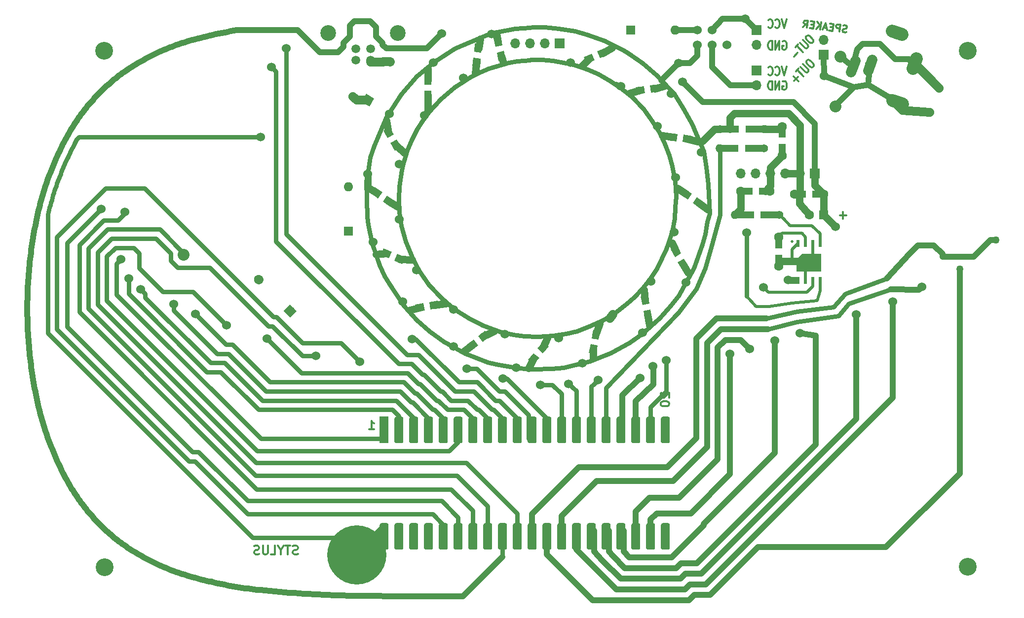
<source format=gbl>
G04 #@! TF.GenerationSoftware,KiCad,Pcbnew,(6.0.0-rc1-dev-1127-g569d4a0f6)*
G04 #@! TF.CreationDate,2018-12-11T03:09:38-08:00*
G04 #@! TF.ProjectId,Stylish-Belt-Synth - Full,5374796c-6973-4682-9d42-656c742d5379,rev?*
G04 #@! TF.SameCoordinates,Original*
G04 #@! TF.FileFunction,Copper,L2,Bot*
G04 #@! TF.FilePolarity,Positive*
%FSLAX46Y46*%
G04 Gerber Fmt 4.6, Leading zero omitted, Abs format (unit mm)*
G04 Created by KiCad (PCBNEW (6.0.0-rc1-dev-1127-g569d4a0f6)) date 12/11/2018 3:09:38 AM*
%MOMM*%
%LPD*%
G01*
G04 APERTURE LIST*
G04 #@! TA.AperFunction,NonConductor*
%ADD10C,0.300000*%
G04 #@! TD*
%ADD11C,0.100000*%
G04 #@! TA.AperFunction,SMDPad,CuDef*
%ADD12R,1.270000X2.286000*%
G04 #@! TD*
G04 #@! TA.AperFunction,ComponentPad*
%ADD13C,1.600000*%
G04 #@! TD*
G04 #@! TA.AperFunction,ComponentPad*
%ADD14R,1.600000X1.600000*%
G04 #@! TD*
G04 #@! TA.AperFunction,ComponentPad*
%ADD15C,2.200000*%
G04 #@! TD*
G04 #@! TA.AperFunction,Conductor*
%ADD16C,2.200000*%
G04 #@! TD*
G04 #@! TA.AperFunction,ComponentPad*
%ADD17C,1.778000*%
G04 #@! TD*
G04 #@! TA.AperFunction,Conductor*
%ADD18C,1.778000*%
G04 #@! TD*
G04 #@! TA.AperFunction,BGAPad,CuDef*
%ADD19C,10.160000*%
G04 #@! TD*
G04 #@! TA.AperFunction,ComponentPad*
%ADD20R,1.700000X1.700000*%
G04 #@! TD*
G04 #@! TA.AperFunction,ComponentPad*
%ADD21O,1.700000X1.700000*%
G04 #@! TD*
G04 #@! TA.AperFunction,ComponentPad*
%ADD22O,1.600000X1.600000*%
G04 #@! TD*
G04 #@! TA.AperFunction,SMDPad,CuDef*
%ADD23R,2.286000X1.270000*%
G04 #@! TD*
G04 #@! TA.AperFunction,SMDPad,CuDef*
%ADD24C,1.250000*%
G04 #@! TD*
G04 #@! TA.AperFunction,Conductor*
%ADD25C,0.100000*%
G04 #@! TD*
G04 #@! TA.AperFunction,SMDPad,CuDef*
%ADD26R,1.250000X1.500000*%
G04 #@! TD*
G04 #@! TA.AperFunction,SMDPad,CuDef*
%ADD27R,3.048000X1.270000*%
G04 #@! TD*
G04 #@! TA.AperFunction,ComponentPad*
%ADD28O,1.400000X1.400000*%
G04 #@! TD*
G04 #@! TA.AperFunction,ComponentPad*
%ADD29C,1.400000*%
G04 #@! TD*
G04 #@! TA.AperFunction,SMDPad,CuDef*
%ADD30C,1.524000*%
G04 #@! TD*
G04 #@! TA.AperFunction,SMDPad,CuDef*
%ADD31R,1.524000X4.572000*%
G04 #@! TD*
G04 #@! TA.AperFunction,SMDPad,CuDef*
%ADD32R,0.508000X1.143000*%
G04 #@! TD*
G04 #@! TA.AperFunction,ComponentPad*
%ADD33C,2.700000*%
G04 #@! TD*
G04 #@! TA.AperFunction,ComponentPad*
%ADD34C,1.520000*%
G04 #@! TD*
G04 #@! TA.AperFunction,Conductor*
%ADD35C,1.600000*%
G04 #@! TD*
G04 #@! TA.AperFunction,ComponentPad*
%ADD36C,1.524000*%
G04 #@! TD*
G04 #@! TA.AperFunction,WasherPad*
%ADD37C,3.049000*%
G04 #@! TD*
G04 #@! TA.AperFunction,ViaPad*
%ADD38C,1.524000*%
G04 #@! TD*
G04 #@! TA.AperFunction,ViaPad*
%ADD39C,2.032000*%
G04 #@! TD*
G04 #@! TA.AperFunction,ViaPad*
%ADD40C,1.270000*%
G04 #@! TD*
G04 #@! TA.AperFunction,Conductor*
%ADD41C,1.270000*%
G04 #@! TD*
G04 #@! TA.AperFunction,Conductor*
%ADD42C,0.508000*%
G04 #@! TD*
G04 #@! TA.AperFunction,Conductor*
%ADD43C,0.381000*%
G04 #@! TD*
G04 #@! TA.AperFunction,Conductor*
%ADD44C,1.150000*%
G04 #@! TD*
G04 #@! TA.AperFunction,Conductor*
%ADD45C,1.524000*%
G04 #@! TD*
G04 #@! TA.AperFunction,Conductor*
%ADD46C,1.016000*%
G04 #@! TD*
G04 #@! TA.AperFunction,Conductor*
%ADD47C,0.762000*%
G04 #@! TD*
G04 APERTURE END LIST*
D10*
X192176400Y-93398114D02*
X192104971Y-93469542D01*
X192176400Y-93540971D01*
X192247828Y-93469542D01*
X192176400Y-93398114D01*
X192176400Y-93540971D01*
X201485428Y-89007142D02*
X200342571Y-89007142D01*
X200914000Y-89578571D02*
X200914000Y-88435714D01*
X194798169Y-62307354D02*
X194636545Y-62468979D01*
X194606240Y-62600299D01*
X194626443Y-62782126D01*
X194788068Y-63024563D01*
X195141621Y-63378116D01*
X195384058Y-63539740D01*
X195565885Y-63559943D01*
X195697205Y-63529639D01*
X195858829Y-63368014D01*
X195889134Y-63236695D01*
X195868931Y-63054867D01*
X195707307Y-62812431D01*
X195353753Y-62458877D01*
X195111317Y-62297253D01*
X194929489Y-62277050D01*
X194798169Y-62307354D01*
X194070859Y-63034664D02*
X194929489Y-63893294D01*
X194990098Y-64034715D01*
X195000200Y-64125629D01*
X194969895Y-64256949D01*
X194808271Y-64418573D01*
X194676951Y-64448878D01*
X194586037Y-64438776D01*
X194444616Y-64378167D01*
X193585986Y-63519537D01*
X193303143Y-63802380D02*
X192818270Y-64287253D01*
X194121367Y-65105477D02*
X193060707Y-64044817D01*
X193192027Y-65226695D02*
X192545529Y-65873193D01*
X193272839Y-65954005D02*
X192464717Y-65145883D01*
X194721969Y-58141754D02*
X194560345Y-58303379D01*
X194530040Y-58434699D01*
X194550243Y-58616526D01*
X194711868Y-58858963D01*
X195065421Y-59212516D01*
X195307858Y-59374140D01*
X195489685Y-59394343D01*
X195621005Y-59364039D01*
X195782629Y-59202414D01*
X195812934Y-59071095D01*
X195792731Y-58889267D01*
X195631107Y-58646831D01*
X195277553Y-58293277D01*
X195035117Y-58131653D01*
X194853289Y-58111450D01*
X194721969Y-58141754D01*
X193994659Y-58869064D02*
X194853289Y-59727694D01*
X194913898Y-59869115D01*
X194924000Y-59960029D01*
X194893695Y-60091349D01*
X194732071Y-60252973D01*
X194600751Y-60283278D01*
X194509837Y-60273176D01*
X194368416Y-60212567D01*
X193509786Y-59353937D01*
X193226943Y-59636780D02*
X192742070Y-60121653D01*
X194045167Y-60939877D02*
X192984507Y-59879217D01*
X193115827Y-61061095D02*
X192469329Y-61707593D01*
X190576085Y-59117800D02*
X190690371Y-59046371D01*
X190861800Y-59046371D01*
X191033228Y-59117800D01*
X191147514Y-59260657D01*
X191204657Y-59403514D01*
X191261800Y-59689228D01*
X191261800Y-59903514D01*
X191204657Y-60189228D01*
X191147514Y-60332085D01*
X191033228Y-60474942D01*
X190861800Y-60546371D01*
X190747514Y-60546371D01*
X190576085Y-60474942D01*
X190518942Y-60403514D01*
X190518942Y-59903514D01*
X190747514Y-59903514D01*
X190004657Y-60546371D02*
X190004657Y-59046371D01*
X189318942Y-60546371D01*
X189318942Y-59046371D01*
X188747514Y-60546371D02*
X188747514Y-59046371D01*
X188461800Y-59046371D01*
X188290371Y-59117800D01*
X188176085Y-59260657D01*
X188118942Y-59403514D01*
X188061800Y-59689228D01*
X188061800Y-59903514D01*
X188118942Y-60189228D01*
X188176085Y-60332085D01*
X188290371Y-60474942D01*
X188461800Y-60546371D01*
X188747514Y-60546371D01*
X191211000Y-63440571D02*
X190811000Y-64940571D01*
X190411000Y-63440571D01*
X189325285Y-64797714D02*
X189382428Y-64869142D01*
X189553857Y-64940571D01*
X189668142Y-64940571D01*
X189839571Y-64869142D01*
X189953857Y-64726285D01*
X190011000Y-64583428D01*
X190068142Y-64297714D01*
X190068142Y-64083428D01*
X190011000Y-63797714D01*
X189953857Y-63654857D01*
X189839571Y-63512000D01*
X189668142Y-63440571D01*
X189553857Y-63440571D01*
X189382428Y-63512000D01*
X189325285Y-63583428D01*
X188125285Y-64797714D02*
X188182428Y-64869142D01*
X188353857Y-64940571D01*
X188468142Y-64940571D01*
X188639571Y-64869142D01*
X188753857Y-64726285D01*
X188811000Y-64583428D01*
X188868142Y-64297714D01*
X188868142Y-64083428D01*
X188811000Y-63797714D01*
X188753857Y-63654857D01*
X188639571Y-63512000D01*
X188468142Y-63440571D01*
X188353857Y-63440571D01*
X188182428Y-63512000D01*
X188125285Y-63583428D01*
D11*
G36*
X192940000Y-96500000D02*
X193970000Y-95631000D01*
X197104000Y-95631000D01*
X197104000Y-98552000D01*
X192913000Y-98552000D01*
X192940000Y-96500000D01*
G37*
X192940000Y-96500000D02*
X193970000Y-95631000D01*
X197104000Y-95631000D01*
X197104000Y-98552000D01*
X192913000Y-98552000D01*
X192940000Y-96500000D01*
D10*
X190576085Y-66001200D02*
X190690371Y-65929771D01*
X190861800Y-65929771D01*
X191033228Y-66001200D01*
X191147514Y-66144057D01*
X191204657Y-66286914D01*
X191261800Y-66572628D01*
X191261800Y-66786914D01*
X191204657Y-67072628D01*
X191147514Y-67215485D01*
X191033228Y-67358342D01*
X190861800Y-67429771D01*
X190747514Y-67429771D01*
X190576085Y-67358342D01*
X190518942Y-67286914D01*
X190518942Y-66786914D01*
X190747514Y-66786914D01*
X190004657Y-67429771D02*
X190004657Y-65929771D01*
X189318942Y-67429771D01*
X189318942Y-65929771D01*
X188747514Y-67429771D02*
X188747514Y-65929771D01*
X188461800Y-65929771D01*
X188290371Y-66001200D01*
X188176085Y-66144057D01*
X188118942Y-66286914D01*
X188061800Y-66572628D01*
X188061800Y-66786914D01*
X188118942Y-67072628D01*
X188176085Y-67215485D01*
X188290371Y-67358342D01*
X188461800Y-67429771D01*
X188747514Y-67429771D01*
X191211000Y-55312571D02*
X190811000Y-56812571D01*
X190411000Y-55312571D01*
X189325285Y-56669714D02*
X189382428Y-56741142D01*
X189553857Y-56812571D01*
X189668142Y-56812571D01*
X189839571Y-56741142D01*
X189953857Y-56598285D01*
X190011000Y-56455428D01*
X190068142Y-56169714D01*
X190068142Y-55955428D01*
X190011000Y-55669714D01*
X189953857Y-55526857D01*
X189839571Y-55384000D01*
X189668142Y-55312571D01*
X189553857Y-55312571D01*
X189382428Y-55384000D01*
X189325285Y-55455428D01*
X188125285Y-56669714D02*
X188182428Y-56741142D01*
X188353857Y-56812571D01*
X188468142Y-56812571D01*
X188639571Y-56741142D01*
X188753857Y-56598285D01*
X188811000Y-56455428D01*
X188868142Y-56169714D01*
X188868142Y-55955428D01*
X188811000Y-55669714D01*
X188753857Y-55526857D01*
X188639571Y-55384000D01*
X188468142Y-55312571D01*
X188353857Y-55312571D01*
X188182428Y-55384000D01*
X188125285Y-55455428D01*
X201496364Y-57529433D02*
X201319250Y-57565258D01*
X201035665Y-57530438D01*
X200929195Y-57459793D01*
X200879442Y-57396112D01*
X200836653Y-57275715D01*
X200850581Y-57162281D01*
X200921226Y-57055811D01*
X200984907Y-57006058D01*
X201105305Y-56963269D01*
X201339136Y-56934408D01*
X201459534Y-56891619D01*
X201523215Y-56841866D01*
X201593860Y-56735396D01*
X201607788Y-56621962D01*
X201564999Y-56501564D01*
X201515246Y-56437883D01*
X201408776Y-56367239D01*
X201125191Y-56332419D01*
X200948076Y-56368244D01*
X200298345Y-57439907D02*
X200444588Y-56248851D01*
X199990853Y-56193140D01*
X199870455Y-56235929D01*
X199806774Y-56285681D01*
X199736129Y-56392151D01*
X199715237Y-56562302D01*
X199758026Y-56682700D01*
X199807779Y-56746381D01*
X199914249Y-56817026D01*
X200367985Y-56872737D01*
X199183893Y-56669777D02*
X198786875Y-56621029D01*
X198540120Y-57224024D02*
X199107290Y-57293663D01*
X199253533Y-56102608D01*
X198686364Y-56032968D01*
X198128169Y-56828011D02*
X197560999Y-56758371D01*
X198199819Y-57182240D02*
X197949044Y-55942437D01*
X197405782Y-57084745D01*
X197008763Y-57035997D02*
X197155007Y-55844941D01*
X196328160Y-56952429D02*
X196922180Y-56334502D01*
X196474404Y-55761374D02*
X197071439Y-56525544D01*
X195894312Y-56265867D02*
X195497293Y-56217120D01*
X195250539Y-56820114D02*
X195817708Y-56889754D01*
X195963951Y-55698698D01*
X195396782Y-55629059D01*
X194059483Y-56673871D02*
X194526141Y-56155449D01*
X194740086Y-56757438D02*
X194886330Y-55566383D01*
X194432594Y-55510671D01*
X194312196Y-55553460D01*
X194248516Y-55603213D01*
X194177871Y-55709683D01*
X194156979Y-55879834D01*
X194199768Y-56000232D01*
X194249521Y-56063912D01*
X194355991Y-56134557D01*
X194809726Y-56190269D01*
X169755428Y-119507142D02*
X169684000Y-119578571D01*
X169612571Y-119721428D01*
X169612571Y-120078571D01*
X169684000Y-120221428D01*
X169755428Y-120292857D01*
X169898285Y-120364285D01*
X170041142Y-120364285D01*
X170255428Y-120292857D01*
X171112571Y-119435714D01*
X171112571Y-120364285D01*
X169612571Y-121292857D02*
X169612571Y-121435714D01*
X169684000Y-121578571D01*
X169755428Y-121650000D01*
X169898285Y-121721428D01*
X170184000Y-121792857D01*
X170541142Y-121792857D01*
X170826857Y-121721428D01*
X170969714Y-121650000D01*
X171041142Y-121578571D01*
X171112571Y-121435714D01*
X171112571Y-121292857D01*
X171041142Y-121150000D01*
X170969714Y-121078571D01*
X170826857Y-121007142D01*
X170541142Y-120935714D01*
X170184000Y-120935714D01*
X169898285Y-121007142D01*
X169755428Y-121078571D01*
X169684000Y-121150000D01*
X169612571Y-121292857D01*
X119586428Y-125773571D02*
X120443571Y-125773571D01*
X120015000Y-125773571D02*
X120015000Y-124273571D01*
X120157857Y-124487857D01*
X120300714Y-124630714D01*
X120443571Y-124702142D01*
X107382000Y-147165142D02*
X107167714Y-147236571D01*
X106810571Y-147236571D01*
X106667714Y-147165142D01*
X106596285Y-147093714D01*
X106524857Y-146950857D01*
X106524857Y-146808000D01*
X106596285Y-146665142D01*
X106667714Y-146593714D01*
X106810571Y-146522285D01*
X107096285Y-146450857D01*
X107239142Y-146379428D01*
X107310571Y-146308000D01*
X107382000Y-146165142D01*
X107382000Y-146022285D01*
X107310571Y-145879428D01*
X107239142Y-145808000D01*
X107096285Y-145736571D01*
X106739142Y-145736571D01*
X106524857Y-145808000D01*
X106096285Y-145736571D02*
X105239142Y-145736571D01*
X105667714Y-147236571D02*
X105667714Y-145736571D01*
X104453428Y-146522285D02*
X104453428Y-147236571D01*
X104953428Y-145736571D02*
X104453428Y-146522285D01*
X103953428Y-145736571D01*
X102739142Y-147236571D02*
X103453428Y-147236571D01*
X103453428Y-145736571D01*
X102239142Y-145736571D02*
X102239142Y-146950857D01*
X102167714Y-147093714D01*
X102096285Y-147165142D01*
X101953428Y-147236571D01*
X101667714Y-147236571D01*
X101524857Y-147165142D01*
X101453428Y-147093714D01*
X101382000Y-146950857D01*
X101382000Y-145736571D01*
X100739142Y-147165142D02*
X100524857Y-147236571D01*
X100167714Y-147236571D01*
X100024857Y-147165142D01*
X99953428Y-147093714D01*
X99882000Y-146950857D01*
X99882000Y-146808000D01*
X99953428Y-146665142D01*
X100024857Y-146593714D01*
X100167714Y-146522285D01*
X100453428Y-146450857D01*
X100596285Y-146379428D01*
X100667714Y-146308000D01*
X100739142Y-146165142D01*
X100739142Y-146022285D01*
X100667714Y-145879428D01*
X100596285Y-145808000D01*
X100453428Y-145736571D01*
X100096285Y-145736571D01*
X99882000Y-145808000D01*
D12*
G04 #@! TO.P,CA3,2*
G04 #@! TO.N,GND*
X189865000Y-96901000D03*
D13*
X189865000Y-97710000D03*
G04 #@! TO.P,CA3,1*
G04 #@! TO.N,Net-(CA3-Pad1)*
X189865000Y-92710000D03*
D12*
X189865000Y-93599000D03*
G04 #@! TD*
D14*
G04 #@! TO.P,CA1,1*
G04 #@! TO.N,/+5V*
X197612000Y-88900000D03*
D13*
G04 #@! TO.P,CA1,2*
G04 #@! TO.N,GND*
X195112000Y-88900000D03*
G04 #@! TD*
D15*
G04 #@! TO.P,J1,1*
G04 #@! TO.N,/XH-M125-amp-board/OUT+*
X213230000Y-62890000D03*
D16*
G04 #@! TD*
G04 #@! TO.N,/XH-M125-amp-board/OUT+*
G04 #@! TO.C,J1*
X213537818Y-62044277D02*
X212922182Y-63735723D01*
D15*
G04 #@! TO.P,J1,4*
G04 #@! TO.N,Net-(J1-Pad4)*
X210263407Y-69578746D03*
D16*
G04 #@! TD*
G04 #@! TO.N,Net-(J1-Pad4)*
G04 #@! TO.C,J1*
X211109130Y-69886564D02*
X209417684Y-69270928D01*
D17*
G04 #@! TO.P,J1,5*
G04 #@! TO.N,Net-(J1-Pad4)*
X205566324Y-63186766D03*
D18*
G04 #@! TD*
G04 #@! TO.N,Net-(J1-Pad4)*
G04 #@! TO.C,J1*
X205913816Y-62232038D02*
X205218832Y-64141494D01*
D17*
G04 #@! TO.P,J1,2*
G04 #@! TO.N,/XH-M125-amp-board/OUT+*
X202618730Y-63390942D03*
D18*
G04 #@! TD*
G04 #@! TO.N,/XH-M125-amp-board/OUT+*
G04 #@! TO.C,J1*
X202966222Y-62436214D02*
X202271238Y-64345670D01*
D15*
G04 #@! TO.P,J1,3*
G04 #@! TO.N,/XH-M125-amp-board/OUT-*
X210241293Y-57651906D03*
D16*
G04 #@! TD*
G04 #@! TO.N,/XH-M125-amp-board/OUT-*
G04 #@! TO.C,J1*
X211087016Y-57959724D02*
X209395570Y-57344088D01*
D19*
G04 #@! TO.P,J30,1*
G04 #@! TO.N,GND*
X117475000Y-147320000D03*
G04 #@! TD*
D20*
G04 #@! TO.P,LS1,1*
G04 #@! TO.N,Net-(J1-Pad4)*
X197620000Y-61430000D03*
D21*
G04 #@! TO.P,LS1,2*
G04 #@! TO.N,/XH-M125-amp-board/OUT-*
X197620000Y-58890000D03*
G04 #@! TD*
D20*
G04 #@! TO.P,BT2,1*
G04 #@! TO.N,Net-(BT1-Pad2)*
X186055000Y-64135000D03*
D21*
G04 #@! TO.P,BT2,2*
G04 #@! TO.N,Net-(BT2-Pad2)*
X186055000Y-66675000D03*
G04 #@! TD*
D20*
G04 #@! TO.P,BT1,1*
G04 #@! TO.N,Net-(BT1-Pad1)*
X186055000Y-57150000D03*
D21*
G04 #@! TO.P,BT1,2*
G04 #@! TO.N,Net-(BT1-Pad2)*
X186055000Y-59690000D03*
G04 #@! TD*
D14*
G04 #@! TO.P,D1,1*
G04 #@! TO.N,Net-(D1-Pad1)*
X116078000Y-91694000D03*
D22*
G04 #@! TO.P,D1,2*
G04 #@! TO.N,/WRITE*
X116078000Y-84074000D03*
G04 #@! TD*
D23*
G04 #@! TO.P,CA4,2*
G04 #@! TO.N,/PWM_OUT*
X187579000Y-84836000D03*
D13*
X188388000Y-84836000D03*
G04 #@! TO.P,CA4,1*
G04 #@! TO.N,Net-(CA4-Pad1)*
X183388000Y-84836000D03*
D23*
X184277000Y-84836000D03*
G04 #@! TD*
G04 #@! TO.P,CA2,2*
G04 #@! TO.N,GND*
X193421000Y-85344000D03*
D13*
X192612000Y-85344000D03*
G04 #@! TO.P,CA2,1*
G04 #@! TO.N,/+5V*
X197612000Y-85344000D03*
D23*
X196723000Y-85344000D03*
G04 #@! TD*
D12*
G04 #@! TO.P,C1,2*
G04 #@! TO.N,Net-(C1-Pad2)*
X190500000Y-74549000D03*
D13*
X190500000Y-73740000D03*
G04 #@! TO.P,C1,1*
G04 #@! TO.N,/PWM_OUT*
X190500000Y-78740000D03*
D12*
X190500000Y-77851000D03*
G04 #@! TD*
D24*
G04 #@! TO.P,CL15,2*
G04 #@! TO.N,GND*
X138306661Y-60224848D03*
D25*
G04 #@! TD*
G04 #@! TO.N,GND*
G04 #@! TO.C,CL15*
G36*
X138849841Y-61036070D02*
X137606688Y-60905409D01*
X137763481Y-59413626D01*
X139006634Y-59544287D01*
X138849841Y-61036070D01*
X138849841Y-61036070D01*
G37*
D24*
G04 #@! TO.P,CL15,1*
G04 #@! TO.N,/+5V*
X138045339Y-62711152D03*
D25*
G04 #@! TD*
G04 #@! TO.N,/+5V*
G04 #@! TO.C,CL15*
G36*
X138588519Y-63522374D02*
X137345366Y-63391713D01*
X137502159Y-61899930D01*
X138745312Y-62030591D01*
X138588519Y-63522374D01*
X138588519Y-63522374D01*
G37*
D26*
G04 #@! TO.P,CL14,1*
G04 #@! TO.N,/+5V*
X129667000Y-68306000D03*
G04 #@! TO.P,CL14,2*
G04 #@! TO.N,GND*
X129667000Y-65806000D03*
G04 #@! TD*
D24*
G04 #@! TO.P,CL13,2*
G04 #@! TO.N,GND*
X122946000Y-74736468D03*
D25*
G04 #@! TD*
G04 #@! TO.N,GND*
G04 #@! TO.C,CL13*
G36*
X123862266Y-75073487D02*
X122779734Y-75698487D01*
X122029734Y-74399449D01*
X123112266Y-73774449D01*
X123862266Y-75073487D01*
X123862266Y-75073487D01*
G37*
D24*
G04 #@! TO.P,CL13,1*
G04 #@! TO.N,/+5V*
X124196000Y-76901532D03*
D25*
G04 #@! TD*
G04 #@! TO.N,/+5V*
G04 #@! TO.C,CL13*
G36*
X125112266Y-77238551D02*
X124029734Y-77863551D01*
X123279734Y-76564513D01*
X124362266Y-75939513D01*
X125112266Y-77238551D01*
X125112266Y-77238551D01*
G37*
D24*
G04 #@! TO.P,CL12,1*
G04 #@! TO.N,/+5V*
X122943940Y-86568971D03*
D25*
G04 #@! TD*
G04 #@! TO.N,/+5V*
G04 #@! TO.C,CL12*
G36*
X123916789Y-86487183D02*
X123199819Y-87511123D01*
X121971091Y-86650759D01*
X122688061Y-85626819D01*
X123916789Y-86487183D01*
X123916789Y-86487183D01*
G37*
D24*
G04 #@! TO.P,CL12,2*
G04 #@! TO.N,GND*
X120896060Y-85135029D03*
D25*
G04 #@! TD*
G04 #@! TO.N,GND*
G04 #@! TO.C,CL12*
G36*
X121868909Y-85053241D02*
X121151939Y-86077181D01*
X119923211Y-85216817D01*
X120640181Y-84192877D01*
X121868909Y-85053241D01*
X121868909Y-85053241D01*
G37*
D24*
G04 #@! TO.P,CL11,2*
G04 #@! TO.N,GND*
X122543151Y-95533646D03*
D25*
G04 #@! TD*
G04 #@! TO.N,GND*
G04 #@! TO.C,CL11*
G36*
X123475238Y-95243234D02*
X122996884Y-96398083D01*
X121611064Y-95824058D01*
X122089418Y-94669209D01*
X123475238Y-95243234D01*
X123475238Y-95243234D01*
G37*
D24*
G04 #@! TO.P,CL11,1*
G04 #@! TO.N,/+5V*
X124852849Y-96490354D03*
D25*
G04 #@! TD*
G04 #@! TO.N,/+5V*
G04 #@! TO.C,CL11*
G36*
X125784936Y-96199942D02*
X125306582Y-97354791D01*
X123920762Y-96780766D01*
X124399116Y-95625917D01*
X125784936Y-96199942D01*
X125784936Y-96199942D01*
G37*
D24*
G04 #@! TO.P,CL10,1*
G04 #@! TO.N,/+5V*
X130771010Y-104402940D03*
D25*
G04 #@! TD*
G04 #@! TO.N,/+5V*
G04 #@! TO.C,CL10*
G36*
X131401086Y-103657199D02*
X131618146Y-104888209D01*
X130140934Y-105148681D01*
X129923874Y-103917671D01*
X131401086Y-103657199D01*
X131401086Y-103657199D01*
G37*
D24*
G04 #@! TO.P,CL10,2*
G04 #@! TO.N,GND*
X128308990Y-104837060D03*
D25*
G04 #@! TD*
G04 #@! TO.N,GND*
G04 #@! TO.C,CL10*
G36*
X128939066Y-104091319D02*
X129156126Y-105322329D01*
X127678914Y-105582801D01*
X127461854Y-104351791D01*
X128939066Y-104091319D01*
X128939066Y-104091319D01*
G37*
D24*
G04 #@! TO.P,CL9,2*
G04 #@! TO.N,GND*
X137308308Y-111300952D03*
D25*
G04 #@! TD*
G04 #@! TO.N,GND*
G04 #@! TO.C,CL9*
G36*
X137522847Y-110348535D02*
X138283799Y-111340227D01*
X137093769Y-112253369D01*
X136332817Y-111261677D01*
X137522847Y-110348535D01*
X137522847Y-110348535D01*
G37*
D24*
G04 #@! TO.P,CL9,1*
G04 #@! TO.N,/+5V*
X139291692Y-109779048D03*
D25*
G04 #@! TD*
G04 #@! TO.N,/+5V*
G04 #@! TO.C,CL9*
G36*
X139506231Y-108826631D02*
X140267183Y-109818323D01*
X139077153Y-110731465D01*
X138316201Y-109739773D01*
X139506231Y-108826631D01*
X139506231Y-108826631D01*
G37*
D24*
G04 #@! TO.P,CL8,1*
G04 #@! TO.N,/+5V*
X149443484Y-111722445D03*
D25*
G04 #@! TD*
G04 #@! TO.N,/+5V*
G04 #@! TO.C,CL8*
G36*
X149446797Y-110746169D02*
X150404352Y-111549654D01*
X149440171Y-112698721D01*
X148482616Y-111895236D01*
X149446797Y-110746169D01*
X149446797Y-110746169D01*
G37*
D24*
G04 #@! TO.P,CL8,2*
G04 #@! TO.N,GND*
X147836516Y-113637555D03*
D25*
G04 #@! TD*
G04 #@! TO.N,GND*
G04 #@! TO.C,CL8*
G36*
X147839829Y-112661279D02*
X148797384Y-113464764D01*
X147833203Y-114613831D01*
X146875648Y-113810346D01*
X147839829Y-112661279D01*
X147839829Y-112661279D01*
G37*
D24*
G04 #@! TO.P,CL7,1*
G04 #@! TO.N,/+5V*
X158507060Y-109508990D03*
D25*
G04 #@! TD*
G04 #@! TO.N,/+5V*
G04 #@! TO.C,CL7*
G36*
X158021791Y-108661854D02*
X159252801Y-108878914D01*
X158992329Y-110356126D01*
X157761319Y-110139066D01*
X158021791Y-108661854D01*
X158021791Y-108661854D01*
G37*
D24*
G04 #@! TO.P,CL7,2*
G04 #@! TO.N,GND*
X158072940Y-111971010D03*
D25*
G04 #@! TD*
G04 #@! TO.N,GND*
G04 #@! TO.C,CL7*
G36*
X157587671Y-111123874D02*
X158818681Y-111340934D01*
X158558209Y-112818146D01*
X157327199Y-112601086D01*
X157587671Y-111123874D01*
X157587671Y-111123874D01*
G37*
D24*
G04 #@! TO.P,CL6,2*
G04 #@! TO.N,GND*
X167397060Y-106021010D03*
D25*
G04 #@! TD*
G04 #@! TO.N,GND*
G04 #@! TO.C,CL6*
G36*
X166651319Y-105390934D02*
X167882329Y-105173874D01*
X168142801Y-106651086D01*
X166911791Y-106868146D01*
X166651319Y-105390934D01*
X166651319Y-105390934D01*
G37*
D24*
G04 #@! TO.P,CL6,1*
G04 #@! TO.N,/+5V*
X166962940Y-103558990D03*
D25*
G04 #@! TD*
G04 #@! TO.N,/+5V*
G04 #@! TO.C,CL6*
G36*
X166217199Y-102928914D02*
X167448209Y-102711854D01*
X167708681Y-104189066D01*
X166477671Y-104406126D01*
X166217199Y-102928914D01*
X166217199Y-102928914D01*
G37*
D24*
G04 #@! TO.P,CL5,1*
G04 #@! TO.N,/+5V*
X172235000Y-95207468D03*
D25*
G04 #@! TD*
G04 #@! TO.N,/+5V*
G04 #@! TO.C,CL5*
G36*
X171318734Y-94870449D02*
X172401266Y-94245449D01*
X173151266Y-95544487D01*
X172068734Y-96169487D01*
X171318734Y-94870449D01*
X171318734Y-94870449D01*
G37*
D24*
G04 #@! TO.P,CL5,2*
G04 #@! TO.N,GND*
X173485000Y-97372532D03*
D25*
G04 #@! TD*
G04 #@! TO.N,GND*
G04 #@! TO.C,CL5*
G36*
X172568734Y-97035513D02*
X173651266Y-96410513D01*
X174401266Y-97709551D01*
X173318734Y-98334551D01*
X172568734Y-97035513D01*
X172568734Y-97035513D01*
G37*
D24*
G04 #@! TO.P,CL4,2*
G04 #@! TO.N,GND*
X176083940Y-86786971D03*
D25*
G04 #@! TD*
G04 #@! TO.N,GND*
G04 #@! TO.C,CL4*
G36*
X175111091Y-86868759D02*
X175828061Y-85844819D01*
X177056789Y-86705183D01*
X176339819Y-87729123D01*
X175111091Y-86868759D01*
X175111091Y-86868759D01*
G37*
D24*
G04 #@! TO.P,CL4,1*
G04 #@! TO.N,/+5V*
X174036060Y-85353029D03*
D25*
G04 #@! TD*
G04 #@! TO.N,/+5V*
G04 #@! TO.C,CL4*
G36*
X173063211Y-85434817D02*
X173780181Y-84410877D01*
X175008909Y-85271241D01*
X174291939Y-86295181D01*
X173063211Y-85434817D01*
X173063211Y-85434817D01*
G37*
D24*
G04 #@! TO.P,CL3,2*
G04 #@! TO.N,GND*
X174210683Y-75862337D03*
D25*
G04 #@! TD*
G04 #@! TO.N,GND*
G04 #@! TO.C,CL3*
G36*
X173390105Y-76391276D02*
X173542442Y-75150594D01*
X175031261Y-75333398D01*
X174878924Y-76574080D01*
X173390105Y-76391276D01*
X173390105Y-76391276D01*
G37*
D24*
G04 #@! TO.P,CL3,1*
G04 #@! TO.N,/+5V*
X171729317Y-75557663D03*
D25*
G04 #@! TD*
G04 #@! TO.N,/+5V*
G04 #@! TO.C,CL3*
G36*
X170908739Y-76086602D02*
X171061076Y-74845920D01*
X172549895Y-75028724D01*
X172397558Y-76269406D01*
X170908739Y-76086602D01*
X170908739Y-76086602D01*
G37*
D24*
G04 #@! TO.P,CL2,1*
G04 #@! TO.N,/+5V*
X166119317Y-67502337D03*
D25*
G04 #@! TD*
G04 #@! TO.N,/+5V*
G04 #@! TO.C,CL2*
G36*
X165451076Y-68214080D02*
X165298739Y-66973398D01*
X166787558Y-66790594D01*
X166939895Y-68031276D01*
X165451076Y-68214080D01*
X165451076Y-68214080D01*
G37*
D24*
G04 #@! TO.P,CL2,2*
G04 #@! TO.N,GND*
X168600683Y-67197663D03*
D25*
G04 #@! TD*
G04 #@! TO.N,GND*
G04 #@! TO.C,CL2*
G36*
X167932442Y-67909406D02*
X167780105Y-66668724D01*
X169268924Y-66485920D01*
X169421261Y-67726602D01*
X167932442Y-67909406D01*
X167932442Y-67909406D01*
G37*
D24*
G04 #@! TO.P,CL1,2*
G04 #@! TO.N,GND*
X159674849Y-61111646D03*
D25*
G04 #@! TD*
G04 #@! TO.N,GND*
G04 #@! TO.C,CL1*
G36*
X159221116Y-61976083D02*
X158742762Y-60821234D01*
X160128582Y-60247209D01*
X160606936Y-61402058D01*
X159221116Y-61976083D01*
X159221116Y-61976083D01*
G37*
D24*
G04 #@! TO.P,CL1,1*
G04 #@! TO.N,/+5V*
X157365151Y-62068354D03*
D25*
G04 #@! TD*
G04 #@! TO.N,/+5V*
G04 #@! TO.C,CL1*
G36*
X156911418Y-62932791D02*
X156433064Y-61777942D01*
X157818884Y-61203917D01*
X158297238Y-62358766D01*
X156911418Y-62932791D01*
X156911418Y-62932791D01*
G37*
D24*
G04 #@! TO.P,CL0,1*
G04 #@! TO.N,/+5V*
X142273100Y-61622740D03*
D25*
G04 #@! TD*
G04 #@! TO.N,/+5V*
G04 #@! TO.C,CL0*
G36*
X143045615Y-62219687D02*
X141825245Y-62490237D01*
X141500585Y-61025793D01*
X142720955Y-60755243D01*
X143045615Y-62219687D01*
X143045615Y-62219687D01*
G37*
D24*
G04 #@! TO.P,CL0,2*
G04 #@! TO.N,GND*
X141732000Y-59182000D03*
D25*
G04 #@! TD*
G04 #@! TO.N,GND*
G04 #@! TO.C,CL0*
G36*
X142504515Y-59778947D02*
X141284145Y-60049497D01*
X140959485Y-58585053D01*
X142179855Y-58314503D01*
X142504515Y-59778947D01*
X142504515Y-59778947D01*
G37*
D27*
G04 #@! TO.P,R2,2*
G04 #@! TO.N,Net-(C1-Pad2)*
X185724800Y-74168000D03*
D28*
X187452000Y-74168000D03*
D29*
G04 #@! TO.P,R2,1*
G04 #@! TO.N,GND*
X179832000Y-74168000D03*
D27*
X181533800Y-74168000D03*
G04 #@! TD*
G04 #@! TO.P,R1,2*
G04 #@! TO.N,/AUDIO_OUT*
X181432200Y-77470000D03*
D28*
X179705000Y-77470000D03*
D29*
G04 #@! TO.P,R1,1*
G04 #@! TO.N,Net-(C1-Pad2)*
X187325000Y-77470000D03*
D27*
X185623200Y-77470000D03*
G04 #@! TD*
G04 #@! TO.P,R3,2*
G04 #@! TO.N,Net-(CA4-Pad1)*
X184099200Y-88900000D03*
D28*
X182372000Y-88900000D03*
D29*
G04 #@! TO.P,R3,1*
G04 #@! TO.N,Net-(R3-Pad1)*
X189992000Y-88900000D03*
D27*
X188290200Y-88900000D03*
G04 #@! TD*
D25*
G04 #@! TO.N,GND*
G04 #@! TO.C,U1*
G36*
X122592345Y-141860835D02*
X122629329Y-141866321D01*
X122665598Y-141875406D01*
X122700802Y-141888002D01*
X122734602Y-141903988D01*
X122766672Y-141923210D01*
X122796704Y-141945483D01*
X122824408Y-141970592D01*
X122849517Y-141998296D01*
X122871790Y-142028328D01*
X122891012Y-142060398D01*
X122906998Y-142094198D01*
X122919594Y-142129402D01*
X122928679Y-142165671D01*
X122934165Y-142202655D01*
X122936000Y-142240000D01*
X122936000Y-146050000D01*
X122934165Y-146087345D01*
X122928679Y-146124329D01*
X122919594Y-146160598D01*
X122906998Y-146195802D01*
X122891012Y-146229602D01*
X122871790Y-146261672D01*
X122849517Y-146291704D01*
X122824408Y-146319408D01*
X122796704Y-146344517D01*
X122766672Y-146366790D01*
X122734602Y-146386012D01*
X122700802Y-146401998D01*
X122665598Y-146414594D01*
X122629329Y-146423679D01*
X122592345Y-146429165D01*
X122555000Y-146431000D01*
X121793000Y-146431000D01*
X121755655Y-146429165D01*
X121718671Y-146423679D01*
X121682402Y-146414594D01*
X121647198Y-146401998D01*
X121613398Y-146386012D01*
X121581328Y-146366790D01*
X121551296Y-146344517D01*
X121523592Y-146319408D01*
X121498483Y-146291704D01*
X121476210Y-146261672D01*
X121456988Y-146229602D01*
X121441002Y-146195802D01*
X121428406Y-146160598D01*
X121419321Y-146124329D01*
X121413835Y-146087345D01*
X121412000Y-146050000D01*
X121412000Y-142240000D01*
X121413835Y-142202655D01*
X121419321Y-142165671D01*
X121428406Y-142129402D01*
X121441002Y-142094198D01*
X121456988Y-142060398D01*
X121476210Y-142028328D01*
X121498483Y-141998296D01*
X121523592Y-141970592D01*
X121551296Y-141945483D01*
X121581328Y-141923210D01*
X121613398Y-141903988D01*
X121647198Y-141888002D01*
X121682402Y-141875406D01*
X121718671Y-141866321D01*
X121755655Y-141860835D01*
X121793000Y-141859000D01*
X122555000Y-141859000D01*
X122592345Y-141860835D01*
X122592345Y-141860835D01*
G37*
D30*
G04 #@! TD*
G04 #@! TO.P,U1,40*
G04 #@! TO.N,GND*
X122174000Y-144145000D03*
D25*
G04 #@! TO.N,GND*
G04 #@! TO.C,U1*
G36*
X125132345Y-141860835D02*
X125169329Y-141866321D01*
X125205598Y-141875406D01*
X125240802Y-141888002D01*
X125274602Y-141903988D01*
X125306672Y-141923210D01*
X125336704Y-141945483D01*
X125364408Y-141970592D01*
X125389517Y-141998296D01*
X125411790Y-142028328D01*
X125431012Y-142060398D01*
X125446998Y-142094198D01*
X125459594Y-142129402D01*
X125468679Y-142165671D01*
X125474165Y-142202655D01*
X125476000Y-142240000D01*
X125476000Y-146050000D01*
X125474165Y-146087345D01*
X125468679Y-146124329D01*
X125459594Y-146160598D01*
X125446998Y-146195802D01*
X125431012Y-146229602D01*
X125411790Y-146261672D01*
X125389517Y-146291704D01*
X125364408Y-146319408D01*
X125336704Y-146344517D01*
X125306672Y-146366790D01*
X125274602Y-146386012D01*
X125240802Y-146401998D01*
X125205598Y-146414594D01*
X125169329Y-146423679D01*
X125132345Y-146429165D01*
X125095000Y-146431000D01*
X124333000Y-146431000D01*
X124295655Y-146429165D01*
X124258671Y-146423679D01*
X124222402Y-146414594D01*
X124187198Y-146401998D01*
X124153398Y-146386012D01*
X124121328Y-146366790D01*
X124091296Y-146344517D01*
X124063592Y-146319408D01*
X124038483Y-146291704D01*
X124016210Y-146261672D01*
X123996988Y-146229602D01*
X123981002Y-146195802D01*
X123968406Y-146160598D01*
X123959321Y-146124329D01*
X123953835Y-146087345D01*
X123952000Y-146050000D01*
X123952000Y-142240000D01*
X123953835Y-142202655D01*
X123959321Y-142165671D01*
X123968406Y-142129402D01*
X123981002Y-142094198D01*
X123996988Y-142060398D01*
X124016210Y-142028328D01*
X124038483Y-141998296D01*
X124063592Y-141970592D01*
X124091296Y-141945483D01*
X124121328Y-141923210D01*
X124153398Y-141903988D01*
X124187198Y-141888002D01*
X124222402Y-141875406D01*
X124258671Y-141866321D01*
X124295655Y-141860835D01*
X124333000Y-141859000D01*
X125095000Y-141859000D01*
X125132345Y-141860835D01*
X125132345Y-141860835D01*
G37*
D30*
G04 #@! TD*
G04 #@! TO.P,U1,39*
G04 #@! TO.N,GND*
X124714000Y-144145000D03*
D25*
G04 #@! TO.N,Net-(U1-Pad38)*
G04 #@! TO.C,U1*
G36*
X127672345Y-141860835D02*
X127709329Y-141866321D01*
X127745598Y-141875406D01*
X127780802Y-141888002D01*
X127814602Y-141903988D01*
X127846672Y-141923210D01*
X127876704Y-141945483D01*
X127904408Y-141970592D01*
X127929517Y-141998296D01*
X127951790Y-142028328D01*
X127971012Y-142060398D01*
X127986998Y-142094198D01*
X127999594Y-142129402D01*
X128008679Y-142165671D01*
X128014165Y-142202655D01*
X128016000Y-142240000D01*
X128016000Y-146050000D01*
X128014165Y-146087345D01*
X128008679Y-146124329D01*
X127999594Y-146160598D01*
X127986998Y-146195802D01*
X127971012Y-146229602D01*
X127951790Y-146261672D01*
X127929517Y-146291704D01*
X127904408Y-146319408D01*
X127876704Y-146344517D01*
X127846672Y-146366790D01*
X127814602Y-146386012D01*
X127780802Y-146401998D01*
X127745598Y-146414594D01*
X127709329Y-146423679D01*
X127672345Y-146429165D01*
X127635000Y-146431000D01*
X126873000Y-146431000D01*
X126835655Y-146429165D01*
X126798671Y-146423679D01*
X126762402Y-146414594D01*
X126727198Y-146401998D01*
X126693398Y-146386012D01*
X126661328Y-146366790D01*
X126631296Y-146344517D01*
X126603592Y-146319408D01*
X126578483Y-146291704D01*
X126556210Y-146261672D01*
X126536988Y-146229602D01*
X126521002Y-146195802D01*
X126508406Y-146160598D01*
X126499321Y-146124329D01*
X126493835Y-146087345D01*
X126492000Y-146050000D01*
X126492000Y-142240000D01*
X126493835Y-142202655D01*
X126499321Y-142165671D01*
X126508406Y-142129402D01*
X126521002Y-142094198D01*
X126536988Y-142060398D01*
X126556210Y-142028328D01*
X126578483Y-141998296D01*
X126603592Y-141970592D01*
X126631296Y-141945483D01*
X126661328Y-141923210D01*
X126693398Y-141903988D01*
X126727198Y-141888002D01*
X126762402Y-141875406D01*
X126798671Y-141866321D01*
X126835655Y-141860835D01*
X126873000Y-141859000D01*
X127635000Y-141859000D01*
X127672345Y-141860835D01*
X127672345Y-141860835D01*
G37*
D30*
G04 #@! TD*
G04 #@! TO.P,U1,38*
G04 #@! TO.N,Net-(U1-Pad38)*
X127254000Y-144145000D03*
D25*
G04 #@! TO.N,Net-(U1-Pad37)*
G04 #@! TO.C,U1*
G36*
X130212345Y-141860835D02*
X130249329Y-141866321D01*
X130285598Y-141875406D01*
X130320802Y-141888002D01*
X130354602Y-141903988D01*
X130386672Y-141923210D01*
X130416704Y-141945483D01*
X130444408Y-141970592D01*
X130469517Y-141998296D01*
X130491790Y-142028328D01*
X130511012Y-142060398D01*
X130526998Y-142094198D01*
X130539594Y-142129402D01*
X130548679Y-142165671D01*
X130554165Y-142202655D01*
X130556000Y-142240000D01*
X130556000Y-146050000D01*
X130554165Y-146087345D01*
X130548679Y-146124329D01*
X130539594Y-146160598D01*
X130526998Y-146195802D01*
X130511012Y-146229602D01*
X130491790Y-146261672D01*
X130469517Y-146291704D01*
X130444408Y-146319408D01*
X130416704Y-146344517D01*
X130386672Y-146366790D01*
X130354602Y-146386012D01*
X130320802Y-146401998D01*
X130285598Y-146414594D01*
X130249329Y-146423679D01*
X130212345Y-146429165D01*
X130175000Y-146431000D01*
X129413000Y-146431000D01*
X129375655Y-146429165D01*
X129338671Y-146423679D01*
X129302402Y-146414594D01*
X129267198Y-146401998D01*
X129233398Y-146386012D01*
X129201328Y-146366790D01*
X129171296Y-146344517D01*
X129143592Y-146319408D01*
X129118483Y-146291704D01*
X129096210Y-146261672D01*
X129076988Y-146229602D01*
X129061002Y-146195802D01*
X129048406Y-146160598D01*
X129039321Y-146124329D01*
X129033835Y-146087345D01*
X129032000Y-146050000D01*
X129032000Y-142240000D01*
X129033835Y-142202655D01*
X129039321Y-142165671D01*
X129048406Y-142129402D01*
X129061002Y-142094198D01*
X129076988Y-142060398D01*
X129096210Y-142028328D01*
X129118483Y-141998296D01*
X129143592Y-141970592D01*
X129171296Y-141945483D01*
X129201328Y-141923210D01*
X129233398Y-141903988D01*
X129267198Y-141888002D01*
X129302402Y-141875406D01*
X129338671Y-141866321D01*
X129375655Y-141860835D01*
X129413000Y-141859000D01*
X130175000Y-141859000D01*
X130212345Y-141860835D01*
X130212345Y-141860835D01*
G37*
D30*
G04 #@! TD*
G04 #@! TO.P,U1,37*
G04 #@! TO.N,Net-(U1-Pad37)*
X129794000Y-144145000D03*
D25*
G04 #@! TO.N,/G#0*
G04 #@! TO.C,U1*
G36*
X132752345Y-141860835D02*
X132789329Y-141866321D01*
X132825598Y-141875406D01*
X132860802Y-141888002D01*
X132894602Y-141903988D01*
X132926672Y-141923210D01*
X132956704Y-141945483D01*
X132984408Y-141970592D01*
X133009517Y-141998296D01*
X133031790Y-142028328D01*
X133051012Y-142060398D01*
X133066998Y-142094198D01*
X133079594Y-142129402D01*
X133088679Y-142165671D01*
X133094165Y-142202655D01*
X133096000Y-142240000D01*
X133096000Y-146050000D01*
X133094165Y-146087345D01*
X133088679Y-146124329D01*
X133079594Y-146160598D01*
X133066998Y-146195802D01*
X133051012Y-146229602D01*
X133031790Y-146261672D01*
X133009517Y-146291704D01*
X132984408Y-146319408D01*
X132956704Y-146344517D01*
X132926672Y-146366790D01*
X132894602Y-146386012D01*
X132860802Y-146401998D01*
X132825598Y-146414594D01*
X132789329Y-146423679D01*
X132752345Y-146429165D01*
X132715000Y-146431000D01*
X131953000Y-146431000D01*
X131915655Y-146429165D01*
X131878671Y-146423679D01*
X131842402Y-146414594D01*
X131807198Y-146401998D01*
X131773398Y-146386012D01*
X131741328Y-146366790D01*
X131711296Y-146344517D01*
X131683592Y-146319408D01*
X131658483Y-146291704D01*
X131636210Y-146261672D01*
X131616988Y-146229602D01*
X131601002Y-146195802D01*
X131588406Y-146160598D01*
X131579321Y-146124329D01*
X131573835Y-146087345D01*
X131572000Y-146050000D01*
X131572000Y-142240000D01*
X131573835Y-142202655D01*
X131579321Y-142165671D01*
X131588406Y-142129402D01*
X131601002Y-142094198D01*
X131616988Y-142060398D01*
X131636210Y-142028328D01*
X131658483Y-141998296D01*
X131683592Y-141970592D01*
X131711296Y-141945483D01*
X131741328Y-141923210D01*
X131773398Y-141903988D01*
X131807198Y-141888002D01*
X131842402Y-141875406D01*
X131878671Y-141866321D01*
X131915655Y-141860835D01*
X131953000Y-141859000D01*
X132715000Y-141859000D01*
X132752345Y-141860835D01*
X132752345Y-141860835D01*
G37*
D30*
G04 #@! TD*
G04 #@! TO.P,U1,36*
G04 #@! TO.N,/G#0*
X132334000Y-144145000D03*
D25*
G04 #@! TO.N,/PATCH*
G04 #@! TO.C,U1*
G36*
X135292345Y-141860835D02*
X135329329Y-141866321D01*
X135365598Y-141875406D01*
X135400802Y-141888002D01*
X135434602Y-141903988D01*
X135466672Y-141923210D01*
X135496704Y-141945483D01*
X135524408Y-141970592D01*
X135549517Y-141998296D01*
X135571790Y-142028328D01*
X135591012Y-142060398D01*
X135606998Y-142094198D01*
X135619594Y-142129402D01*
X135628679Y-142165671D01*
X135634165Y-142202655D01*
X135636000Y-142240000D01*
X135636000Y-146050000D01*
X135634165Y-146087345D01*
X135628679Y-146124329D01*
X135619594Y-146160598D01*
X135606998Y-146195802D01*
X135591012Y-146229602D01*
X135571790Y-146261672D01*
X135549517Y-146291704D01*
X135524408Y-146319408D01*
X135496704Y-146344517D01*
X135466672Y-146366790D01*
X135434602Y-146386012D01*
X135400802Y-146401998D01*
X135365598Y-146414594D01*
X135329329Y-146423679D01*
X135292345Y-146429165D01*
X135255000Y-146431000D01*
X134493000Y-146431000D01*
X134455655Y-146429165D01*
X134418671Y-146423679D01*
X134382402Y-146414594D01*
X134347198Y-146401998D01*
X134313398Y-146386012D01*
X134281328Y-146366790D01*
X134251296Y-146344517D01*
X134223592Y-146319408D01*
X134198483Y-146291704D01*
X134176210Y-146261672D01*
X134156988Y-146229602D01*
X134141002Y-146195802D01*
X134128406Y-146160598D01*
X134119321Y-146124329D01*
X134113835Y-146087345D01*
X134112000Y-146050000D01*
X134112000Y-142240000D01*
X134113835Y-142202655D01*
X134119321Y-142165671D01*
X134128406Y-142129402D01*
X134141002Y-142094198D01*
X134156988Y-142060398D01*
X134176210Y-142028328D01*
X134198483Y-141998296D01*
X134223592Y-141970592D01*
X134251296Y-141945483D01*
X134281328Y-141923210D01*
X134313398Y-141903988D01*
X134347198Y-141888002D01*
X134382402Y-141875406D01*
X134418671Y-141866321D01*
X134455655Y-141860835D01*
X134493000Y-141859000D01*
X135255000Y-141859000D01*
X135292345Y-141860835D01*
X135292345Y-141860835D01*
G37*
D30*
G04 #@! TD*
G04 #@! TO.P,U1,35*
G04 #@! TO.N,/PATCH*
X134874000Y-144145000D03*
D25*
G04 #@! TO.N,/WRITE*
G04 #@! TO.C,U1*
G36*
X137832345Y-141860835D02*
X137869329Y-141866321D01*
X137905598Y-141875406D01*
X137940802Y-141888002D01*
X137974602Y-141903988D01*
X138006672Y-141923210D01*
X138036704Y-141945483D01*
X138064408Y-141970592D01*
X138089517Y-141998296D01*
X138111790Y-142028328D01*
X138131012Y-142060398D01*
X138146998Y-142094198D01*
X138159594Y-142129402D01*
X138168679Y-142165671D01*
X138174165Y-142202655D01*
X138176000Y-142240000D01*
X138176000Y-146050000D01*
X138174165Y-146087345D01*
X138168679Y-146124329D01*
X138159594Y-146160598D01*
X138146998Y-146195802D01*
X138131012Y-146229602D01*
X138111790Y-146261672D01*
X138089517Y-146291704D01*
X138064408Y-146319408D01*
X138036704Y-146344517D01*
X138006672Y-146366790D01*
X137974602Y-146386012D01*
X137940802Y-146401998D01*
X137905598Y-146414594D01*
X137869329Y-146423679D01*
X137832345Y-146429165D01*
X137795000Y-146431000D01*
X137033000Y-146431000D01*
X136995655Y-146429165D01*
X136958671Y-146423679D01*
X136922402Y-146414594D01*
X136887198Y-146401998D01*
X136853398Y-146386012D01*
X136821328Y-146366790D01*
X136791296Y-146344517D01*
X136763592Y-146319408D01*
X136738483Y-146291704D01*
X136716210Y-146261672D01*
X136696988Y-146229602D01*
X136681002Y-146195802D01*
X136668406Y-146160598D01*
X136659321Y-146124329D01*
X136653835Y-146087345D01*
X136652000Y-146050000D01*
X136652000Y-142240000D01*
X136653835Y-142202655D01*
X136659321Y-142165671D01*
X136668406Y-142129402D01*
X136681002Y-142094198D01*
X136696988Y-142060398D01*
X136716210Y-142028328D01*
X136738483Y-141998296D01*
X136763592Y-141970592D01*
X136791296Y-141945483D01*
X136821328Y-141923210D01*
X136853398Y-141903988D01*
X136887198Y-141888002D01*
X136922402Y-141875406D01*
X136958671Y-141866321D01*
X136995655Y-141860835D01*
X137033000Y-141859000D01*
X137795000Y-141859000D01*
X137832345Y-141860835D01*
X137832345Y-141860835D01*
G37*
D30*
G04 #@! TD*
G04 #@! TO.P,U1,34*
G04 #@! TO.N,/WRITE*
X137414000Y-144145000D03*
D25*
G04 #@! TO.N,/PARAM*
G04 #@! TO.C,U1*
G36*
X140372345Y-141860835D02*
X140409329Y-141866321D01*
X140445598Y-141875406D01*
X140480802Y-141888002D01*
X140514602Y-141903988D01*
X140546672Y-141923210D01*
X140576704Y-141945483D01*
X140604408Y-141970592D01*
X140629517Y-141998296D01*
X140651790Y-142028328D01*
X140671012Y-142060398D01*
X140686998Y-142094198D01*
X140699594Y-142129402D01*
X140708679Y-142165671D01*
X140714165Y-142202655D01*
X140716000Y-142240000D01*
X140716000Y-146050000D01*
X140714165Y-146087345D01*
X140708679Y-146124329D01*
X140699594Y-146160598D01*
X140686998Y-146195802D01*
X140671012Y-146229602D01*
X140651790Y-146261672D01*
X140629517Y-146291704D01*
X140604408Y-146319408D01*
X140576704Y-146344517D01*
X140546672Y-146366790D01*
X140514602Y-146386012D01*
X140480802Y-146401998D01*
X140445598Y-146414594D01*
X140409329Y-146423679D01*
X140372345Y-146429165D01*
X140335000Y-146431000D01*
X139573000Y-146431000D01*
X139535655Y-146429165D01*
X139498671Y-146423679D01*
X139462402Y-146414594D01*
X139427198Y-146401998D01*
X139393398Y-146386012D01*
X139361328Y-146366790D01*
X139331296Y-146344517D01*
X139303592Y-146319408D01*
X139278483Y-146291704D01*
X139256210Y-146261672D01*
X139236988Y-146229602D01*
X139221002Y-146195802D01*
X139208406Y-146160598D01*
X139199321Y-146124329D01*
X139193835Y-146087345D01*
X139192000Y-146050000D01*
X139192000Y-142240000D01*
X139193835Y-142202655D01*
X139199321Y-142165671D01*
X139208406Y-142129402D01*
X139221002Y-142094198D01*
X139236988Y-142060398D01*
X139256210Y-142028328D01*
X139278483Y-141998296D01*
X139303592Y-141970592D01*
X139331296Y-141945483D01*
X139361328Y-141923210D01*
X139393398Y-141903988D01*
X139427198Y-141888002D01*
X139462402Y-141875406D01*
X139498671Y-141866321D01*
X139535655Y-141860835D01*
X139573000Y-141859000D01*
X140335000Y-141859000D01*
X140372345Y-141860835D01*
X140372345Y-141860835D01*
G37*
D30*
G04 #@! TD*
G04 #@! TO.P,U1,33*
G04 #@! TO.N,/PARAM*
X139954000Y-144145000D03*
D25*
G04 #@! TO.N,/LED_DIN*
G04 #@! TO.C,U1*
G36*
X142912345Y-141860835D02*
X142949329Y-141866321D01*
X142985598Y-141875406D01*
X143020802Y-141888002D01*
X143054602Y-141903988D01*
X143086672Y-141923210D01*
X143116704Y-141945483D01*
X143144408Y-141970592D01*
X143169517Y-141998296D01*
X143191790Y-142028328D01*
X143211012Y-142060398D01*
X143226998Y-142094198D01*
X143239594Y-142129402D01*
X143248679Y-142165671D01*
X143254165Y-142202655D01*
X143256000Y-142240000D01*
X143256000Y-146050000D01*
X143254165Y-146087345D01*
X143248679Y-146124329D01*
X143239594Y-146160598D01*
X143226998Y-146195802D01*
X143211012Y-146229602D01*
X143191790Y-146261672D01*
X143169517Y-146291704D01*
X143144408Y-146319408D01*
X143116704Y-146344517D01*
X143086672Y-146366790D01*
X143054602Y-146386012D01*
X143020802Y-146401998D01*
X142985598Y-146414594D01*
X142949329Y-146423679D01*
X142912345Y-146429165D01*
X142875000Y-146431000D01*
X142113000Y-146431000D01*
X142075655Y-146429165D01*
X142038671Y-146423679D01*
X142002402Y-146414594D01*
X141967198Y-146401998D01*
X141933398Y-146386012D01*
X141901328Y-146366790D01*
X141871296Y-146344517D01*
X141843592Y-146319408D01*
X141818483Y-146291704D01*
X141796210Y-146261672D01*
X141776988Y-146229602D01*
X141761002Y-146195802D01*
X141748406Y-146160598D01*
X141739321Y-146124329D01*
X141733835Y-146087345D01*
X141732000Y-146050000D01*
X141732000Y-142240000D01*
X141733835Y-142202655D01*
X141739321Y-142165671D01*
X141748406Y-142129402D01*
X141761002Y-142094198D01*
X141776988Y-142060398D01*
X141796210Y-142028328D01*
X141818483Y-141998296D01*
X141843592Y-141970592D01*
X141871296Y-141945483D01*
X141901328Y-141923210D01*
X141933398Y-141903988D01*
X141967198Y-141888002D01*
X142002402Y-141875406D01*
X142038671Y-141866321D01*
X142075655Y-141860835D01*
X142113000Y-141859000D01*
X142875000Y-141859000D01*
X142912345Y-141860835D01*
X142912345Y-141860835D01*
G37*
D30*
G04 #@! TD*
G04 #@! TO.P,U1,32*
G04 #@! TO.N,/LED_DIN*
X142494000Y-144145000D03*
D25*
G04 #@! TO.N,/G0*
G04 #@! TO.C,U1*
G36*
X145452345Y-141860835D02*
X145489329Y-141866321D01*
X145525598Y-141875406D01*
X145560802Y-141888002D01*
X145594602Y-141903988D01*
X145626672Y-141923210D01*
X145656704Y-141945483D01*
X145684408Y-141970592D01*
X145709517Y-141998296D01*
X145731790Y-142028328D01*
X145751012Y-142060398D01*
X145766998Y-142094198D01*
X145779594Y-142129402D01*
X145788679Y-142165671D01*
X145794165Y-142202655D01*
X145796000Y-142240000D01*
X145796000Y-146050000D01*
X145794165Y-146087345D01*
X145788679Y-146124329D01*
X145779594Y-146160598D01*
X145766998Y-146195802D01*
X145751012Y-146229602D01*
X145731790Y-146261672D01*
X145709517Y-146291704D01*
X145684408Y-146319408D01*
X145656704Y-146344517D01*
X145626672Y-146366790D01*
X145594602Y-146386012D01*
X145560802Y-146401998D01*
X145525598Y-146414594D01*
X145489329Y-146423679D01*
X145452345Y-146429165D01*
X145415000Y-146431000D01*
X144653000Y-146431000D01*
X144615655Y-146429165D01*
X144578671Y-146423679D01*
X144542402Y-146414594D01*
X144507198Y-146401998D01*
X144473398Y-146386012D01*
X144441328Y-146366790D01*
X144411296Y-146344517D01*
X144383592Y-146319408D01*
X144358483Y-146291704D01*
X144336210Y-146261672D01*
X144316988Y-146229602D01*
X144301002Y-146195802D01*
X144288406Y-146160598D01*
X144279321Y-146124329D01*
X144273835Y-146087345D01*
X144272000Y-146050000D01*
X144272000Y-142240000D01*
X144273835Y-142202655D01*
X144279321Y-142165671D01*
X144288406Y-142129402D01*
X144301002Y-142094198D01*
X144316988Y-142060398D01*
X144336210Y-142028328D01*
X144358483Y-141998296D01*
X144383592Y-141970592D01*
X144411296Y-141945483D01*
X144441328Y-141923210D01*
X144473398Y-141903988D01*
X144507198Y-141888002D01*
X144542402Y-141875406D01*
X144578671Y-141866321D01*
X144615655Y-141860835D01*
X144653000Y-141859000D01*
X145415000Y-141859000D01*
X145452345Y-141860835D01*
X145452345Y-141860835D01*
G37*
D30*
G04 #@! TD*
G04 #@! TO.P,U1,31*
G04 #@! TO.N,/G0*
X145034000Y-144145000D03*
D25*
G04 #@! TO.N,/C2*
G04 #@! TO.C,U1*
G36*
X147992345Y-141860835D02*
X148029329Y-141866321D01*
X148065598Y-141875406D01*
X148100802Y-141888002D01*
X148134602Y-141903988D01*
X148166672Y-141923210D01*
X148196704Y-141945483D01*
X148224408Y-141970592D01*
X148249517Y-141998296D01*
X148271790Y-142028328D01*
X148291012Y-142060398D01*
X148306998Y-142094198D01*
X148319594Y-142129402D01*
X148328679Y-142165671D01*
X148334165Y-142202655D01*
X148336000Y-142240000D01*
X148336000Y-146050000D01*
X148334165Y-146087345D01*
X148328679Y-146124329D01*
X148319594Y-146160598D01*
X148306998Y-146195802D01*
X148291012Y-146229602D01*
X148271790Y-146261672D01*
X148249517Y-146291704D01*
X148224408Y-146319408D01*
X148196704Y-146344517D01*
X148166672Y-146366790D01*
X148134602Y-146386012D01*
X148100802Y-146401998D01*
X148065598Y-146414594D01*
X148029329Y-146423679D01*
X147992345Y-146429165D01*
X147955000Y-146431000D01*
X147193000Y-146431000D01*
X147155655Y-146429165D01*
X147118671Y-146423679D01*
X147082402Y-146414594D01*
X147047198Y-146401998D01*
X147013398Y-146386012D01*
X146981328Y-146366790D01*
X146951296Y-146344517D01*
X146923592Y-146319408D01*
X146898483Y-146291704D01*
X146876210Y-146261672D01*
X146856988Y-146229602D01*
X146841002Y-146195802D01*
X146828406Y-146160598D01*
X146819321Y-146124329D01*
X146813835Y-146087345D01*
X146812000Y-146050000D01*
X146812000Y-142240000D01*
X146813835Y-142202655D01*
X146819321Y-142165671D01*
X146828406Y-142129402D01*
X146841002Y-142094198D01*
X146856988Y-142060398D01*
X146876210Y-142028328D01*
X146898483Y-141998296D01*
X146923592Y-141970592D01*
X146951296Y-141945483D01*
X146981328Y-141923210D01*
X147013398Y-141903988D01*
X147047198Y-141888002D01*
X147082402Y-141875406D01*
X147118671Y-141866321D01*
X147155655Y-141860835D01*
X147193000Y-141859000D01*
X147955000Y-141859000D01*
X147992345Y-141860835D01*
X147992345Y-141860835D01*
G37*
D30*
G04 #@! TD*
G04 #@! TO.P,U1,30*
G04 #@! TO.N,/C2*
X147574000Y-144145000D03*
D25*
G04 #@! TO.N,/B1*
G04 #@! TO.C,U1*
G36*
X150532345Y-141860835D02*
X150569329Y-141866321D01*
X150605598Y-141875406D01*
X150640802Y-141888002D01*
X150674602Y-141903988D01*
X150706672Y-141923210D01*
X150736704Y-141945483D01*
X150764408Y-141970592D01*
X150789517Y-141998296D01*
X150811790Y-142028328D01*
X150831012Y-142060398D01*
X150846998Y-142094198D01*
X150859594Y-142129402D01*
X150868679Y-142165671D01*
X150874165Y-142202655D01*
X150876000Y-142240000D01*
X150876000Y-146050000D01*
X150874165Y-146087345D01*
X150868679Y-146124329D01*
X150859594Y-146160598D01*
X150846998Y-146195802D01*
X150831012Y-146229602D01*
X150811790Y-146261672D01*
X150789517Y-146291704D01*
X150764408Y-146319408D01*
X150736704Y-146344517D01*
X150706672Y-146366790D01*
X150674602Y-146386012D01*
X150640802Y-146401998D01*
X150605598Y-146414594D01*
X150569329Y-146423679D01*
X150532345Y-146429165D01*
X150495000Y-146431000D01*
X149733000Y-146431000D01*
X149695655Y-146429165D01*
X149658671Y-146423679D01*
X149622402Y-146414594D01*
X149587198Y-146401998D01*
X149553398Y-146386012D01*
X149521328Y-146366790D01*
X149491296Y-146344517D01*
X149463592Y-146319408D01*
X149438483Y-146291704D01*
X149416210Y-146261672D01*
X149396988Y-146229602D01*
X149381002Y-146195802D01*
X149368406Y-146160598D01*
X149359321Y-146124329D01*
X149353835Y-146087345D01*
X149352000Y-146050000D01*
X149352000Y-142240000D01*
X149353835Y-142202655D01*
X149359321Y-142165671D01*
X149368406Y-142129402D01*
X149381002Y-142094198D01*
X149396988Y-142060398D01*
X149416210Y-142028328D01*
X149438483Y-141998296D01*
X149463592Y-141970592D01*
X149491296Y-141945483D01*
X149521328Y-141923210D01*
X149553398Y-141903988D01*
X149587198Y-141888002D01*
X149622402Y-141875406D01*
X149658671Y-141866321D01*
X149695655Y-141860835D01*
X149733000Y-141859000D01*
X150495000Y-141859000D01*
X150532345Y-141860835D01*
X150532345Y-141860835D01*
G37*
D30*
G04 #@! TD*
G04 #@! TO.P,U1,29*
G04 #@! TO.N,/B1*
X150114000Y-144145000D03*
D25*
G04 #@! TO.N,/A#1*
G04 #@! TO.C,U1*
G36*
X153072345Y-141860835D02*
X153109329Y-141866321D01*
X153145598Y-141875406D01*
X153180802Y-141888002D01*
X153214602Y-141903988D01*
X153246672Y-141923210D01*
X153276704Y-141945483D01*
X153304408Y-141970592D01*
X153329517Y-141998296D01*
X153351790Y-142028328D01*
X153371012Y-142060398D01*
X153386998Y-142094198D01*
X153399594Y-142129402D01*
X153408679Y-142165671D01*
X153414165Y-142202655D01*
X153416000Y-142240000D01*
X153416000Y-146050000D01*
X153414165Y-146087345D01*
X153408679Y-146124329D01*
X153399594Y-146160598D01*
X153386998Y-146195802D01*
X153371012Y-146229602D01*
X153351790Y-146261672D01*
X153329517Y-146291704D01*
X153304408Y-146319408D01*
X153276704Y-146344517D01*
X153246672Y-146366790D01*
X153214602Y-146386012D01*
X153180802Y-146401998D01*
X153145598Y-146414594D01*
X153109329Y-146423679D01*
X153072345Y-146429165D01*
X153035000Y-146431000D01*
X152273000Y-146431000D01*
X152235655Y-146429165D01*
X152198671Y-146423679D01*
X152162402Y-146414594D01*
X152127198Y-146401998D01*
X152093398Y-146386012D01*
X152061328Y-146366790D01*
X152031296Y-146344517D01*
X152003592Y-146319408D01*
X151978483Y-146291704D01*
X151956210Y-146261672D01*
X151936988Y-146229602D01*
X151921002Y-146195802D01*
X151908406Y-146160598D01*
X151899321Y-146124329D01*
X151893835Y-146087345D01*
X151892000Y-146050000D01*
X151892000Y-142240000D01*
X151893835Y-142202655D01*
X151899321Y-142165671D01*
X151908406Y-142129402D01*
X151921002Y-142094198D01*
X151936988Y-142060398D01*
X151956210Y-142028328D01*
X151978483Y-141998296D01*
X152003592Y-141970592D01*
X152031296Y-141945483D01*
X152061328Y-141923210D01*
X152093398Y-141903988D01*
X152127198Y-141888002D01*
X152162402Y-141875406D01*
X152198671Y-141866321D01*
X152235655Y-141860835D01*
X152273000Y-141859000D01*
X153035000Y-141859000D01*
X153072345Y-141860835D01*
X153072345Y-141860835D01*
G37*
D30*
G04 #@! TD*
G04 #@! TO.P,U1,28*
G04 #@! TO.N,/A#1*
X152654000Y-144145000D03*
D25*
G04 #@! TO.N,/A1*
G04 #@! TO.C,U1*
G36*
X155612345Y-141860835D02*
X155649329Y-141866321D01*
X155685598Y-141875406D01*
X155720802Y-141888002D01*
X155754602Y-141903988D01*
X155786672Y-141923210D01*
X155816704Y-141945483D01*
X155844408Y-141970592D01*
X155869517Y-141998296D01*
X155891790Y-142028328D01*
X155911012Y-142060398D01*
X155926998Y-142094198D01*
X155939594Y-142129402D01*
X155948679Y-142165671D01*
X155954165Y-142202655D01*
X155956000Y-142240000D01*
X155956000Y-146050000D01*
X155954165Y-146087345D01*
X155948679Y-146124329D01*
X155939594Y-146160598D01*
X155926998Y-146195802D01*
X155911012Y-146229602D01*
X155891790Y-146261672D01*
X155869517Y-146291704D01*
X155844408Y-146319408D01*
X155816704Y-146344517D01*
X155786672Y-146366790D01*
X155754602Y-146386012D01*
X155720802Y-146401998D01*
X155685598Y-146414594D01*
X155649329Y-146423679D01*
X155612345Y-146429165D01*
X155575000Y-146431000D01*
X154813000Y-146431000D01*
X154775655Y-146429165D01*
X154738671Y-146423679D01*
X154702402Y-146414594D01*
X154667198Y-146401998D01*
X154633398Y-146386012D01*
X154601328Y-146366790D01*
X154571296Y-146344517D01*
X154543592Y-146319408D01*
X154518483Y-146291704D01*
X154496210Y-146261672D01*
X154476988Y-146229602D01*
X154461002Y-146195802D01*
X154448406Y-146160598D01*
X154439321Y-146124329D01*
X154433835Y-146087345D01*
X154432000Y-146050000D01*
X154432000Y-142240000D01*
X154433835Y-142202655D01*
X154439321Y-142165671D01*
X154448406Y-142129402D01*
X154461002Y-142094198D01*
X154476988Y-142060398D01*
X154496210Y-142028328D01*
X154518483Y-141998296D01*
X154543592Y-141970592D01*
X154571296Y-141945483D01*
X154601328Y-141923210D01*
X154633398Y-141903988D01*
X154667198Y-141888002D01*
X154702402Y-141875406D01*
X154738671Y-141866321D01*
X154775655Y-141860835D01*
X154813000Y-141859000D01*
X155575000Y-141859000D01*
X155612345Y-141860835D01*
X155612345Y-141860835D01*
G37*
D30*
G04 #@! TD*
G04 #@! TO.P,U1,27*
G04 #@! TO.N,/A1*
X155194000Y-144145000D03*
D25*
G04 #@! TO.N,/G#1*
G04 #@! TO.C,U1*
G36*
X158152345Y-141860835D02*
X158189329Y-141866321D01*
X158225598Y-141875406D01*
X158260802Y-141888002D01*
X158294602Y-141903988D01*
X158326672Y-141923210D01*
X158356704Y-141945483D01*
X158384408Y-141970592D01*
X158409517Y-141998296D01*
X158431790Y-142028328D01*
X158451012Y-142060398D01*
X158466998Y-142094198D01*
X158479594Y-142129402D01*
X158488679Y-142165671D01*
X158494165Y-142202655D01*
X158496000Y-142240000D01*
X158496000Y-146050000D01*
X158494165Y-146087345D01*
X158488679Y-146124329D01*
X158479594Y-146160598D01*
X158466998Y-146195802D01*
X158451012Y-146229602D01*
X158431790Y-146261672D01*
X158409517Y-146291704D01*
X158384408Y-146319408D01*
X158356704Y-146344517D01*
X158326672Y-146366790D01*
X158294602Y-146386012D01*
X158260802Y-146401998D01*
X158225598Y-146414594D01*
X158189329Y-146423679D01*
X158152345Y-146429165D01*
X158115000Y-146431000D01*
X157353000Y-146431000D01*
X157315655Y-146429165D01*
X157278671Y-146423679D01*
X157242402Y-146414594D01*
X157207198Y-146401998D01*
X157173398Y-146386012D01*
X157141328Y-146366790D01*
X157111296Y-146344517D01*
X157083592Y-146319408D01*
X157058483Y-146291704D01*
X157036210Y-146261672D01*
X157016988Y-146229602D01*
X157001002Y-146195802D01*
X156988406Y-146160598D01*
X156979321Y-146124329D01*
X156973835Y-146087345D01*
X156972000Y-146050000D01*
X156972000Y-142240000D01*
X156973835Y-142202655D01*
X156979321Y-142165671D01*
X156988406Y-142129402D01*
X157001002Y-142094198D01*
X157016988Y-142060398D01*
X157036210Y-142028328D01*
X157058483Y-141998296D01*
X157083592Y-141970592D01*
X157111296Y-141945483D01*
X157141328Y-141923210D01*
X157173398Y-141903988D01*
X157207198Y-141888002D01*
X157242402Y-141875406D01*
X157278671Y-141866321D01*
X157315655Y-141860835D01*
X157353000Y-141859000D01*
X158115000Y-141859000D01*
X158152345Y-141860835D01*
X158152345Y-141860835D01*
G37*
D30*
G04 #@! TD*
G04 #@! TO.P,U1,26*
G04 #@! TO.N,/G#1*
X157734000Y-144145000D03*
D25*
G04 #@! TO.N,/G1*
G04 #@! TO.C,U1*
G36*
X160692345Y-141860835D02*
X160729329Y-141866321D01*
X160765598Y-141875406D01*
X160800802Y-141888002D01*
X160834602Y-141903988D01*
X160866672Y-141923210D01*
X160896704Y-141945483D01*
X160924408Y-141970592D01*
X160949517Y-141998296D01*
X160971790Y-142028328D01*
X160991012Y-142060398D01*
X161006998Y-142094198D01*
X161019594Y-142129402D01*
X161028679Y-142165671D01*
X161034165Y-142202655D01*
X161036000Y-142240000D01*
X161036000Y-146050000D01*
X161034165Y-146087345D01*
X161028679Y-146124329D01*
X161019594Y-146160598D01*
X161006998Y-146195802D01*
X160991012Y-146229602D01*
X160971790Y-146261672D01*
X160949517Y-146291704D01*
X160924408Y-146319408D01*
X160896704Y-146344517D01*
X160866672Y-146366790D01*
X160834602Y-146386012D01*
X160800802Y-146401998D01*
X160765598Y-146414594D01*
X160729329Y-146423679D01*
X160692345Y-146429165D01*
X160655000Y-146431000D01*
X159893000Y-146431000D01*
X159855655Y-146429165D01*
X159818671Y-146423679D01*
X159782402Y-146414594D01*
X159747198Y-146401998D01*
X159713398Y-146386012D01*
X159681328Y-146366790D01*
X159651296Y-146344517D01*
X159623592Y-146319408D01*
X159598483Y-146291704D01*
X159576210Y-146261672D01*
X159556988Y-146229602D01*
X159541002Y-146195802D01*
X159528406Y-146160598D01*
X159519321Y-146124329D01*
X159513835Y-146087345D01*
X159512000Y-146050000D01*
X159512000Y-142240000D01*
X159513835Y-142202655D01*
X159519321Y-142165671D01*
X159528406Y-142129402D01*
X159541002Y-142094198D01*
X159556988Y-142060398D01*
X159576210Y-142028328D01*
X159598483Y-141998296D01*
X159623592Y-141970592D01*
X159651296Y-141945483D01*
X159681328Y-141923210D01*
X159713398Y-141903988D01*
X159747198Y-141888002D01*
X159782402Y-141875406D01*
X159818671Y-141866321D01*
X159855655Y-141860835D01*
X159893000Y-141859000D01*
X160655000Y-141859000D01*
X160692345Y-141860835D01*
X160692345Y-141860835D01*
G37*
D30*
G04 #@! TD*
G04 #@! TO.P,U1,25*
G04 #@! TO.N,/G1*
X160274000Y-144145000D03*
D25*
G04 #@! TO.N,/F#1*
G04 #@! TO.C,U1*
G36*
X163232345Y-141860835D02*
X163269329Y-141866321D01*
X163305598Y-141875406D01*
X163340802Y-141888002D01*
X163374602Y-141903988D01*
X163406672Y-141923210D01*
X163436704Y-141945483D01*
X163464408Y-141970592D01*
X163489517Y-141998296D01*
X163511790Y-142028328D01*
X163531012Y-142060398D01*
X163546998Y-142094198D01*
X163559594Y-142129402D01*
X163568679Y-142165671D01*
X163574165Y-142202655D01*
X163576000Y-142240000D01*
X163576000Y-146050000D01*
X163574165Y-146087345D01*
X163568679Y-146124329D01*
X163559594Y-146160598D01*
X163546998Y-146195802D01*
X163531012Y-146229602D01*
X163511790Y-146261672D01*
X163489517Y-146291704D01*
X163464408Y-146319408D01*
X163436704Y-146344517D01*
X163406672Y-146366790D01*
X163374602Y-146386012D01*
X163340802Y-146401998D01*
X163305598Y-146414594D01*
X163269329Y-146423679D01*
X163232345Y-146429165D01*
X163195000Y-146431000D01*
X162433000Y-146431000D01*
X162395655Y-146429165D01*
X162358671Y-146423679D01*
X162322402Y-146414594D01*
X162287198Y-146401998D01*
X162253398Y-146386012D01*
X162221328Y-146366790D01*
X162191296Y-146344517D01*
X162163592Y-146319408D01*
X162138483Y-146291704D01*
X162116210Y-146261672D01*
X162096988Y-146229602D01*
X162081002Y-146195802D01*
X162068406Y-146160598D01*
X162059321Y-146124329D01*
X162053835Y-146087345D01*
X162052000Y-146050000D01*
X162052000Y-142240000D01*
X162053835Y-142202655D01*
X162059321Y-142165671D01*
X162068406Y-142129402D01*
X162081002Y-142094198D01*
X162096988Y-142060398D01*
X162116210Y-142028328D01*
X162138483Y-141998296D01*
X162163592Y-141970592D01*
X162191296Y-141945483D01*
X162221328Y-141923210D01*
X162253398Y-141903988D01*
X162287198Y-141888002D01*
X162322402Y-141875406D01*
X162358671Y-141866321D01*
X162395655Y-141860835D01*
X162433000Y-141859000D01*
X163195000Y-141859000D01*
X163232345Y-141860835D01*
X163232345Y-141860835D01*
G37*
D30*
G04 #@! TD*
G04 #@! TO.P,U1,24*
G04 #@! TO.N,/F#1*
X162814000Y-144145000D03*
D25*
G04 #@! TO.N,/F1*
G04 #@! TO.C,U1*
G36*
X165772345Y-141860835D02*
X165809329Y-141866321D01*
X165845598Y-141875406D01*
X165880802Y-141888002D01*
X165914602Y-141903988D01*
X165946672Y-141923210D01*
X165976704Y-141945483D01*
X166004408Y-141970592D01*
X166029517Y-141998296D01*
X166051790Y-142028328D01*
X166071012Y-142060398D01*
X166086998Y-142094198D01*
X166099594Y-142129402D01*
X166108679Y-142165671D01*
X166114165Y-142202655D01*
X166116000Y-142240000D01*
X166116000Y-146050000D01*
X166114165Y-146087345D01*
X166108679Y-146124329D01*
X166099594Y-146160598D01*
X166086998Y-146195802D01*
X166071012Y-146229602D01*
X166051790Y-146261672D01*
X166029517Y-146291704D01*
X166004408Y-146319408D01*
X165976704Y-146344517D01*
X165946672Y-146366790D01*
X165914602Y-146386012D01*
X165880802Y-146401998D01*
X165845598Y-146414594D01*
X165809329Y-146423679D01*
X165772345Y-146429165D01*
X165735000Y-146431000D01*
X164973000Y-146431000D01*
X164935655Y-146429165D01*
X164898671Y-146423679D01*
X164862402Y-146414594D01*
X164827198Y-146401998D01*
X164793398Y-146386012D01*
X164761328Y-146366790D01*
X164731296Y-146344517D01*
X164703592Y-146319408D01*
X164678483Y-146291704D01*
X164656210Y-146261672D01*
X164636988Y-146229602D01*
X164621002Y-146195802D01*
X164608406Y-146160598D01*
X164599321Y-146124329D01*
X164593835Y-146087345D01*
X164592000Y-146050000D01*
X164592000Y-142240000D01*
X164593835Y-142202655D01*
X164599321Y-142165671D01*
X164608406Y-142129402D01*
X164621002Y-142094198D01*
X164636988Y-142060398D01*
X164656210Y-142028328D01*
X164678483Y-141998296D01*
X164703592Y-141970592D01*
X164731296Y-141945483D01*
X164761328Y-141923210D01*
X164793398Y-141903988D01*
X164827198Y-141888002D01*
X164862402Y-141875406D01*
X164898671Y-141866321D01*
X164935655Y-141860835D01*
X164973000Y-141859000D01*
X165735000Y-141859000D01*
X165772345Y-141860835D01*
X165772345Y-141860835D01*
G37*
D30*
G04 #@! TD*
G04 #@! TO.P,U1,23*
G04 #@! TO.N,/F1*
X165354000Y-144145000D03*
D25*
G04 #@! TO.N,/E1*
G04 #@! TO.C,U1*
G36*
X168312345Y-141860835D02*
X168349329Y-141866321D01*
X168385598Y-141875406D01*
X168420802Y-141888002D01*
X168454602Y-141903988D01*
X168486672Y-141923210D01*
X168516704Y-141945483D01*
X168544408Y-141970592D01*
X168569517Y-141998296D01*
X168591790Y-142028328D01*
X168611012Y-142060398D01*
X168626998Y-142094198D01*
X168639594Y-142129402D01*
X168648679Y-142165671D01*
X168654165Y-142202655D01*
X168656000Y-142240000D01*
X168656000Y-146050000D01*
X168654165Y-146087345D01*
X168648679Y-146124329D01*
X168639594Y-146160598D01*
X168626998Y-146195802D01*
X168611012Y-146229602D01*
X168591790Y-146261672D01*
X168569517Y-146291704D01*
X168544408Y-146319408D01*
X168516704Y-146344517D01*
X168486672Y-146366790D01*
X168454602Y-146386012D01*
X168420802Y-146401998D01*
X168385598Y-146414594D01*
X168349329Y-146423679D01*
X168312345Y-146429165D01*
X168275000Y-146431000D01*
X167513000Y-146431000D01*
X167475655Y-146429165D01*
X167438671Y-146423679D01*
X167402402Y-146414594D01*
X167367198Y-146401998D01*
X167333398Y-146386012D01*
X167301328Y-146366790D01*
X167271296Y-146344517D01*
X167243592Y-146319408D01*
X167218483Y-146291704D01*
X167196210Y-146261672D01*
X167176988Y-146229602D01*
X167161002Y-146195802D01*
X167148406Y-146160598D01*
X167139321Y-146124329D01*
X167133835Y-146087345D01*
X167132000Y-146050000D01*
X167132000Y-142240000D01*
X167133835Y-142202655D01*
X167139321Y-142165671D01*
X167148406Y-142129402D01*
X167161002Y-142094198D01*
X167176988Y-142060398D01*
X167196210Y-142028328D01*
X167218483Y-141998296D01*
X167243592Y-141970592D01*
X167271296Y-141945483D01*
X167301328Y-141923210D01*
X167333398Y-141903988D01*
X167367198Y-141888002D01*
X167402402Y-141875406D01*
X167438671Y-141866321D01*
X167475655Y-141860835D01*
X167513000Y-141859000D01*
X168275000Y-141859000D01*
X168312345Y-141860835D01*
X168312345Y-141860835D01*
G37*
D30*
G04 #@! TD*
G04 #@! TO.P,U1,22*
G04 #@! TO.N,/E1*
X167894000Y-144145000D03*
D25*
G04 #@! TO.N,Net-(U1-Pad21)*
G04 #@! TO.C,U1*
G36*
X170852345Y-141860835D02*
X170889329Y-141866321D01*
X170925598Y-141875406D01*
X170960802Y-141888002D01*
X170994602Y-141903988D01*
X171026672Y-141923210D01*
X171056704Y-141945483D01*
X171084408Y-141970592D01*
X171109517Y-141998296D01*
X171131790Y-142028328D01*
X171151012Y-142060398D01*
X171166998Y-142094198D01*
X171179594Y-142129402D01*
X171188679Y-142165671D01*
X171194165Y-142202655D01*
X171196000Y-142240000D01*
X171196000Y-146050000D01*
X171194165Y-146087345D01*
X171188679Y-146124329D01*
X171179594Y-146160598D01*
X171166998Y-146195802D01*
X171151012Y-146229602D01*
X171131790Y-146261672D01*
X171109517Y-146291704D01*
X171084408Y-146319408D01*
X171056704Y-146344517D01*
X171026672Y-146366790D01*
X170994602Y-146386012D01*
X170960802Y-146401998D01*
X170925598Y-146414594D01*
X170889329Y-146423679D01*
X170852345Y-146429165D01*
X170815000Y-146431000D01*
X170053000Y-146431000D01*
X170015655Y-146429165D01*
X169978671Y-146423679D01*
X169942402Y-146414594D01*
X169907198Y-146401998D01*
X169873398Y-146386012D01*
X169841328Y-146366790D01*
X169811296Y-146344517D01*
X169783592Y-146319408D01*
X169758483Y-146291704D01*
X169736210Y-146261672D01*
X169716988Y-146229602D01*
X169701002Y-146195802D01*
X169688406Y-146160598D01*
X169679321Y-146124329D01*
X169673835Y-146087345D01*
X169672000Y-146050000D01*
X169672000Y-142240000D01*
X169673835Y-142202655D01*
X169679321Y-142165671D01*
X169688406Y-142129402D01*
X169701002Y-142094198D01*
X169716988Y-142060398D01*
X169736210Y-142028328D01*
X169758483Y-141998296D01*
X169783592Y-141970592D01*
X169811296Y-141945483D01*
X169841328Y-141923210D01*
X169873398Y-141903988D01*
X169907198Y-141888002D01*
X169942402Y-141875406D01*
X169978671Y-141866321D01*
X170015655Y-141860835D01*
X170053000Y-141859000D01*
X170815000Y-141859000D01*
X170852345Y-141860835D01*
X170852345Y-141860835D01*
G37*
D30*
G04 #@! TD*
G04 #@! TO.P,U1,21*
G04 #@! TO.N,Net-(U1-Pad21)*
X170434000Y-144145000D03*
D25*
G04 #@! TO.N,Net-(U1-Pad20)*
G04 #@! TO.C,U1*
G36*
X170852345Y-123572835D02*
X170889329Y-123578321D01*
X170925598Y-123587406D01*
X170960802Y-123600002D01*
X170994602Y-123615988D01*
X171026672Y-123635210D01*
X171056704Y-123657483D01*
X171084408Y-123682592D01*
X171109517Y-123710296D01*
X171131790Y-123740328D01*
X171151012Y-123772398D01*
X171166998Y-123806198D01*
X171179594Y-123841402D01*
X171188679Y-123877671D01*
X171194165Y-123914655D01*
X171196000Y-123952000D01*
X171196000Y-127762000D01*
X171194165Y-127799345D01*
X171188679Y-127836329D01*
X171179594Y-127872598D01*
X171166998Y-127907802D01*
X171151012Y-127941602D01*
X171131790Y-127973672D01*
X171109517Y-128003704D01*
X171084408Y-128031408D01*
X171056704Y-128056517D01*
X171026672Y-128078790D01*
X170994602Y-128098012D01*
X170960802Y-128113998D01*
X170925598Y-128126594D01*
X170889329Y-128135679D01*
X170852345Y-128141165D01*
X170815000Y-128143000D01*
X170053000Y-128143000D01*
X170015655Y-128141165D01*
X169978671Y-128135679D01*
X169942402Y-128126594D01*
X169907198Y-128113998D01*
X169873398Y-128098012D01*
X169841328Y-128078790D01*
X169811296Y-128056517D01*
X169783592Y-128031408D01*
X169758483Y-128003704D01*
X169736210Y-127973672D01*
X169716988Y-127941602D01*
X169701002Y-127907802D01*
X169688406Y-127872598D01*
X169679321Y-127836329D01*
X169673835Y-127799345D01*
X169672000Y-127762000D01*
X169672000Y-123952000D01*
X169673835Y-123914655D01*
X169679321Y-123877671D01*
X169688406Y-123841402D01*
X169701002Y-123806198D01*
X169716988Y-123772398D01*
X169736210Y-123740328D01*
X169758483Y-123710296D01*
X169783592Y-123682592D01*
X169811296Y-123657483D01*
X169841328Y-123635210D01*
X169873398Y-123615988D01*
X169907198Y-123600002D01*
X169942402Y-123587406D01*
X169978671Y-123578321D01*
X170015655Y-123572835D01*
X170053000Y-123571000D01*
X170815000Y-123571000D01*
X170852345Y-123572835D01*
X170852345Y-123572835D01*
G37*
D30*
G04 #@! TD*
G04 #@! TO.P,U1,20*
G04 #@! TO.N,Net-(U1-Pad20)*
X170434000Y-125857000D03*
D25*
G04 #@! TO.N,GND*
G04 #@! TO.C,U1*
G36*
X168312345Y-123572835D02*
X168349329Y-123578321D01*
X168385598Y-123587406D01*
X168420802Y-123600002D01*
X168454602Y-123615988D01*
X168486672Y-123635210D01*
X168516704Y-123657483D01*
X168544408Y-123682592D01*
X168569517Y-123710296D01*
X168591790Y-123740328D01*
X168611012Y-123772398D01*
X168626998Y-123806198D01*
X168639594Y-123841402D01*
X168648679Y-123877671D01*
X168654165Y-123914655D01*
X168656000Y-123952000D01*
X168656000Y-127762000D01*
X168654165Y-127799345D01*
X168648679Y-127836329D01*
X168639594Y-127872598D01*
X168626998Y-127907802D01*
X168611012Y-127941602D01*
X168591790Y-127973672D01*
X168569517Y-128003704D01*
X168544408Y-128031408D01*
X168516704Y-128056517D01*
X168486672Y-128078790D01*
X168454602Y-128098012D01*
X168420802Y-128113998D01*
X168385598Y-128126594D01*
X168349329Y-128135679D01*
X168312345Y-128141165D01*
X168275000Y-128143000D01*
X167513000Y-128143000D01*
X167475655Y-128141165D01*
X167438671Y-128135679D01*
X167402402Y-128126594D01*
X167367198Y-128113998D01*
X167333398Y-128098012D01*
X167301328Y-128078790D01*
X167271296Y-128056517D01*
X167243592Y-128031408D01*
X167218483Y-128003704D01*
X167196210Y-127973672D01*
X167176988Y-127941602D01*
X167161002Y-127907802D01*
X167148406Y-127872598D01*
X167139321Y-127836329D01*
X167133835Y-127799345D01*
X167132000Y-127762000D01*
X167132000Y-123952000D01*
X167133835Y-123914655D01*
X167139321Y-123877671D01*
X167148406Y-123841402D01*
X167161002Y-123806198D01*
X167176988Y-123772398D01*
X167196210Y-123740328D01*
X167218483Y-123710296D01*
X167243592Y-123682592D01*
X167271296Y-123657483D01*
X167301328Y-123635210D01*
X167333398Y-123615988D01*
X167367198Y-123600002D01*
X167402402Y-123587406D01*
X167438671Y-123578321D01*
X167475655Y-123572835D01*
X167513000Y-123571000D01*
X168275000Y-123571000D01*
X168312345Y-123572835D01*
X168312345Y-123572835D01*
G37*
D30*
G04 #@! TD*
G04 #@! TO.P,U1,19*
G04 #@! TO.N,GND*
X167894000Y-125857000D03*
D25*
G04 #@! TO.N,/+5V*
G04 #@! TO.C,U1*
G36*
X165772345Y-123572835D02*
X165809329Y-123578321D01*
X165845598Y-123587406D01*
X165880802Y-123600002D01*
X165914602Y-123615988D01*
X165946672Y-123635210D01*
X165976704Y-123657483D01*
X166004408Y-123682592D01*
X166029517Y-123710296D01*
X166051790Y-123740328D01*
X166071012Y-123772398D01*
X166086998Y-123806198D01*
X166099594Y-123841402D01*
X166108679Y-123877671D01*
X166114165Y-123914655D01*
X166116000Y-123952000D01*
X166116000Y-127762000D01*
X166114165Y-127799345D01*
X166108679Y-127836329D01*
X166099594Y-127872598D01*
X166086998Y-127907802D01*
X166071012Y-127941602D01*
X166051790Y-127973672D01*
X166029517Y-128003704D01*
X166004408Y-128031408D01*
X165976704Y-128056517D01*
X165946672Y-128078790D01*
X165914602Y-128098012D01*
X165880802Y-128113998D01*
X165845598Y-128126594D01*
X165809329Y-128135679D01*
X165772345Y-128141165D01*
X165735000Y-128143000D01*
X164973000Y-128143000D01*
X164935655Y-128141165D01*
X164898671Y-128135679D01*
X164862402Y-128126594D01*
X164827198Y-128113998D01*
X164793398Y-128098012D01*
X164761328Y-128078790D01*
X164731296Y-128056517D01*
X164703592Y-128031408D01*
X164678483Y-128003704D01*
X164656210Y-127973672D01*
X164636988Y-127941602D01*
X164621002Y-127907802D01*
X164608406Y-127872598D01*
X164599321Y-127836329D01*
X164593835Y-127799345D01*
X164592000Y-127762000D01*
X164592000Y-123952000D01*
X164593835Y-123914655D01*
X164599321Y-123877671D01*
X164608406Y-123841402D01*
X164621002Y-123806198D01*
X164636988Y-123772398D01*
X164656210Y-123740328D01*
X164678483Y-123710296D01*
X164703592Y-123682592D01*
X164731296Y-123657483D01*
X164761328Y-123635210D01*
X164793398Y-123615988D01*
X164827198Y-123600002D01*
X164862402Y-123587406D01*
X164898671Y-123578321D01*
X164935655Y-123572835D01*
X164973000Y-123571000D01*
X165735000Y-123571000D01*
X165772345Y-123572835D01*
X165772345Y-123572835D01*
G37*
D30*
G04 #@! TD*
G04 #@! TO.P,U1,18*
G04 #@! TO.N,/+5V*
X165354000Y-125857000D03*
D25*
G04 #@! TO.N,/D#1*
G04 #@! TO.C,U1*
G36*
X163232345Y-123572835D02*
X163269329Y-123578321D01*
X163305598Y-123587406D01*
X163340802Y-123600002D01*
X163374602Y-123615988D01*
X163406672Y-123635210D01*
X163436704Y-123657483D01*
X163464408Y-123682592D01*
X163489517Y-123710296D01*
X163511790Y-123740328D01*
X163531012Y-123772398D01*
X163546998Y-123806198D01*
X163559594Y-123841402D01*
X163568679Y-123877671D01*
X163574165Y-123914655D01*
X163576000Y-123952000D01*
X163576000Y-127762000D01*
X163574165Y-127799345D01*
X163568679Y-127836329D01*
X163559594Y-127872598D01*
X163546998Y-127907802D01*
X163531012Y-127941602D01*
X163511790Y-127973672D01*
X163489517Y-128003704D01*
X163464408Y-128031408D01*
X163436704Y-128056517D01*
X163406672Y-128078790D01*
X163374602Y-128098012D01*
X163340802Y-128113998D01*
X163305598Y-128126594D01*
X163269329Y-128135679D01*
X163232345Y-128141165D01*
X163195000Y-128143000D01*
X162433000Y-128143000D01*
X162395655Y-128141165D01*
X162358671Y-128135679D01*
X162322402Y-128126594D01*
X162287198Y-128113998D01*
X162253398Y-128098012D01*
X162221328Y-128078790D01*
X162191296Y-128056517D01*
X162163592Y-128031408D01*
X162138483Y-128003704D01*
X162116210Y-127973672D01*
X162096988Y-127941602D01*
X162081002Y-127907802D01*
X162068406Y-127872598D01*
X162059321Y-127836329D01*
X162053835Y-127799345D01*
X162052000Y-127762000D01*
X162052000Y-123952000D01*
X162053835Y-123914655D01*
X162059321Y-123877671D01*
X162068406Y-123841402D01*
X162081002Y-123806198D01*
X162096988Y-123772398D01*
X162116210Y-123740328D01*
X162138483Y-123710296D01*
X162163592Y-123682592D01*
X162191296Y-123657483D01*
X162221328Y-123635210D01*
X162253398Y-123615988D01*
X162287198Y-123600002D01*
X162322402Y-123587406D01*
X162358671Y-123578321D01*
X162395655Y-123572835D01*
X162433000Y-123571000D01*
X163195000Y-123571000D01*
X163232345Y-123572835D01*
X163232345Y-123572835D01*
G37*
D30*
G04 #@! TD*
G04 #@! TO.P,U1,17*
G04 #@! TO.N,/D#1*
X162814000Y-125857000D03*
D25*
G04 #@! TO.N,/AUDIO_OUT*
G04 #@! TO.C,U1*
G36*
X160692345Y-123572835D02*
X160729329Y-123578321D01*
X160765598Y-123587406D01*
X160800802Y-123600002D01*
X160834602Y-123615988D01*
X160866672Y-123635210D01*
X160896704Y-123657483D01*
X160924408Y-123682592D01*
X160949517Y-123710296D01*
X160971790Y-123740328D01*
X160991012Y-123772398D01*
X161006998Y-123806198D01*
X161019594Y-123841402D01*
X161028679Y-123877671D01*
X161034165Y-123914655D01*
X161036000Y-123952000D01*
X161036000Y-127762000D01*
X161034165Y-127799345D01*
X161028679Y-127836329D01*
X161019594Y-127872598D01*
X161006998Y-127907802D01*
X160991012Y-127941602D01*
X160971790Y-127973672D01*
X160949517Y-128003704D01*
X160924408Y-128031408D01*
X160896704Y-128056517D01*
X160866672Y-128078790D01*
X160834602Y-128098012D01*
X160800802Y-128113998D01*
X160765598Y-128126594D01*
X160729329Y-128135679D01*
X160692345Y-128141165D01*
X160655000Y-128143000D01*
X159893000Y-128143000D01*
X159855655Y-128141165D01*
X159818671Y-128135679D01*
X159782402Y-128126594D01*
X159747198Y-128113998D01*
X159713398Y-128098012D01*
X159681328Y-128078790D01*
X159651296Y-128056517D01*
X159623592Y-128031408D01*
X159598483Y-128003704D01*
X159576210Y-127973672D01*
X159556988Y-127941602D01*
X159541002Y-127907802D01*
X159528406Y-127872598D01*
X159519321Y-127836329D01*
X159513835Y-127799345D01*
X159512000Y-127762000D01*
X159512000Y-123952000D01*
X159513835Y-123914655D01*
X159519321Y-123877671D01*
X159528406Y-123841402D01*
X159541002Y-123806198D01*
X159556988Y-123772398D01*
X159576210Y-123740328D01*
X159598483Y-123710296D01*
X159623592Y-123682592D01*
X159651296Y-123657483D01*
X159681328Y-123635210D01*
X159713398Y-123615988D01*
X159747198Y-123600002D01*
X159782402Y-123587406D01*
X159818671Y-123578321D01*
X159855655Y-123572835D01*
X159893000Y-123571000D01*
X160655000Y-123571000D01*
X160692345Y-123572835D01*
X160692345Y-123572835D01*
G37*
D30*
G04 #@! TD*
G04 #@! TO.P,U1,16*
G04 #@! TO.N,/AUDIO_OUT*
X160274000Y-125857000D03*
D25*
G04 #@! TO.N,/D1*
G04 #@! TO.C,U1*
G36*
X158152345Y-123572835D02*
X158189329Y-123578321D01*
X158225598Y-123587406D01*
X158260802Y-123600002D01*
X158294602Y-123615988D01*
X158326672Y-123635210D01*
X158356704Y-123657483D01*
X158384408Y-123682592D01*
X158409517Y-123710296D01*
X158431790Y-123740328D01*
X158451012Y-123772398D01*
X158466998Y-123806198D01*
X158479594Y-123841402D01*
X158488679Y-123877671D01*
X158494165Y-123914655D01*
X158496000Y-123952000D01*
X158496000Y-127762000D01*
X158494165Y-127799345D01*
X158488679Y-127836329D01*
X158479594Y-127872598D01*
X158466998Y-127907802D01*
X158451012Y-127941602D01*
X158431790Y-127973672D01*
X158409517Y-128003704D01*
X158384408Y-128031408D01*
X158356704Y-128056517D01*
X158326672Y-128078790D01*
X158294602Y-128098012D01*
X158260802Y-128113998D01*
X158225598Y-128126594D01*
X158189329Y-128135679D01*
X158152345Y-128141165D01*
X158115000Y-128143000D01*
X157353000Y-128143000D01*
X157315655Y-128141165D01*
X157278671Y-128135679D01*
X157242402Y-128126594D01*
X157207198Y-128113998D01*
X157173398Y-128098012D01*
X157141328Y-128078790D01*
X157111296Y-128056517D01*
X157083592Y-128031408D01*
X157058483Y-128003704D01*
X157036210Y-127973672D01*
X157016988Y-127941602D01*
X157001002Y-127907802D01*
X156988406Y-127872598D01*
X156979321Y-127836329D01*
X156973835Y-127799345D01*
X156972000Y-127762000D01*
X156972000Y-123952000D01*
X156973835Y-123914655D01*
X156979321Y-123877671D01*
X156988406Y-123841402D01*
X157001002Y-123806198D01*
X157016988Y-123772398D01*
X157036210Y-123740328D01*
X157058483Y-123710296D01*
X157083592Y-123682592D01*
X157111296Y-123657483D01*
X157141328Y-123635210D01*
X157173398Y-123615988D01*
X157207198Y-123600002D01*
X157242402Y-123587406D01*
X157278671Y-123578321D01*
X157315655Y-123572835D01*
X157353000Y-123571000D01*
X158115000Y-123571000D01*
X158152345Y-123572835D01*
X158152345Y-123572835D01*
G37*
D30*
G04 #@! TD*
G04 #@! TO.P,U1,15*
G04 #@! TO.N,/D1*
X157734000Y-125857000D03*
D25*
G04 #@! TO.N,/C#1*
G04 #@! TO.C,U1*
G36*
X155612345Y-123572835D02*
X155649329Y-123578321D01*
X155685598Y-123587406D01*
X155720802Y-123600002D01*
X155754602Y-123615988D01*
X155786672Y-123635210D01*
X155816704Y-123657483D01*
X155844408Y-123682592D01*
X155869517Y-123710296D01*
X155891790Y-123740328D01*
X155911012Y-123772398D01*
X155926998Y-123806198D01*
X155939594Y-123841402D01*
X155948679Y-123877671D01*
X155954165Y-123914655D01*
X155956000Y-123952000D01*
X155956000Y-127762000D01*
X155954165Y-127799345D01*
X155948679Y-127836329D01*
X155939594Y-127872598D01*
X155926998Y-127907802D01*
X155911012Y-127941602D01*
X155891790Y-127973672D01*
X155869517Y-128003704D01*
X155844408Y-128031408D01*
X155816704Y-128056517D01*
X155786672Y-128078790D01*
X155754602Y-128098012D01*
X155720802Y-128113998D01*
X155685598Y-128126594D01*
X155649329Y-128135679D01*
X155612345Y-128141165D01*
X155575000Y-128143000D01*
X154813000Y-128143000D01*
X154775655Y-128141165D01*
X154738671Y-128135679D01*
X154702402Y-128126594D01*
X154667198Y-128113998D01*
X154633398Y-128098012D01*
X154601328Y-128078790D01*
X154571296Y-128056517D01*
X154543592Y-128031408D01*
X154518483Y-128003704D01*
X154496210Y-127973672D01*
X154476988Y-127941602D01*
X154461002Y-127907802D01*
X154448406Y-127872598D01*
X154439321Y-127836329D01*
X154433835Y-127799345D01*
X154432000Y-127762000D01*
X154432000Y-123952000D01*
X154433835Y-123914655D01*
X154439321Y-123877671D01*
X154448406Y-123841402D01*
X154461002Y-123806198D01*
X154476988Y-123772398D01*
X154496210Y-123740328D01*
X154518483Y-123710296D01*
X154543592Y-123682592D01*
X154571296Y-123657483D01*
X154601328Y-123635210D01*
X154633398Y-123615988D01*
X154667198Y-123600002D01*
X154702402Y-123587406D01*
X154738671Y-123578321D01*
X154775655Y-123572835D01*
X154813000Y-123571000D01*
X155575000Y-123571000D01*
X155612345Y-123572835D01*
X155612345Y-123572835D01*
G37*
D30*
G04 #@! TD*
G04 #@! TO.P,U1,14*
G04 #@! TO.N,/C#1*
X155194000Y-125857000D03*
D25*
G04 #@! TO.N,/C1*
G04 #@! TO.C,U1*
G36*
X153072345Y-123572835D02*
X153109329Y-123578321D01*
X153145598Y-123587406D01*
X153180802Y-123600002D01*
X153214602Y-123615988D01*
X153246672Y-123635210D01*
X153276704Y-123657483D01*
X153304408Y-123682592D01*
X153329517Y-123710296D01*
X153351790Y-123740328D01*
X153371012Y-123772398D01*
X153386998Y-123806198D01*
X153399594Y-123841402D01*
X153408679Y-123877671D01*
X153414165Y-123914655D01*
X153416000Y-123952000D01*
X153416000Y-127762000D01*
X153414165Y-127799345D01*
X153408679Y-127836329D01*
X153399594Y-127872598D01*
X153386998Y-127907802D01*
X153371012Y-127941602D01*
X153351790Y-127973672D01*
X153329517Y-128003704D01*
X153304408Y-128031408D01*
X153276704Y-128056517D01*
X153246672Y-128078790D01*
X153214602Y-128098012D01*
X153180802Y-128113998D01*
X153145598Y-128126594D01*
X153109329Y-128135679D01*
X153072345Y-128141165D01*
X153035000Y-128143000D01*
X152273000Y-128143000D01*
X152235655Y-128141165D01*
X152198671Y-128135679D01*
X152162402Y-128126594D01*
X152127198Y-128113998D01*
X152093398Y-128098012D01*
X152061328Y-128078790D01*
X152031296Y-128056517D01*
X152003592Y-128031408D01*
X151978483Y-128003704D01*
X151956210Y-127973672D01*
X151936988Y-127941602D01*
X151921002Y-127907802D01*
X151908406Y-127872598D01*
X151899321Y-127836329D01*
X151893835Y-127799345D01*
X151892000Y-127762000D01*
X151892000Y-123952000D01*
X151893835Y-123914655D01*
X151899321Y-123877671D01*
X151908406Y-123841402D01*
X151921002Y-123806198D01*
X151936988Y-123772398D01*
X151956210Y-123740328D01*
X151978483Y-123710296D01*
X152003592Y-123682592D01*
X152031296Y-123657483D01*
X152061328Y-123635210D01*
X152093398Y-123615988D01*
X152127198Y-123600002D01*
X152162402Y-123587406D01*
X152198671Y-123578321D01*
X152235655Y-123572835D01*
X152273000Y-123571000D01*
X153035000Y-123571000D01*
X153072345Y-123572835D01*
X153072345Y-123572835D01*
G37*
D30*
G04 #@! TD*
G04 #@! TO.P,U1,13*
G04 #@! TO.N,/C1*
X152654000Y-125857000D03*
D25*
G04 #@! TO.N,/B0*
G04 #@! TO.C,U1*
G36*
X150532345Y-123572835D02*
X150569329Y-123578321D01*
X150605598Y-123587406D01*
X150640802Y-123600002D01*
X150674602Y-123615988D01*
X150706672Y-123635210D01*
X150736704Y-123657483D01*
X150764408Y-123682592D01*
X150789517Y-123710296D01*
X150811790Y-123740328D01*
X150831012Y-123772398D01*
X150846998Y-123806198D01*
X150859594Y-123841402D01*
X150868679Y-123877671D01*
X150874165Y-123914655D01*
X150876000Y-123952000D01*
X150876000Y-127762000D01*
X150874165Y-127799345D01*
X150868679Y-127836329D01*
X150859594Y-127872598D01*
X150846998Y-127907802D01*
X150831012Y-127941602D01*
X150811790Y-127973672D01*
X150789517Y-128003704D01*
X150764408Y-128031408D01*
X150736704Y-128056517D01*
X150706672Y-128078790D01*
X150674602Y-128098012D01*
X150640802Y-128113998D01*
X150605598Y-128126594D01*
X150569329Y-128135679D01*
X150532345Y-128141165D01*
X150495000Y-128143000D01*
X149733000Y-128143000D01*
X149695655Y-128141165D01*
X149658671Y-128135679D01*
X149622402Y-128126594D01*
X149587198Y-128113998D01*
X149553398Y-128098012D01*
X149521328Y-128078790D01*
X149491296Y-128056517D01*
X149463592Y-128031408D01*
X149438483Y-128003704D01*
X149416210Y-127973672D01*
X149396988Y-127941602D01*
X149381002Y-127907802D01*
X149368406Y-127872598D01*
X149359321Y-127836329D01*
X149353835Y-127799345D01*
X149352000Y-127762000D01*
X149352000Y-123952000D01*
X149353835Y-123914655D01*
X149359321Y-123877671D01*
X149368406Y-123841402D01*
X149381002Y-123806198D01*
X149396988Y-123772398D01*
X149416210Y-123740328D01*
X149438483Y-123710296D01*
X149463592Y-123682592D01*
X149491296Y-123657483D01*
X149521328Y-123635210D01*
X149553398Y-123615988D01*
X149587198Y-123600002D01*
X149622402Y-123587406D01*
X149658671Y-123578321D01*
X149695655Y-123572835D01*
X149733000Y-123571000D01*
X150495000Y-123571000D01*
X150532345Y-123572835D01*
X150532345Y-123572835D01*
G37*
D30*
G04 #@! TD*
G04 #@! TO.P,U1,12*
G04 #@! TO.N,/B0*
X150114000Y-125857000D03*
D25*
G04 #@! TO.N,/A#0*
G04 #@! TO.C,U1*
G36*
X147992345Y-123572835D02*
X148029329Y-123578321D01*
X148065598Y-123587406D01*
X148100802Y-123600002D01*
X148134602Y-123615988D01*
X148166672Y-123635210D01*
X148196704Y-123657483D01*
X148224408Y-123682592D01*
X148249517Y-123710296D01*
X148271790Y-123740328D01*
X148291012Y-123772398D01*
X148306998Y-123806198D01*
X148319594Y-123841402D01*
X148328679Y-123877671D01*
X148334165Y-123914655D01*
X148336000Y-123952000D01*
X148336000Y-127762000D01*
X148334165Y-127799345D01*
X148328679Y-127836329D01*
X148319594Y-127872598D01*
X148306998Y-127907802D01*
X148291012Y-127941602D01*
X148271790Y-127973672D01*
X148249517Y-128003704D01*
X148224408Y-128031408D01*
X148196704Y-128056517D01*
X148166672Y-128078790D01*
X148134602Y-128098012D01*
X148100802Y-128113998D01*
X148065598Y-128126594D01*
X148029329Y-128135679D01*
X147992345Y-128141165D01*
X147955000Y-128143000D01*
X147193000Y-128143000D01*
X147155655Y-128141165D01*
X147118671Y-128135679D01*
X147082402Y-128126594D01*
X147047198Y-128113998D01*
X147013398Y-128098012D01*
X146981328Y-128078790D01*
X146951296Y-128056517D01*
X146923592Y-128031408D01*
X146898483Y-128003704D01*
X146876210Y-127973672D01*
X146856988Y-127941602D01*
X146841002Y-127907802D01*
X146828406Y-127872598D01*
X146819321Y-127836329D01*
X146813835Y-127799345D01*
X146812000Y-127762000D01*
X146812000Y-123952000D01*
X146813835Y-123914655D01*
X146819321Y-123877671D01*
X146828406Y-123841402D01*
X146841002Y-123806198D01*
X146856988Y-123772398D01*
X146876210Y-123740328D01*
X146898483Y-123710296D01*
X146923592Y-123682592D01*
X146951296Y-123657483D01*
X146981328Y-123635210D01*
X147013398Y-123615988D01*
X147047198Y-123600002D01*
X147082402Y-123587406D01*
X147118671Y-123578321D01*
X147155655Y-123572835D01*
X147193000Y-123571000D01*
X147955000Y-123571000D01*
X147992345Y-123572835D01*
X147992345Y-123572835D01*
G37*
D30*
G04 #@! TD*
G04 #@! TO.P,U1,11*
G04 #@! TO.N,/A#0*
X147574000Y-125857000D03*
D25*
G04 #@! TO.N,/A0*
G04 #@! TO.C,U1*
G36*
X145452345Y-123572835D02*
X145489329Y-123578321D01*
X145525598Y-123587406D01*
X145560802Y-123600002D01*
X145594602Y-123615988D01*
X145626672Y-123635210D01*
X145656704Y-123657483D01*
X145684408Y-123682592D01*
X145709517Y-123710296D01*
X145731790Y-123740328D01*
X145751012Y-123772398D01*
X145766998Y-123806198D01*
X145779594Y-123841402D01*
X145788679Y-123877671D01*
X145794165Y-123914655D01*
X145796000Y-123952000D01*
X145796000Y-127762000D01*
X145794165Y-127799345D01*
X145788679Y-127836329D01*
X145779594Y-127872598D01*
X145766998Y-127907802D01*
X145751012Y-127941602D01*
X145731790Y-127973672D01*
X145709517Y-128003704D01*
X145684408Y-128031408D01*
X145656704Y-128056517D01*
X145626672Y-128078790D01*
X145594602Y-128098012D01*
X145560802Y-128113998D01*
X145525598Y-128126594D01*
X145489329Y-128135679D01*
X145452345Y-128141165D01*
X145415000Y-128143000D01*
X144653000Y-128143000D01*
X144615655Y-128141165D01*
X144578671Y-128135679D01*
X144542402Y-128126594D01*
X144507198Y-128113998D01*
X144473398Y-128098012D01*
X144441328Y-128078790D01*
X144411296Y-128056517D01*
X144383592Y-128031408D01*
X144358483Y-128003704D01*
X144336210Y-127973672D01*
X144316988Y-127941602D01*
X144301002Y-127907802D01*
X144288406Y-127872598D01*
X144279321Y-127836329D01*
X144273835Y-127799345D01*
X144272000Y-127762000D01*
X144272000Y-123952000D01*
X144273835Y-123914655D01*
X144279321Y-123877671D01*
X144288406Y-123841402D01*
X144301002Y-123806198D01*
X144316988Y-123772398D01*
X144336210Y-123740328D01*
X144358483Y-123710296D01*
X144383592Y-123682592D01*
X144411296Y-123657483D01*
X144441328Y-123635210D01*
X144473398Y-123615988D01*
X144507198Y-123600002D01*
X144542402Y-123587406D01*
X144578671Y-123578321D01*
X144615655Y-123572835D01*
X144653000Y-123571000D01*
X145415000Y-123571000D01*
X145452345Y-123572835D01*
X145452345Y-123572835D01*
G37*
D30*
G04 #@! TD*
G04 #@! TO.P,U1,10*
G04 #@! TO.N,/A0*
X145034000Y-125857000D03*
D25*
G04 #@! TO.N,Net-(J0-Pad3)*
G04 #@! TO.C,U1*
G36*
X142912345Y-123572835D02*
X142949329Y-123578321D01*
X142985598Y-123587406D01*
X143020802Y-123600002D01*
X143054602Y-123615988D01*
X143086672Y-123635210D01*
X143116704Y-123657483D01*
X143144408Y-123682592D01*
X143169517Y-123710296D01*
X143191790Y-123740328D01*
X143211012Y-123772398D01*
X143226998Y-123806198D01*
X143239594Y-123841402D01*
X143248679Y-123877671D01*
X143254165Y-123914655D01*
X143256000Y-123952000D01*
X143256000Y-127762000D01*
X143254165Y-127799345D01*
X143248679Y-127836329D01*
X143239594Y-127872598D01*
X143226998Y-127907802D01*
X143211012Y-127941602D01*
X143191790Y-127973672D01*
X143169517Y-128003704D01*
X143144408Y-128031408D01*
X143116704Y-128056517D01*
X143086672Y-128078790D01*
X143054602Y-128098012D01*
X143020802Y-128113998D01*
X142985598Y-128126594D01*
X142949329Y-128135679D01*
X142912345Y-128141165D01*
X142875000Y-128143000D01*
X142113000Y-128143000D01*
X142075655Y-128141165D01*
X142038671Y-128135679D01*
X142002402Y-128126594D01*
X141967198Y-128113998D01*
X141933398Y-128098012D01*
X141901328Y-128078790D01*
X141871296Y-128056517D01*
X141843592Y-128031408D01*
X141818483Y-128003704D01*
X141796210Y-127973672D01*
X141776988Y-127941602D01*
X141761002Y-127907802D01*
X141748406Y-127872598D01*
X141739321Y-127836329D01*
X141733835Y-127799345D01*
X141732000Y-127762000D01*
X141732000Y-123952000D01*
X141733835Y-123914655D01*
X141739321Y-123877671D01*
X141748406Y-123841402D01*
X141761002Y-123806198D01*
X141776988Y-123772398D01*
X141796210Y-123740328D01*
X141818483Y-123710296D01*
X141843592Y-123682592D01*
X141871296Y-123657483D01*
X141901328Y-123635210D01*
X141933398Y-123615988D01*
X141967198Y-123600002D01*
X142002402Y-123587406D01*
X142038671Y-123578321D01*
X142075655Y-123572835D01*
X142113000Y-123571000D01*
X142875000Y-123571000D01*
X142912345Y-123572835D01*
X142912345Y-123572835D01*
G37*
D30*
G04 #@! TD*
G04 #@! TO.P,U1,9*
G04 #@! TO.N,Net-(J0-Pad3)*
X142494000Y-125857000D03*
D25*
G04 #@! TO.N,Net-(J0-Pad2)*
G04 #@! TO.C,U1*
G36*
X140372345Y-123572835D02*
X140409329Y-123578321D01*
X140445598Y-123587406D01*
X140480802Y-123600002D01*
X140514602Y-123615988D01*
X140546672Y-123635210D01*
X140576704Y-123657483D01*
X140604408Y-123682592D01*
X140629517Y-123710296D01*
X140651790Y-123740328D01*
X140671012Y-123772398D01*
X140686998Y-123806198D01*
X140699594Y-123841402D01*
X140708679Y-123877671D01*
X140714165Y-123914655D01*
X140716000Y-123952000D01*
X140716000Y-127762000D01*
X140714165Y-127799345D01*
X140708679Y-127836329D01*
X140699594Y-127872598D01*
X140686998Y-127907802D01*
X140671012Y-127941602D01*
X140651790Y-127973672D01*
X140629517Y-128003704D01*
X140604408Y-128031408D01*
X140576704Y-128056517D01*
X140546672Y-128078790D01*
X140514602Y-128098012D01*
X140480802Y-128113998D01*
X140445598Y-128126594D01*
X140409329Y-128135679D01*
X140372345Y-128141165D01*
X140335000Y-128143000D01*
X139573000Y-128143000D01*
X139535655Y-128141165D01*
X139498671Y-128135679D01*
X139462402Y-128126594D01*
X139427198Y-128113998D01*
X139393398Y-128098012D01*
X139361328Y-128078790D01*
X139331296Y-128056517D01*
X139303592Y-128031408D01*
X139278483Y-128003704D01*
X139256210Y-127973672D01*
X139236988Y-127941602D01*
X139221002Y-127907802D01*
X139208406Y-127872598D01*
X139199321Y-127836329D01*
X139193835Y-127799345D01*
X139192000Y-127762000D01*
X139192000Y-123952000D01*
X139193835Y-123914655D01*
X139199321Y-123877671D01*
X139208406Y-123841402D01*
X139221002Y-123806198D01*
X139236988Y-123772398D01*
X139256210Y-123740328D01*
X139278483Y-123710296D01*
X139303592Y-123682592D01*
X139331296Y-123657483D01*
X139361328Y-123635210D01*
X139393398Y-123615988D01*
X139427198Y-123600002D01*
X139462402Y-123587406D01*
X139498671Y-123578321D01*
X139535655Y-123572835D01*
X139573000Y-123571000D01*
X140335000Y-123571000D01*
X140372345Y-123572835D01*
X140372345Y-123572835D01*
G37*
D30*
G04 #@! TD*
G04 #@! TO.P,U1,8*
G04 #@! TO.N,Net-(J0-Pad2)*
X139954000Y-125857000D03*
D25*
G04 #@! TO.N,/F#0*
G04 #@! TO.C,U1*
G36*
X137832345Y-123572835D02*
X137869329Y-123578321D01*
X137905598Y-123587406D01*
X137940802Y-123600002D01*
X137974602Y-123615988D01*
X138006672Y-123635210D01*
X138036704Y-123657483D01*
X138064408Y-123682592D01*
X138089517Y-123710296D01*
X138111790Y-123740328D01*
X138131012Y-123772398D01*
X138146998Y-123806198D01*
X138159594Y-123841402D01*
X138168679Y-123877671D01*
X138174165Y-123914655D01*
X138176000Y-123952000D01*
X138176000Y-127762000D01*
X138174165Y-127799345D01*
X138168679Y-127836329D01*
X138159594Y-127872598D01*
X138146998Y-127907802D01*
X138131012Y-127941602D01*
X138111790Y-127973672D01*
X138089517Y-128003704D01*
X138064408Y-128031408D01*
X138036704Y-128056517D01*
X138006672Y-128078790D01*
X137974602Y-128098012D01*
X137940802Y-128113998D01*
X137905598Y-128126594D01*
X137869329Y-128135679D01*
X137832345Y-128141165D01*
X137795000Y-128143000D01*
X137033000Y-128143000D01*
X136995655Y-128141165D01*
X136958671Y-128135679D01*
X136922402Y-128126594D01*
X136887198Y-128113998D01*
X136853398Y-128098012D01*
X136821328Y-128078790D01*
X136791296Y-128056517D01*
X136763592Y-128031408D01*
X136738483Y-128003704D01*
X136716210Y-127973672D01*
X136696988Y-127941602D01*
X136681002Y-127907802D01*
X136668406Y-127872598D01*
X136659321Y-127836329D01*
X136653835Y-127799345D01*
X136652000Y-127762000D01*
X136652000Y-123952000D01*
X136653835Y-123914655D01*
X136659321Y-123877671D01*
X136668406Y-123841402D01*
X136681002Y-123806198D01*
X136696988Y-123772398D01*
X136716210Y-123740328D01*
X136738483Y-123710296D01*
X136763592Y-123682592D01*
X136791296Y-123657483D01*
X136821328Y-123635210D01*
X136853398Y-123615988D01*
X136887198Y-123600002D01*
X136922402Y-123587406D01*
X136958671Y-123578321D01*
X136995655Y-123572835D01*
X137033000Y-123571000D01*
X137795000Y-123571000D01*
X137832345Y-123572835D01*
X137832345Y-123572835D01*
G37*
D30*
G04 #@! TD*
G04 #@! TO.P,U1,7*
G04 #@! TO.N,/F#0*
X137414000Y-125857000D03*
D25*
G04 #@! TO.N,/F0*
G04 #@! TO.C,U1*
G36*
X135292345Y-123572835D02*
X135329329Y-123578321D01*
X135365598Y-123587406D01*
X135400802Y-123600002D01*
X135434602Y-123615988D01*
X135466672Y-123635210D01*
X135496704Y-123657483D01*
X135524408Y-123682592D01*
X135549517Y-123710296D01*
X135571790Y-123740328D01*
X135591012Y-123772398D01*
X135606998Y-123806198D01*
X135619594Y-123841402D01*
X135628679Y-123877671D01*
X135634165Y-123914655D01*
X135636000Y-123952000D01*
X135636000Y-127762000D01*
X135634165Y-127799345D01*
X135628679Y-127836329D01*
X135619594Y-127872598D01*
X135606998Y-127907802D01*
X135591012Y-127941602D01*
X135571790Y-127973672D01*
X135549517Y-128003704D01*
X135524408Y-128031408D01*
X135496704Y-128056517D01*
X135466672Y-128078790D01*
X135434602Y-128098012D01*
X135400802Y-128113998D01*
X135365598Y-128126594D01*
X135329329Y-128135679D01*
X135292345Y-128141165D01*
X135255000Y-128143000D01*
X134493000Y-128143000D01*
X134455655Y-128141165D01*
X134418671Y-128135679D01*
X134382402Y-128126594D01*
X134347198Y-128113998D01*
X134313398Y-128098012D01*
X134281328Y-128078790D01*
X134251296Y-128056517D01*
X134223592Y-128031408D01*
X134198483Y-128003704D01*
X134176210Y-127973672D01*
X134156988Y-127941602D01*
X134141002Y-127907802D01*
X134128406Y-127872598D01*
X134119321Y-127836329D01*
X134113835Y-127799345D01*
X134112000Y-127762000D01*
X134112000Y-123952000D01*
X134113835Y-123914655D01*
X134119321Y-123877671D01*
X134128406Y-123841402D01*
X134141002Y-123806198D01*
X134156988Y-123772398D01*
X134176210Y-123740328D01*
X134198483Y-123710296D01*
X134223592Y-123682592D01*
X134251296Y-123657483D01*
X134281328Y-123635210D01*
X134313398Y-123615988D01*
X134347198Y-123600002D01*
X134382402Y-123587406D01*
X134418671Y-123578321D01*
X134455655Y-123572835D01*
X134493000Y-123571000D01*
X135255000Y-123571000D01*
X135292345Y-123572835D01*
X135292345Y-123572835D01*
G37*
D30*
G04 #@! TD*
G04 #@! TO.P,U1,6*
G04 #@! TO.N,/F0*
X134874000Y-125857000D03*
D25*
G04 #@! TO.N,/E0*
G04 #@! TO.C,U1*
G36*
X132752345Y-123572835D02*
X132789329Y-123578321D01*
X132825598Y-123587406D01*
X132860802Y-123600002D01*
X132894602Y-123615988D01*
X132926672Y-123635210D01*
X132956704Y-123657483D01*
X132984408Y-123682592D01*
X133009517Y-123710296D01*
X133031790Y-123740328D01*
X133051012Y-123772398D01*
X133066998Y-123806198D01*
X133079594Y-123841402D01*
X133088679Y-123877671D01*
X133094165Y-123914655D01*
X133096000Y-123952000D01*
X133096000Y-127762000D01*
X133094165Y-127799345D01*
X133088679Y-127836329D01*
X133079594Y-127872598D01*
X133066998Y-127907802D01*
X133051012Y-127941602D01*
X133031790Y-127973672D01*
X133009517Y-128003704D01*
X132984408Y-128031408D01*
X132956704Y-128056517D01*
X132926672Y-128078790D01*
X132894602Y-128098012D01*
X132860802Y-128113998D01*
X132825598Y-128126594D01*
X132789329Y-128135679D01*
X132752345Y-128141165D01*
X132715000Y-128143000D01*
X131953000Y-128143000D01*
X131915655Y-128141165D01*
X131878671Y-128135679D01*
X131842402Y-128126594D01*
X131807198Y-128113998D01*
X131773398Y-128098012D01*
X131741328Y-128078790D01*
X131711296Y-128056517D01*
X131683592Y-128031408D01*
X131658483Y-128003704D01*
X131636210Y-127973672D01*
X131616988Y-127941602D01*
X131601002Y-127907802D01*
X131588406Y-127872598D01*
X131579321Y-127836329D01*
X131573835Y-127799345D01*
X131572000Y-127762000D01*
X131572000Y-123952000D01*
X131573835Y-123914655D01*
X131579321Y-123877671D01*
X131588406Y-123841402D01*
X131601002Y-123806198D01*
X131616988Y-123772398D01*
X131636210Y-123740328D01*
X131658483Y-123710296D01*
X131683592Y-123682592D01*
X131711296Y-123657483D01*
X131741328Y-123635210D01*
X131773398Y-123615988D01*
X131807198Y-123600002D01*
X131842402Y-123587406D01*
X131878671Y-123578321D01*
X131915655Y-123572835D01*
X131953000Y-123571000D01*
X132715000Y-123571000D01*
X132752345Y-123572835D01*
X132752345Y-123572835D01*
G37*
D30*
G04 #@! TD*
G04 #@! TO.P,U1,5*
G04 #@! TO.N,/E0*
X132334000Y-125857000D03*
D25*
G04 #@! TO.N,/D#0*
G04 #@! TO.C,U1*
G36*
X130212345Y-123572835D02*
X130249329Y-123578321D01*
X130285598Y-123587406D01*
X130320802Y-123600002D01*
X130354602Y-123615988D01*
X130386672Y-123635210D01*
X130416704Y-123657483D01*
X130444408Y-123682592D01*
X130469517Y-123710296D01*
X130491790Y-123740328D01*
X130511012Y-123772398D01*
X130526998Y-123806198D01*
X130539594Y-123841402D01*
X130548679Y-123877671D01*
X130554165Y-123914655D01*
X130556000Y-123952000D01*
X130556000Y-127762000D01*
X130554165Y-127799345D01*
X130548679Y-127836329D01*
X130539594Y-127872598D01*
X130526998Y-127907802D01*
X130511012Y-127941602D01*
X130491790Y-127973672D01*
X130469517Y-128003704D01*
X130444408Y-128031408D01*
X130416704Y-128056517D01*
X130386672Y-128078790D01*
X130354602Y-128098012D01*
X130320802Y-128113998D01*
X130285598Y-128126594D01*
X130249329Y-128135679D01*
X130212345Y-128141165D01*
X130175000Y-128143000D01*
X129413000Y-128143000D01*
X129375655Y-128141165D01*
X129338671Y-128135679D01*
X129302402Y-128126594D01*
X129267198Y-128113998D01*
X129233398Y-128098012D01*
X129201328Y-128078790D01*
X129171296Y-128056517D01*
X129143592Y-128031408D01*
X129118483Y-128003704D01*
X129096210Y-127973672D01*
X129076988Y-127941602D01*
X129061002Y-127907802D01*
X129048406Y-127872598D01*
X129039321Y-127836329D01*
X129033835Y-127799345D01*
X129032000Y-127762000D01*
X129032000Y-123952000D01*
X129033835Y-123914655D01*
X129039321Y-123877671D01*
X129048406Y-123841402D01*
X129061002Y-123806198D01*
X129076988Y-123772398D01*
X129096210Y-123740328D01*
X129118483Y-123710296D01*
X129143592Y-123682592D01*
X129171296Y-123657483D01*
X129201328Y-123635210D01*
X129233398Y-123615988D01*
X129267198Y-123600002D01*
X129302402Y-123587406D01*
X129338671Y-123578321D01*
X129375655Y-123572835D01*
X129413000Y-123571000D01*
X130175000Y-123571000D01*
X130212345Y-123572835D01*
X130212345Y-123572835D01*
G37*
D30*
G04 #@! TD*
G04 #@! TO.P,U1,4*
G04 #@! TO.N,/D#0*
X129794000Y-125857000D03*
D25*
G04 #@! TO.N,/D0*
G04 #@! TO.C,U1*
G36*
X127672345Y-123572835D02*
X127709329Y-123578321D01*
X127745598Y-123587406D01*
X127780802Y-123600002D01*
X127814602Y-123615988D01*
X127846672Y-123635210D01*
X127876704Y-123657483D01*
X127904408Y-123682592D01*
X127929517Y-123710296D01*
X127951790Y-123740328D01*
X127971012Y-123772398D01*
X127986998Y-123806198D01*
X127999594Y-123841402D01*
X128008679Y-123877671D01*
X128014165Y-123914655D01*
X128016000Y-123952000D01*
X128016000Y-127762000D01*
X128014165Y-127799345D01*
X128008679Y-127836329D01*
X127999594Y-127872598D01*
X127986998Y-127907802D01*
X127971012Y-127941602D01*
X127951790Y-127973672D01*
X127929517Y-128003704D01*
X127904408Y-128031408D01*
X127876704Y-128056517D01*
X127846672Y-128078790D01*
X127814602Y-128098012D01*
X127780802Y-128113998D01*
X127745598Y-128126594D01*
X127709329Y-128135679D01*
X127672345Y-128141165D01*
X127635000Y-128143000D01*
X126873000Y-128143000D01*
X126835655Y-128141165D01*
X126798671Y-128135679D01*
X126762402Y-128126594D01*
X126727198Y-128113998D01*
X126693398Y-128098012D01*
X126661328Y-128078790D01*
X126631296Y-128056517D01*
X126603592Y-128031408D01*
X126578483Y-128003704D01*
X126556210Y-127973672D01*
X126536988Y-127941602D01*
X126521002Y-127907802D01*
X126508406Y-127872598D01*
X126499321Y-127836329D01*
X126493835Y-127799345D01*
X126492000Y-127762000D01*
X126492000Y-123952000D01*
X126493835Y-123914655D01*
X126499321Y-123877671D01*
X126508406Y-123841402D01*
X126521002Y-123806198D01*
X126536988Y-123772398D01*
X126556210Y-123740328D01*
X126578483Y-123710296D01*
X126603592Y-123682592D01*
X126631296Y-123657483D01*
X126661328Y-123635210D01*
X126693398Y-123615988D01*
X126727198Y-123600002D01*
X126762402Y-123587406D01*
X126798671Y-123578321D01*
X126835655Y-123572835D01*
X126873000Y-123571000D01*
X127635000Y-123571000D01*
X127672345Y-123572835D01*
X127672345Y-123572835D01*
G37*
D30*
G04 #@! TD*
G04 #@! TO.P,U1,3*
G04 #@! TO.N,/D0*
X127254000Y-125857000D03*
D25*
G04 #@! TO.N,/C#0*
G04 #@! TO.C,U1*
G36*
X125132345Y-123572835D02*
X125169329Y-123578321D01*
X125205598Y-123587406D01*
X125240802Y-123600002D01*
X125274602Y-123615988D01*
X125306672Y-123635210D01*
X125336704Y-123657483D01*
X125364408Y-123682592D01*
X125389517Y-123710296D01*
X125411790Y-123740328D01*
X125431012Y-123772398D01*
X125446998Y-123806198D01*
X125459594Y-123841402D01*
X125468679Y-123877671D01*
X125474165Y-123914655D01*
X125476000Y-123952000D01*
X125476000Y-127762000D01*
X125474165Y-127799345D01*
X125468679Y-127836329D01*
X125459594Y-127872598D01*
X125446998Y-127907802D01*
X125431012Y-127941602D01*
X125411790Y-127973672D01*
X125389517Y-128003704D01*
X125364408Y-128031408D01*
X125336704Y-128056517D01*
X125306672Y-128078790D01*
X125274602Y-128098012D01*
X125240802Y-128113998D01*
X125205598Y-128126594D01*
X125169329Y-128135679D01*
X125132345Y-128141165D01*
X125095000Y-128143000D01*
X124333000Y-128143000D01*
X124295655Y-128141165D01*
X124258671Y-128135679D01*
X124222402Y-128126594D01*
X124187198Y-128113998D01*
X124153398Y-128098012D01*
X124121328Y-128078790D01*
X124091296Y-128056517D01*
X124063592Y-128031408D01*
X124038483Y-128003704D01*
X124016210Y-127973672D01*
X123996988Y-127941602D01*
X123981002Y-127907802D01*
X123968406Y-127872598D01*
X123959321Y-127836329D01*
X123953835Y-127799345D01*
X123952000Y-127762000D01*
X123952000Y-123952000D01*
X123953835Y-123914655D01*
X123959321Y-123877671D01*
X123968406Y-123841402D01*
X123981002Y-123806198D01*
X123996988Y-123772398D01*
X124016210Y-123740328D01*
X124038483Y-123710296D01*
X124063592Y-123682592D01*
X124091296Y-123657483D01*
X124121328Y-123635210D01*
X124153398Y-123615988D01*
X124187198Y-123600002D01*
X124222402Y-123587406D01*
X124258671Y-123578321D01*
X124295655Y-123572835D01*
X124333000Y-123571000D01*
X125095000Y-123571000D01*
X125132345Y-123572835D01*
X125132345Y-123572835D01*
G37*
D30*
G04 #@! TD*
G04 #@! TO.P,U1,2*
G04 #@! TO.N,/C#0*
X124714000Y-125857000D03*
D31*
G04 #@! TO.P,U1,1*
G04 #@! TO.N,/C0*
X122174000Y-125857000D03*
G04 #@! TD*
D20*
G04 #@! TO.P,JL1,1*
G04 #@! TO.N,/LED_DIN*
X152273000Y-59436000D03*
D21*
G04 #@! TO.P,JL1,2*
G04 #@! TO.N,/+5V*
X149733000Y-59436000D03*
G04 #@! TO.P,JL1,3*
G04 #@! TO.N,GND*
X147193000Y-59436000D03*
G04 #@! TO.P,JL1,4*
G04 #@! TO.N,/WS2812B-16-LED-RING/DOUT*
X144653000Y-59436000D03*
G04 #@! TD*
D20*
G04 #@! TO.P,JA1,1*
G04 #@! TO.N,/+5V*
X196088000Y-81788000D03*
D21*
G04 #@! TO.P,JA1,2*
G04 #@! TO.N,GND*
X193548000Y-81788000D03*
G04 #@! TO.P,JA1,3*
X191008000Y-81788000D03*
G04 #@! TO.P,JA1,4*
G04 #@! TO.N,/PWM_OUT*
X188468000Y-81788000D03*
G04 #@! TO.P,JA1,5*
G04 #@! TO.N,/XH-M125-amp-board/OUT-*
X185928000Y-81788000D03*
G04 #@! TO.P,JA1,6*
G04 #@! TO.N,/XH-M125-amp-board/OUT+*
X183388000Y-81788000D03*
G04 #@! TD*
D32*
G04 #@! TO.P,U2,8*
G04 #@! TO.N,/XH-M125-amp-board/OUT-*
X193167000Y-100203000D03*
G04 #@! TO.P,U2,7*
G04 #@! TO.N,GND*
X194437000Y-100203000D03*
G04 #@! TO.P,U2,6*
G04 #@! TO.N,/+5V*
X195707000Y-100203000D03*
G04 #@! TO.P,U2,5*
G04 #@! TO.N,/XH-M125-amp-board/OUT+*
X196977000Y-100203000D03*
G04 #@! TO.P,U2,4*
G04 #@! TO.N,Net-(R3-Pad1)*
X196977000Y-93853000D03*
G04 #@! TO.P,U2,3*
G04 #@! TO.N,GND*
X195707000Y-93853000D03*
G04 #@! TO.P,U2,2*
G04 #@! TO.N,Net-(CA3-Pad1)*
X194437000Y-93853000D03*
G04 #@! TO.P,U2,1*
G04 #@! TO.N,GND*
X193167000Y-93853000D03*
G04 #@! TD*
D33*
G04 #@! TO.P,J0,5*
G04 #@! TO.N,Net-(J0-Pad5)*
X124554500Y-57657000D03*
X112554500Y-57657000D03*
D34*
G04 #@! TO.P,J0,3*
G04 #@! TO.N,Net-(J0-Pad3)*
X117284500Y-60357000D03*
G04 #@! TO.P,J0,4*
G04 #@! TO.N,GND*
X119824500Y-60357000D03*
G04 #@! TO.P,J0,1*
G04 #@! TO.N,Net-(D4-Pad2)*
X119824500Y-62357000D03*
G04 #@! TO.P,J0,2*
G04 #@! TO.N,Net-(J0-Pad2)*
X117284500Y-62357000D03*
G04 #@! TD*
D13*
G04 #@! TO.P,D2,2*
G04 #@! TO.N,/PARAM*
X100656846Y-100021846D03*
D35*
G04 #@! TD*
G04 #@! TO.N,/PARAM*
G04 #@! TO.C,D2*
X100656846Y-100021846D02*
X100656846Y-100021846D01*
D13*
G04 #@! TO.P,D2,1*
G04 #@! TO.N,Net-(D1-Pad1)*
X106045000Y-105410000D03*
D25*
G04 #@! TD*
G04 #@! TO.N,Net-(D1-Pad1)*
G04 #@! TO.C,D2*
G36*
X107176371Y-105410000D02*
X106045000Y-106541371D01*
X104913629Y-105410000D01*
X106045000Y-104278629D01*
X107176371Y-105410000D01*
X107176371Y-105410000D01*
G37*
D14*
G04 #@! TO.P,D3,1*
G04 #@! TO.N,/+5V*
X164465000Y-57150000D03*
D22*
G04 #@! TO.P,D3,2*
G04 #@! TO.N,Net-(D3-Pad2)*
X172085000Y-57150000D03*
G04 #@! TD*
D13*
G04 #@! TO.P,D4,2*
G04 #@! TO.N,Net-(D4-Pad2)*
X123190000Y-62615886D03*
D35*
G04 #@! TD*
G04 #@! TO.N,Net-(D4-Pad2)*
G04 #@! TO.C,D4*
X123190000Y-62615886D02*
X123190000Y-62615886D01*
D13*
G04 #@! TO.P,D4,1*
G04 #@! TO.N,/+5V*
X119380000Y-69215000D03*
D25*
G04 #@! TD*
G04 #@! TO.N,/+5V*
G04 #@! TO.C,D4*
G36*
X119672820Y-70307820D02*
X118287180Y-69507820D01*
X119087180Y-68122180D01*
X120472820Y-68922180D01*
X119672820Y-70307820D01*
X119672820Y-70307820D01*
G37*
D36*
G04 #@! TO.P,SW1,T2B*
G04 #@! TO.N,Net-(SW1-PadT2B)*
X180975000Y-59690000D03*
G04 #@! TO.P,SW1,P2*
G04 #@! TO.N,Net-(BT2-Pad2)*
X178435000Y-59690000D03*
G04 #@! TO.P,SW1,T2A*
G04 #@! TO.N,GND*
X175895000Y-59690000D03*
G04 #@! TO.P,SW1,P1*
G04 #@! TO.N,Net-(BT1-Pad1)*
X178435000Y-57150000D03*
G04 #@! TO.P,SW1,T1A*
G04 #@! TO.N,Net-(D3-Pad2)*
X175895000Y-57150000D03*
G04 #@! TD*
D37*
G04 #@! TO.P,REF\002A\002A,1*
G04 #@! TO.N,*
X74180000Y-60750000D03*
G04 #@! TD*
G04 #@! TO.P,REF\002A\002A,1*
G04 #@! TO.N,*
X222310000Y-60750000D03*
G04 #@! TD*
G04 #@! TO.P,REF\002A\002A,*
G04 #@! TO.N,*
X222270000Y-149400000D03*
G04 #@! TD*
G04 #@! TO.P,REF\002A\002A,*
G04 #@! TO.N,*
X74230000Y-149410000D03*
G04 #@! TD*
D38*
G04 #@! TO.N,/XH-M125-amp-board/OUT-*
X191516000Y-100076000D03*
G04 #@! TO.N,/XH-M125-amp-board/OUT+*
X184404000Y-91948000D03*
X217400000Y-67110000D03*
D39*
X200430000Y-61760000D03*
D38*
G04 #@! TO.N,Net-(BT1-Pad1)*
X184150000Y-55245000D03*
G04 #@! TO.N,/WRITE*
X77724000Y-88392000D03*
D39*
G04 #@! TO.N,/PARAM*
X87793384Y-95744531D03*
D38*
G04 #@! TO.N,GND*
X170561000Y-113919000D03*
X140600000Y-57840000D03*
X171412456Y-68050000D03*
X176591737Y-78160000D03*
X173970000Y-100550000D03*
X166540000Y-109130000D03*
X156180000Y-114360000D03*
X144860000Y-115130000D03*
X134050000Y-111490000D03*
X125360000Y-103830000D03*
X120280000Y-93540000D03*
X123070000Y-71550000D03*
X130619500Y-62734532D03*
X172720000Y-62865000D03*
X100965000Y-75565000D03*
X119320508Y-81915000D03*
G04 #@! TO.N,/+5V*
X168275000Y-114935000D03*
X154178000Y-62738000D03*
X135805877Y-65381097D03*
X162820000Y-66780000D03*
X169033560Y-73660000D03*
X172182578Y-82440000D03*
X171910000Y-91870000D03*
X167990000Y-100340000D03*
X160900000Y-106681924D03*
X152150000Y-110072000D03*
X142920000Y-109370923D03*
X134050000Y-105180986D03*
X127730000Y-98360000D03*
X124816210Y-80180000D03*
X124770000Y-89700000D03*
X129120000Y-71830000D03*
X116840000Y-68580000D03*
X173355000Y-66040000D03*
X199644000Y-90932000D03*
X187260000Y-101360000D03*
G04 #@! TO.N,Net-(J0-Pad3)*
X105410006Y-60325000D03*
G04 #@! TO.N,Net-(J0-Pad2)*
X102870000Y-63500008D03*
D39*
G04 #@! TO.N,Net-(J1-Pad4)*
X199620000Y-70285000D03*
D38*
X215780000Y-71300000D03*
X197640000Y-65040000D03*
G04 #@! TO.N,/PATCH*
X73645973Y-87869961D03*
G04 #@! TO.N,/LED_DIN*
X132080000Y-57785000D03*
G04 #@! TO.N,/C0*
X77001219Y-96495232D03*
G04 #@! TO.N,/C#0*
X78364086Y-99857550D03*
G04 #@! TO.N,/D0*
X80441810Y-101720273D03*
G04 #@! TO.N,/D#0*
X86106000Y-104267000D03*
G04 #@! TO.N,/E0*
X89839178Y-105968810D03*
G04 #@! TO.N,/F0*
X95119038Y-107846436D03*
G04 #@! TO.N,/F#0*
X102057199Y-110134401D03*
G04 #@! TO.N,/G0*
X110490000Y-113157000D03*
G04 #@! TO.N,/G#0*
X117986261Y-114127067D03*
G04 #@! TO.N,/A0*
X126936500Y-110236000D03*
G04 #@! TO.N,/A#0*
X136391308Y-115326479D03*
G04 #@! TO.N,/B0*
X142530761Y-117013372D03*
G04 #@! TO.N,/C1*
X148971000Y-118110000D03*
G04 #@! TO.N,/C#1*
X153797000Y-117983000D03*
G04 #@! TO.N,/D1*
X158891033Y-117235033D03*
G04 #@! TO.N,/D#1*
X166116000Y-116967000D03*
G04 #@! TO.N,/E1*
X181508400Y-112826802D03*
G04 #@! TO.N,/F1*
X184912000Y-111912400D03*
G04 #@! TO.N,/F#1*
X189230000Y-110490000D03*
G04 #@! TO.N,/G1*
X193548000Y-109220000D03*
G04 #@! TO.N,/G#1*
X203200000Y-106045000D03*
G04 #@! TO.N,/A1*
X209448400Y-103835210D03*
G04 #@! TO.N,/A#1*
X214426800Y-101295200D03*
D40*
G04 #@! TO.N,/B1*
X220916500Y-98234500D03*
G04 #@! TO.N,/C2*
X227139500Y-93218000D03*
G04 #@! TD*
D41*
G04 #@! TO.N,Net-(C1-Pad2)*
X190072000Y-74168000D02*
X190500000Y-73740000D01*
X187452000Y-74168000D02*
X190072000Y-74168000D01*
D42*
G04 #@! TO.N,Net-(R3-Pad1)*
X191846189Y-90754189D02*
X190691999Y-89599999D01*
X190691999Y-89599999D02*
X189992000Y-88900000D01*
X195566492Y-90754189D02*
X191846189Y-90754189D01*
X196977000Y-92164697D02*
X195566492Y-90754189D01*
X196977000Y-93853000D02*
X196977000Y-92164697D01*
D43*
G04 #@! TO.N,/XH-M125-amp-board/OUT-*
X191643000Y-100203000D02*
X191516000Y-100076000D01*
D44*
X192836800Y-100203000D02*
X191643000Y-100203000D01*
D45*
G04 #@! TO.N,/XH-M125-amp-board/OUT+*
X213230000Y-62890000D02*
X213230000Y-62940000D01*
X213230000Y-62940000D02*
X217400000Y-67110000D01*
D46*
X200430000Y-61760000D02*
X202618730Y-63390942D01*
X212440000Y-62380000D02*
X213230000Y-62890000D01*
X203330000Y-60460000D02*
X204280000Y-59510000D01*
X202618730Y-63390942D02*
X203330000Y-60460000D01*
X204280000Y-59510000D02*
X207260000Y-59510000D01*
X207260000Y-59510000D02*
X209890000Y-62140000D01*
X209890000Y-62140000D02*
X212200000Y-62140000D01*
X212200000Y-62140000D02*
X212440000Y-62380000D01*
D47*
X184404000Y-102870000D02*
X184404000Y-91948000D01*
D42*
X185953400Y-104698800D02*
X184404000Y-102870000D01*
X188163200Y-104698800D02*
X185953400Y-104698800D01*
X192201800Y-104038400D02*
X188163200Y-104698800D01*
X196469000Y-103632000D02*
X192201800Y-104038400D01*
X196977000Y-100203000D02*
X196977000Y-101981000D01*
X196977000Y-101981000D02*
X196469000Y-103632000D01*
D46*
G04 #@! TO.N,Net-(BT1-Pad1)*
X178435000Y-57150000D02*
X180272658Y-55182114D01*
X184154486Y-55240535D02*
X186055000Y-57150000D01*
X180272658Y-55182114D02*
X184154486Y-55240535D01*
X184150000Y-55245000D02*
X186055000Y-57150000D01*
D47*
G04 #@! TO.N,/WRITE*
X77724001Y-88645999D02*
X77724000Y-88392000D01*
X76543124Y-89826876D02*
X77724001Y-88645999D01*
X74102730Y-89826876D02*
X76543124Y-89826876D01*
X137414000Y-142621000D02*
X137414000Y-139750800D01*
X100287279Y-136042400D02*
X69875378Y-105630499D01*
X137414000Y-139750800D02*
X133705600Y-136042400D01*
X133705600Y-136042400D02*
X100287279Y-136042400D01*
X69875378Y-105630499D02*
X69875378Y-94054228D01*
X69875378Y-94054228D02*
X74102730Y-89826876D01*
G04 #@! TO.N,/PARAM*
X87793384Y-95490528D02*
X87793384Y-95744531D01*
X83704543Y-91401687D02*
X87793384Y-95490528D01*
X74755038Y-91401687D02*
X83704543Y-91401687D01*
X139954000Y-138938000D02*
X134721600Y-133705600D01*
X139954000Y-142621000D02*
X139954000Y-138938000D01*
X134721600Y-133705600D02*
X100177598Y-133705600D01*
X100177598Y-133705600D02*
X71450189Y-104978191D01*
X71450189Y-104978191D02*
X71450189Y-94706536D01*
X71450189Y-94706536D02*
X74755038Y-91401687D01*
G04 #@! TO.N,GND*
X141570000Y-57532405D02*
X141550000Y-57550000D01*
X173520000Y-70690000D02*
X173290000Y-70290000D01*
X175070000Y-73390000D02*
X173520000Y-70690000D01*
X141570000Y-57532405D02*
X144640000Y-56870000D01*
X147660000Y-56670000D02*
X149780000Y-56660000D01*
X164338000Y-61341000D02*
X166490000Y-62840000D01*
X152130000Y-56890000D02*
X149780000Y-56660000D01*
X171893000Y-68080000D02*
X173290000Y-70290000D01*
X164338000Y-61341000D02*
X163560000Y-60840000D01*
X166490000Y-62840000D02*
X168960000Y-64980000D01*
X163560000Y-60840000D02*
X160040000Y-59040000D01*
X160040000Y-59040000D02*
X156980000Y-57930000D01*
X156980000Y-57930000D02*
X154910000Y-57370000D01*
X154910000Y-57370000D02*
X152130000Y-56890000D01*
X168960000Y-64980000D02*
X169759732Y-65825267D01*
X169759732Y-65825267D02*
X171893000Y-68080000D01*
X134350000Y-60270000D02*
X139750000Y-57970000D01*
X139750000Y-57970000D02*
X141570000Y-57532405D01*
X130937000Y-62484000D02*
X131130000Y-62300000D01*
X175432000Y-74295000D02*
X175070000Y-73390000D01*
X144640000Y-56870000D02*
X147193000Y-56700928D01*
X147193000Y-56700928D02*
X147660000Y-56670000D01*
X167894000Y-127381000D02*
X167894000Y-121920000D01*
X170561000Y-119253000D02*
X170561000Y-113919000D01*
X167894000Y-121920000D02*
X170561000Y-119253000D01*
D41*
X159674849Y-61111646D02*
X161290000Y-60200000D01*
X168600683Y-67197663D02*
X170300000Y-66730000D01*
X174210683Y-75862337D02*
X176010000Y-76260000D01*
X167397060Y-106021010D02*
X167670000Y-107880000D01*
X147836516Y-113637555D02*
X146990000Y-115226000D01*
X137308308Y-111300952D02*
X135965618Y-112258544D01*
X128308990Y-104837060D02*
X126619000Y-105283000D01*
X122543151Y-95533646D02*
X120831869Y-95646968D01*
X120896060Y-85135029D02*
X119597000Y-84379000D01*
X141732000Y-59182000D02*
X141478000Y-57785000D01*
D47*
X130937000Y-62484000D02*
X134350000Y-60270000D01*
X131130000Y-62300000D02*
X130619500Y-62734532D01*
D41*
X158072940Y-111971010D02*
X158030000Y-113520000D01*
D47*
X171380000Y-104470000D02*
X172690000Y-102770000D01*
X169440000Y-106640000D02*
X171380000Y-104470000D01*
X166980000Y-108870000D02*
X169440000Y-106640000D01*
X129980000Y-108900000D02*
X132380000Y-110650000D01*
X161070000Y-112630000D02*
X164280000Y-110850000D01*
X157430000Y-114040000D02*
X161070000Y-112630000D01*
X152990000Y-115150000D02*
X157430000Y-114040000D01*
X165735000Y-109855000D02*
X166980000Y-108870000D01*
X150940000Y-115350000D02*
X152990000Y-115150000D01*
X147770000Y-115430000D02*
X150940000Y-115350000D01*
X136000000Y-112670000D02*
X139950000Y-114190000D01*
X132380000Y-110650000D02*
X136000000Y-112670000D01*
X127780000Y-106930000D02*
X129980000Y-108900000D01*
X164280000Y-110850000D02*
X165735000Y-109855000D01*
X125560000Y-104490000D02*
X127780000Y-106930000D01*
X123090000Y-100770000D02*
X125560000Y-104490000D01*
X177030000Y-77980000D02*
X175432000Y-74295000D01*
X139950000Y-114190000D02*
X141410000Y-114600000D01*
X121370000Y-97510000D02*
X122270000Y-99370000D01*
X127770000Y-65160000D02*
X125090000Y-68170000D01*
X130619500Y-62734532D02*
X127770000Y-65160000D01*
X119410000Y-90610000D02*
X120100000Y-93790000D01*
X125090000Y-68170000D02*
X124780000Y-68680000D01*
X141410000Y-114600000D02*
X145240000Y-115280000D01*
X122530000Y-72220000D02*
X120490000Y-77020000D01*
X124780000Y-68680000D02*
X122530000Y-72220000D01*
X145240000Y-115280000D02*
X147770000Y-115430000D01*
X120490000Y-77020000D02*
X119790000Y-78970000D01*
X119130000Y-83110000D02*
X119240000Y-89230000D01*
X122270000Y-99370000D02*
X123090000Y-100770000D01*
X119240000Y-89230000D02*
X119410000Y-90610000D01*
X120100000Y-93790000D02*
X121370000Y-97510000D01*
X172690000Y-102770000D02*
X175300000Y-98050000D01*
X175300000Y-98050000D02*
X176740000Y-94020000D01*
X176740000Y-94020000D02*
X177240000Y-92240000D01*
X177240000Y-92240000D02*
X177570000Y-90100000D01*
X177570000Y-90100000D02*
X178047762Y-88640144D01*
X178047762Y-88640144D02*
X177770000Y-83650000D01*
X177770000Y-83650000D02*
X177420000Y-80670000D01*
X177420000Y-80670000D02*
X177030000Y-77980000D01*
D41*
X176083940Y-86786971D02*
X177710000Y-87950000D01*
X173485000Y-97372532D02*
X174280000Y-98840000D01*
X193548000Y-81788000D02*
X191008000Y-81788000D01*
X193548000Y-81788000D02*
X193548000Y-85217000D01*
X193548000Y-85217000D02*
X193421000Y-85344000D01*
D42*
X195694301Y-96661443D02*
X195694301Y-93980000D01*
X194437000Y-100203000D02*
X194437000Y-97918744D01*
D43*
X194437000Y-97918744D02*
X195694301Y-96661443D01*
D41*
X178842051Y-74168000D02*
X176810051Y-76200000D01*
X179832000Y-74168000D02*
X178842051Y-74168000D01*
X193548000Y-80585919D02*
X193548000Y-81788000D01*
X193548000Y-73461254D02*
X193548000Y-80585919D01*
X191578945Y-71492199D02*
X193548000Y-73461254D01*
X182304601Y-71492199D02*
X191578945Y-71492199D01*
X181533800Y-74168000D02*
X181533800Y-72263000D01*
X181533800Y-72263000D02*
X182304601Y-71492199D01*
D46*
X172720000Y-62865000D02*
X169759732Y-65825268D01*
X169759732Y-65825268D02*
X169759732Y-65825267D01*
X174625000Y-62865000D02*
X175895000Y-61595000D01*
X172720000Y-62865000D02*
X174625000Y-62865000D01*
X175895000Y-61595000D02*
X175895000Y-59690000D01*
D47*
X119597000Y-82191492D02*
X119320508Y-81915000D01*
X119597000Y-84379000D02*
X119597000Y-82191492D01*
X119790000Y-78970000D02*
X119320508Y-81915000D01*
X119320508Y-81915000D02*
X119130000Y-83110000D01*
D45*
X122174000Y-142748000D02*
X117475000Y-147320000D01*
D47*
X69850000Y-75565000D02*
X100965000Y-75565000D01*
X65514066Y-85089998D02*
X65633814Y-84716921D01*
X67140718Y-80689353D02*
X67310418Y-80294014D01*
X65374468Y-85537067D02*
X65502403Y-85126338D01*
X66652310Y-81883596D02*
X66811647Y-81484191D01*
X65129238Y-86361791D02*
X65250084Y-85948868D01*
X67659983Y-79507872D02*
X67839818Y-79117136D01*
X65012043Y-86775444D02*
X65129238Y-86361791D01*
X65768853Y-84308348D02*
X65907320Y-83901219D01*
X64898303Y-87190520D02*
X65012043Y-86775444D01*
X69443600Y-75971400D02*
X69850000Y-75565000D01*
X64788213Y-87606316D02*
X64898303Y-87190520D01*
X99620645Y-144392761D02*
X64465190Y-109237307D01*
X65502403Y-85126338D02*
X65514066Y-85089998D01*
X68592624Y-77570201D02*
X68789247Y-77187370D01*
X69357636Y-76124670D02*
X69443600Y-75971400D01*
X65250084Y-85948868D02*
X65374468Y-85537067D01*
X117475000Y-147320000D02*
X115944761Y-144392761D01*
X64681720Y-88023024D02*
X64788213Y-87606316D01*
X64578813Y-88440678D02*
X64681720Y-88023024D01*
X66194863Y-83090342D02*
X66343874Y-82686781D01*
X115944761Y-144392761D02*
X99620645Y-144392761D01*
X64465190Y-109237307D02*
X64465190Y-88921968D01*
X64465190Y-88921968D02*
X64479518Y-88859179D01*
X64479518Y-88859179D02*
X64578813Y-88440678D01*
X68023045Y-78727906D02*
X68209561Y-78340399D01*
X65633814Y-84716921D02*
X65768853Y-84308348D01*
X69192067Y-76427424D02*
X69357636Y-76124670D01*
X65907320Y-83901219D02*
X66049341Y-83495166D01*
X66049341Y-83495166D02*
X66194863Y-83090342D01*
X66343874Y-82686781D02*
X66496333Y-82284592D01*
X66496333Y-82284592D02*
X66652310Y-81883596D01*
X66811647Y-81484191D02*
X66974525Y-81085927D01*
X66974525Y-81085927D02*
X67140718Y-80689353D01*
X68209561Y-78340399D02*
X68399473Y-77954391D01*
X67310418Y-80294014D02*
X67483536Y-79900120D01*
X67839818Y-79117136D02*
X68023045Y-78727906D01*
X67483536Y-79900120D02*
X67659983Y-79507872D01*
X68399473Y-77954391D02*
X68592624Y-77570201D01*
X68989038Y-76806491D02*
X69192067Y-76427424D01*
X68789247Y-77187370D02*
X68989038Y-76806491D01*
D41*
X138430000Y-60325000D02*
X138684000Y-58674000D01*
X129667000Y-65806000D02*
X129667000Y-63881000D01*
X122946000Y-74736468D02*
X122555000Y-72771000D01*
X193419256Y-96901000D02*
X193673256Y-97155000D01*
X189865000Y-96901000D02*
X193419256Y-96901000D01*
D42*
X193673256Y-97155000D02*
X194437000Y-97918744D01*
D41*
X193421000Y-86995000D02*
X195112000Y-88900000D01*
X193421000Y-85344000D02*
X193421000Y-86995000D01*
D42*
X192180000Y-94840000D02*
X192180000Y-96960000D01*
X193167000Y-93853000D02*
X192180000Y-94840000D01*
D41*
G04 #@! TO.N,/PWM_OUT*
X188468000Y-81788000D02*
X188468000Y-83947000D01*
X188468000Y-83947000D02*
X187579000Y-84836000D01*
X188468000Y-80772000D02*
X190500000Y-78740000D01*
X188468000Y-81788000D02*
X188468000Y-80772000D01*
G04 #@! TO.N,/+5V*
X174036060Y-85353029D02*
X172540000Y-84320000D01*
X172235000Y-95207468D02*
X171570000Y-93700000D01*
D46*
X165354000Y-120904000D02*
X168340186Y-118057626D01*
X165354000Y-120904000D02*
X165354000Y-127508000D01*
X168340186Y-118057626D02*
X168413465Y-115073465D01*
X168413465Y-115073465D02*
X168275000Y-114935000D01*
D47*
X158860000Y-64680000D02*
X160970000Y-65840000D01*
X155430000Y-63330000D02*
X157110000Y-63900000D01*
X149240000Y-62280000D02*
X147300000Y-62280000D01*
X154305000Y-62992000D02*
X151080000Y-62410000D01*
X157110000Y-63900000D02*
X158860000Y-64680000D01*
X151080000Y-62410000D02*
X149240000Y-62280000D01*
X154305000Y-62992000D02*
X155430000Y-63330000D01*
X160970000Y-65840000D02*
X161975963Y-66531600D01*
X171160000Y-93090000D02*
X170570000Y-94780000D01*
X166430000Y-101570000D02*
X165090000Y-103020000D01*
X165090000Y-103020000D02*
X163830000Y-104190000D01*
X170570000Y-94780000D02*
X169830000Y-96370000D01*
X167750000Y-99950000D02*
X166430000Y-101570000D01*
X168960000Y-98120000D02*
X167750000Y-99950000D01*
X161740000Y-105790000D02*
X161410712Y-105986927D01*
X169830000Y-96370000D02*
X168960000Y-98120000D01*
X172240000Y-85790000D02*
X172120000Y-87570000D01*
X170330000Y-76720000D02*
X171050000Y-78640000D01*
X163830000Y-104190000D02*
X161740000Y-105790000D01*
X171980000Y-89550000D02*
X171907071Y-89950000D01*
X169450000Y-74840000D02*
X170330000Y-76720000D01*
X171907071Y-89950000D02*
X171650000Y-91360000D01*
X162730000Y-67050000D02*
X164620000Y-68580000D01*
X171050000Y-78640000D02*
X171610000Y-80560000D01*
X164620000Y-68580000D02*
X166710000Y-70740000D01*
X168160000Y-72740000D02*
X169450000Y-74840000D01*
X172070000Y-83190000D02*
X172240000Y-85790000D01*
X172120000Y-87570000D02*
X171980000Y-89550000D01*
X171610000Y-80560000D02*
X172070000Y-83190000D01*
X166710000Y-70740000D02*
X168160000Y-72740000D01*
X171650000Y-91360000D02*
X171160000Y-93090000D01*
X161975963Y-66531600D02*
X162730000Y-67050000D01*
D41*
X157365151Y-62068354D02*
X156210000Y-63260000D01*
X166119317Y-67502337D02*
X164310000Y-67980000D01*
D47*
X161975963Y-66370037D02*
X161975963Y-66531599D01*
X162820000Y-66780000D02*
X161975963Y-66370037D01*
D41*
X171729317Y-75557663D02*
X169900000Y-75240000D01*
X166962940Y-103558990D02*
X166770000Y-101780000D01*
D45*
X160900000Y-106681924D02*
X161410712Y-105986927D01*
D47*
X143540000Y-62790000D02*
X145050000Y-62510000D01*
X140130000Y-63780000D02*
X143540000Y-62790000D01*
X153370000Y-109320000D02*
X151080000Y-109690000D01*
X138170000Y-64620000D02*
X140130000Y-63780000D01*
X155250000Y-108850000D02*
X153370000Y-109320000D01*
X135670000Y-66020000D02*
X136850000Y-65320000D01*
X131850000Y-69020000D02*
X134290000Y-66980000D01*
X136850000Y-65320000D02*
X138170000Y-64620000D01*
X128780000Y-72720000D02*
X129980000Y-71100000D01*
X127860000Y-74180000D02*
X128780000Y-72720000D01*
X126890000Y-76040000D02*
X127860000Y-74180000D01*
X126150000Y-77850000D02*
X126890000Y-76040000D01*
X125440000Y-80080000D02*
X126150000Y-77850000D01*
X125200000Y-81180000D02*
X125440000Y-80080000D01*
X124690000Y-86140000D02*
X124800000Y-83960000D01*
X124810000Y-88510000D02*
X124690000Y-86140000D01*
X134290000Y-66980000D02*
X135670000Y-66020000D01*
X125150000Y-90750000D02*
X124810000Y-88510000D01*
X151080000Y-109690000D02*
X148600000Y-109820000D01*
X159700000Y-107010000D02*
X157410000Y-108080000D01*
X136590000Y-106640000D02*
X134150000Y-105070000D01*
X127150000Y-96560000D02*
X125870000Y-93470000D01*
X148600000Y-109820000D02*
X146230000Y-109710000D01*
X129980000Y-71100000D02*
X131850000Y-69020000D01*
X142030000Y-108950000D02*
X139070000Y-107870000D01*
X161410712Y-105986927D02*
X159700000Y-107010000D01*
X134150000Y-105070000D02*
X131940000Y-103150000D01*
X124800000Y-83960000D02*
X125200000Y-81180000D01*
X146230000Y-109710000D02*
X144300000Y-109480000D01*
X157410000Y-108080000D02*
X155250000Y-108850000D01*
X144300000Y-109480000D02*
X142030000Y-108950000D01*
X129890000Y-100910000D02*
X128180000Y-98450000D01*
X139070000Y-107870000D02*
X136590000Y-106640000D01*
X125870000Y-93470000D02*
X125150000Y-90750000D01*
X131940000Y-103150000D02*
X129890000Y-100910000D01*
X128180000Y-98450000D02*
X127150000Y-96560000D01*
X145050000Y-62510000D02*
X147180000Y-62310000D01*
D41*
X158507060Y-109508990D02*
X159115032Y-107623869D01*
X149443484Y-111722445D02*
X150190000Y-110072000D01*
X139291692Y-109779048D02*
X141030000Y-108870000D01*
X130771010Y-104402940D02*
X132689341Y-104176563D01*
X132689341Y-104176563D02*
X132698281Y-104167623D01*
X124852849Y-96490354D02*
X127000000Y-96647000D01*
X122943940Y-86568971D02*
X124460000Y-87503000D01*
X124196000Y-76901532D02*
X125593544Y-78283382D01*
X142273100Y-61622740D02*
X142621000Y-62738000D01*
X196088000Y-81788000D02*
X196088000Y-83820000D01*
X196088000Y-83820000D02*
X197612000Y-85344000D01*
X197612000Y-88900000D02*
X197612000Y-85344000D01*
X197612000Y-88900000D02*
X199644000Y-90932000D01*
D45*
X119380000Y-69215000D02*
X117475000Y-69215000D01*
X117475000Y-69215000D02*
X116840000Y-68580000D01*
D46*
X176851389Y-69536389D02*
X173355000Y-66040000D01*
X192389068Y-69536389D02*
X176851389Y-69536389D01*
X196088000Y-81788000D02*
X196088000Y-73235321D01*
X196088000Y-73235321D02*
X192389068Y-69536389D01*
D41*
X138049000Y-62611000D02*
X137840000Y-64550000D01*
X129667000Y-68306000D02*
X129667000Y-70993000D01*
D42*
X195707000Y-101219000D02*
X195707000Y-100203000D01*
X194686000Y-102240000D02*
X195707000Y-101219000D01*
X187260000Y-101360000D02*
X188140000Y-102240000D01*
X188140000Y-102240000D02*
X194686000Y-102240000D01*
G04 #@! TO.N,Net-(CA3-Pad1)*
X189865000Y-93599000D02*
X189865000Y-92710000D01*
X194430000Y-92710000D02*
X194430000Y-93920000D01*
X193852801Y-92075000D02*
X194430000Y-92710000D01*
X189865000Y-92710000D02*
X190500000Y-92075000D01*
X190500000Y-92075000D02*
X193852801Y-92075000D01*
D41*
G04 #@! TO.N,Net-(CA4-Pad1)*
X183388000Y-84836000D02*
X183388000Y-87884000D01*
X183388000Y-87884000D02*
X182372000Y-88900000D01*
D47*
G04 #@! TO.N,Net-(J0-Pad3)*
X134359047Y-119227570D02*
X128059815Y-112928338D01*
X140674427Y-122377190D02*
X137524807Y-119227570D01*
X142494000Y-127381000D02*
X142494000Y-123883880D01*
X128059815Y-112928338D02*
X126136337Y-112928338D01*
X142494000Y-123883880D02*
X140987310Y-122377190D01*
X140987310Y-122377190D02*
X140674427Y-122377190D01*
X105410006Y-92202007D02*
X105410006Y-61402630D01*
X105410006Y-61402630D02*
X105410006Y-60325000D01*
X126136337Y-112928338D02*
X105410006Y-92202007D01*
X137524807Y-119227570D02*
X134359047Y-119227570D01*
G04 #@! TO.N,Net-(J0-Pad2)*
X129003134Y-116371258D02*
X128749133Y-116371258D01*
X103631999Y-64262007D02*
X102870000Y-63500008D01*
X103631999Y-93476619D02*
X103631999Y-64262007D01*
X128749133Y-116371258D02*
X126881024Y-114503149D01*
X126881024Y-114503149D02*
X124658526Y-114503146D01*
X138134427Y-122377190D02*
X136559617Y-120802380D01*
X124658526Y-114503146D02*
X103631999Y-93476619D01*
X133706738Y-120802380D02*
X132131926Y-119227568D01*
X136559617Y-120802380D02*
X133706738Y-120802380D01*
X131859444Y-119227568D02*
X129003134Y-116371258D01*
X138447310Y-122377190D02*
X138134427Y-122377190D01*
X139954000Y-123883880D02*
X138447310Y-122377190D01*
X139954000Y-127381000D02*
X139954000Y-123883880D01*
X132131926Y-119227568D02*
X131859444Y-119227568D01*
D46*
G04 #@! TO.N,Net-(J1-Pad4)*
X209146987Y-68961985D02*
X205240000Y-66540000D01*
X202773972Y-66996375D02*
X205240000Y-66540000D01*
X199620000Y-70150347D02*
X202773972Y-66996375D01*
X199620000Y-70285000D02*
X199620000Y-70150347D01*
D45*
X211105002Y-70920000D02*
X209146987Y-68961985D01*
X215780000Y-71300000D02*
X211105002Y-70920000D01*
D46*
X205240000Y-66540000D02*
X205566324Y-63186766D01*
X197620000Y-61430000D02*
X197640000Y-65040000D01*
X197640000Y-65040000D02*
X202773972Y-66996375D01*
D47*
G04 #@! TO.N,/PATCH*
X67818000Y-93697934D02*
X72883974Y-88631960D01*
X72883974Y-88631960D02*
X73645973Y-87869961D01*
X67818000Y-108135882D02*
X67818000Y-93697934D01*
X134874000Y-140868400D02*
X132054600Y-138049000D01*
X134874000Y-142621000D02*
X134874000Y-140868400D01*
X132054600Y-138049000D02*
X98747119Y-138049000D01*
X98747119Y-138049000D02*
X90353933Y-129655814D01*
X90353933Y-129655814D02*
X89337932Y-129655814D01*
X89337932Y-129655814D02*
X67818000Y-108135882D01*
G04 #@! TO.N,/LED_DIN*
X142494000Y-147701000D02*
X142494000Y-142748000D01*
D46*
X135733195Y-154461805D02*
X142494000Y-147701000D01*
X126159021Y-154461805D02*
X135733195Y-154461805D01*
X117606199Y-154353081D02*
X126159021Y-154461805D01*
X116769829Y-154340528D02*
X117606199Y-154353081D01*
X115935040Y-154324164D02*
X116769829Y-154340528D01*
X115100591Y-154303972D02*
X115935040Y-154324164D01*
X114265908Y-154279939D02*
X115100591Y-154303972D01*
X113431467Y-154252076D02*
X114265908Y-154279939D01*
X112597356Y-154220389D02*
X113431467Y-154252076D01*
X111763208Y-154184863D02*
X112597356Y-154220389D01*
X110929137Y-154145503D02*
X111763208Y-154184863D01*
X110095531Y-154102326D02*
X110929137Y-154145503D01*
X109261914Y-154055309D02*
X110095531Y-154102326D01*
X108428633Y-154004470D02*
X109261914Y-154055309D01*
X107595671Y-153949810D02*
X108428633Y-154004470D01*
X106762616Y-153891301D02*
X107595671Y-153949810D01*
X105930184Y-153828991D02*
X106762616Y-153891301D01*
X105097934Y-153762851D02*
X105930184Y-153828991D01*
X104265944Y-153692884D02*
X105097934Y-153762851D01*
X103434368Y-153619105D02*
X104265944Y-153692884D01*
X102603013Y-153541495D02*
X103434368Y-153619105D01*
X101772269Y-153460092D02*
X102603013Y-153541495D01*
X61034746Y-101813687D02*
X61014645Y-102344660D01*
X61058692Y-101282939D02*
X61034746Y-101813687D01*
X61086489Y-100752334D02*
X61058692Y-101282939D01*
X61118139Y-100221857D02*
X61086489Y-100752334D01*
X61192955Y-99161881D02*
X61153616Y-99691865D01*
X61236140Y-98632165D02*
X61192955Y-99161881D01*
X61283136Y-98103081D02*
X61236140Y-98632165D01*
X61333991Y-97574106D02*
X61283136Y-98103081D01*
X61447174Y-96517585D02*
X61388677Y-97045551D01*
X61509530Y-95989787D02*
X61447174Y-96517585D01*
X61645674Y-94935917D02*
X61575699Y-95462544D01*
X61797077Y-93884189D02*
X61719478Y-94409717D01*
X61878541Y-93358880D02*
X61797077Y-93884189D01*
X61963739Y-92834621D02*
X61878541Y-93358880D01*
X62052787Y-92310697D02*
X61963739Y-92834621D01*
X62342627Y-90743324D02*
X62242242Y-91264991D01*
X62821963Y-88473526D02*
X62723040Y-88907077D01*
X63031073Y-87608803D02*
X62924666Y-88040661D01*
X63141233Y-87177746D02*
X63031073Y-87608803D01*
X63372656Y-86318689D02*
X63255070Y-86747801D01*
X63747453Y-85038030D02*
X63618853Y-85463789D01*
X64015703Y-84189729D02*
X63879787Y-84613179D01*
X64155297Y-83767375D02*
X64015703Y-84189729D01*
X64445380Y-82926374D02*
X64298549Y-83346178D01*
X64595886Y-82507688D02*
X64445380Y-82926374D01*
X64749987Y-82090343D02*
X64595886Y-82507688D01*
X64907613Y-81674526D02*
X64749987Y-82090343D01*
X65068918Y-81259832D02*
X64907613Y-81674526D01*
X65233736Y-80846689D02*
X65068918Y-81259832D01*
X65402118Y-80434966D02*
X65233736Y-80846689D01*
X65574035Y-80024734D02*
X65402118Y-80434966D01*
X65749507Y-79615949D02*
X65574035Y-80024734D01*
X65928506Y-79208675D02*
X65749507Y-79615949D01*
X66110980Y-78803030D02*
X65928506Y-79208675D01*
X66296962Y-78398939D02*
X66110980Y-78803030D01*
X66486447Y-77996414D02*
X66296962Y-78398939D01*
X66679313Y-77595715D02*
X66486447Y-77996414D01*
X66875716Y-77196514D02*
X66679313Y-77595715D01*
X67075503Y-76799126D02*
X66875716Y-77196514D01*
X67278750Y-76403398D02*
X67075503Y-76799126D01*
X67485436Y-76009374D02*
X67278750Y-76403398D01*
X67695405Y-75617351D02*
X67485436Y-76009374D01*
X67868897Y-75300110D02*
X67695405Y-75617351D01*
X68045201Y-74985769D02*
X67868897Y-75300110D01*
X68224861Y-74673334D02*
X68045201Y-74985769D01*
X68407776Y-74362975D02*
X68224861Y-74673334D01*
X68594036Y-74054540D02*
X68407776Y-74362975D01*
X68783589Y-73748113D02*
X68594036Y-74054540D01*
X68976432Y-73443702D02*
X68783589Y-73748113D01*
X69172484Y-73141433D02*
X68976432Y-73443702D01*
X69371812Y-72841203D02*
X69172484Y-73141433D01*
X69574315Y-72543167D02*
X69371812Y-72841203D01*
X69780003Y-72247308D02*
X69574315Y-72543167D01*
X69988813Y-71953715D02*
X69780003Y-72247308D01*
X70200825Y-71662279D02*
X69988813Y-71953715D01*
X70415915Y-71373170D02*
X70200825Y-71662279D01*
X70634052Y-71086427D02*
X70415915Y-71373170D01*
X70855235Y-70802050D02*
X70634052Y-71086427D01*
X71079498Y-70519998D02*
X70855235Y-70802050D01*
X71306845Y-70240270D02*
X71079498Y-70519998D01*
X71537021Y-69963175D02*
X71306845Y-70240270D01*
X71770197Y-69688506D02*
X71537021Y-69963175D01*
X72006356Y-69416283D02*
X71770197Y-69688506D01*
X72245374Y-69146655D02*
X72006356Y-69416283D01*
X72487294Y-68879569D02*
X72245374Y-69146655D01*
X72731973Y-68615181D02*
X72487294Y-68879569D01*
X72979550Y-68353341D02*
X72731973Y-68615181D01*
X73229940Y-68094144D02*
X72979550Y-68353341D01*
X73482998Y-67837737D02*
X73229940Y-68094144D01*
X73738930Y-67583911D02*
X73482998Y-67837737D01*
X73997373Y-67333026D02*
X73738930Y-67583911D01*
X74258667Y-67084752D02*
X73997373Y-67333026D01*
X61719478Y-94409717D02*
X61645674Y-94935917D01*
X88371344Y-59135204D02*
X88000626Y-59248626D01*
X93267189Y-152128564D02*
X93774250Y-152237654D01*
X89741122Y-58745333D02*
X89241283Y-58883736D01*
X90242192Y-58610506D02*
X89741122Y-58745333D01*
X94791082Y-152444829D02*
X95300327Y-152542808D01*
X63493918Y-85890684D02*
X63372656Y-86318689D01*
X90744009Y-58479388D02*
X90242192Y-58610506D01*
X91246883Y-58351895D02*
X90744009Y-58479388D01*
X91750700Y-58228058D02*
X91246883Y-58351895D01*
X97344763Y-152897719D02*
X97857433Y-152977138D01*
X62447705Y-90217831D02*
X62342627Y-90743324D01*
X92255346Y-58107905D02*
X91750700Y-58228058D01*
X94282216Y-57664121D02*
X93774309Y-57769532D01*
X75603742Y-65886508D02*
X75329621Y-66120373D01*
X94791029Y-57562380D02*
X94282216Y-57664121D01*
X95300408Y-57464375D02*
X94791029Y-57562380D01*
X78560490Y-63688745D02*
X78236601Y-63902051D01*
X61153616Y-99691865D02*
X61118139Y-100221857D01*
X88743636Y-59025439D02*
X88371344Y-59135204D01*
X95810389Y-57370097D02*
X95300408Y-57464375D01*
X96321216Y-57279503D02*
X95810389Y-57370097D01*
X75329621Y-66120373D02*
X75058022Y-66357158D01*
X96832681Y-57192628D02*
X96321216Y-57279503D01*
X96321226Y-152727697D02*
X96832740Y-152814580D01*
X62536362Y-89776971D02*
X62447705Y-90217831D01*
X97095213Y-57150000D02*
X96832681Y-57192628D01*
X93774309Y-57769532D02*
X93267111Y-57878650D01*
X100428444Y-153318134D02*
X100943913Y-153375080D01*
X77915273Y-64118398D02*
X77595899Y-64338196D01*
X107315000Y-57150000D02*
X97095213Y-57150000D01*
X78236601Y-63902051D02*
X77915273Y-64118398D01*
X120823285Y-58276199D02*
X120823285Y-56688285D01*
X117606439Y-55654115D02*
X117057648Y-55662352D01*
X121905301Y-59675301D02*
X121905301Y-59358215D01*
X122557801Y-60327801D02*
X121905301Y-59675301D01*
X61388677Y-97045551D02*
X61333991Y-97574106D01*
X132080000Y-57785000D02*
X129537199Y-60327801D01*
X89241283Y-58883736D02*
X88743636Y-59025439D01*
X64298549Y-83346178D02*
X64155297Y-83767375D01*
X120823285Y-56688285D02*
X119789115Y-55654115D01*
X93267111Y-57878650D02*
X92760829Y-57991433D01*
X92760778Y-152015753D02*
X93267189Y-152128564D01*
X76159337Y-65427714D02*
X75880327Y-65655611D01*
X117057648Y-55662352D02*
X116285715Y-56434285D01*
X62145606Y-91787570D02*
X62052787Y-92310697D01*
X121905301Y-59358215D02*
X120823285Y-58276199D01*
X129537199Y-60327801D02*
X122557801Y-60327801D01*
X115203699Y-59358215D02*
X115203699Y-60056301D01*
X93774250Y-152237654D02*
X94282199Y-152343073D01*
X119789115Y-55654115D02*
X117606439Y-55654115D01*
X96832740Y-152814580D02*
X97344763Y-152897719D01*
X116285715Y-56434285D02*
X116285715Y-58276199D01*
X99398561Y-153192962D02*
X99913425Y-153257440D01*
X75880327Y-65655611D02*
X75603742Y-65886508D01*
X62924666Y-88040661D02*
X62821963Y-88473526D01*
X92760829Y-57991433D02*
X92255346Y-58107905D01*
X94282199Y-152343073D02*
X94791082Y-152444829D01*
X116285715Y-58276199D02*
X115203699Y-59358215D01*
X115203699Y-60056301D02*
X114300000Y-60960000D01*
X114300000Y-60960000D02*
X111125000Y-60960000D01*
X111125000Y-60960000D02*
X107315000Y-57150000D01*
X88000626Y-59248626D02*
X87631195Y-59365785D01*
X62627818Y-89341657D02*
X62536362Y-89776971D01*
X87631195Y-59365785D02*
X87262860Y-59486744D01*
X87262860Y-59486744D02*
X86896020Y-59611370D01*
X86896020Y-59611370D02*
X86530150Y-59739840D01*
X98370534Y-153052806D02*
X98884360Y-153124763D01*
X86530150Y-59739840D02*
X86165854Y-59871946D01*
X86165854Y-59871946D02*
X85802837Y-60007792D01*
X85802837Y-60007792D02*
X85441182Y-60147348D01*
X63618853Y-85463789D02*
X63493918Y-85890684D01*
X85441182Y-60147348D02*
X85080962Y-60290586D01*
X76440927Y-65202693D02*
X76159337Y-65427714D01*
X85080962Y-60290586D02*
X84722337Y-60437443D01*
X95300327Y-152542808D02*
X95810419Y-152637106D01*
X84722337Y-60437443D02*
X84365142Y-60587983D01*
X84365142Y-60587983D02*
X84009545Y-60742139D01*
X63255070Y-86747801D02*
X63141233Y-87177746D01*
X84009545Y-60742139D02*
X83655485Y-60899935D01*
X95810419Y-152637106D02*
X96321226Y-152727697D01*
X83655485Y-60899935D02*
X83303111Y-61061306D01*
X62723040Y-88907077D02*
X62627818Y-89341657D01*
X83303111Y-61061306D02*
X82952340Y-61226289D01*
X82952340Y-61226289D02*
X82603308Y-61394821D01*
X98884360Y-153124763D02*
X99398561Y-153192962D01*
X82603308Y-61394821D02*
X82256025Y-61566897D01*
X82256025Y-61566897D02*
X81910522Y-61742501D01*
X81910522Y-61742501D02*
X81566727Y-61921670D01*
X81566727Y-61921670D02*
X81224881Y-62104281D01*
X81224881Y-62104281D02*
X80884863Y-62290394D01*
X80884863Y-62290394D02*
X80546729Y-62479981D01*
X80546729Y-62479981D02*
X80210680Y-62672930D01*
X74522453Y-66839431D02*
X74258667Y-67084752D01*
X80210680Y-62672930D02*
X79876503Y-62869360D01*
X79876503Y-62869360D02*
X79544312Y-63069208D01*
X63879787Y-84613179D02*
X63747453Y-85038030D01*
X79544312Y-63069208D02*
X79214293Y-63272360D01*
X62242242Y-91264991D02*
X62145606Y-91787570D01*
X79214293Y-63272360D02*
X78886338Y-63478880D01*
X61575699Y-95462544D02*
X61509530Y-95989787D01*
X78886338Y-63478880D02*
X78560490Y-63688745D01*
X77289488Y-64553708D02*
X77011047Y-64761920D01*
X77595899Y-64338196D02*
X77289488Y-64553708D01*
X77011047Y-64761920D02*
X76724815Y-64980774D01*
X76724815Y-64980774D02*
X76440927Y-65202693D01*
X75058022Y-66357158D02*
X74788915Y-66596889D01*
X74788915Y-66596889D02*
X74522453Y-66839431D01*
X61014645Y-102344660D02*
X60998397Y-102875710D01*
X60998397Y-102875710D02*
X60985997Y-103406949D01*
X60985997Y-103406949D02*
X60977452Y-103938193D01*
X60977452Y-103938193D02*
X60972759Y-104469482D01*
X60972759Y-104469482D02*
X60971911Y-105003750D01*
X60971911Y-105003750D02*
X60972757Y-105537699D01*
X60972757Y-105537699D02*
X60977450Y-106068983D01*
X60977450Y-106068983D02*
X60985995Y-106600230D01*
X60985995Y-106600230D02*
X60998395Y-107131454D01*
X60998395Y-107131454D02*
X61014645Y-107662571D01*
X61014645Y-107662571D02*
X61034742Y-108193459D01*
X61034742Y-108193459D02*
X61058692Y-108724272D01*
X61058692Y-108724272D02*
X61086491Y-109254916D01*
X61086491Y-109254916D02*
X61118138Y-109785352D01*
X61118138Y-109785352D02*
X61153613Y-110315303D01*
X61153613Y-110315303D02*
X61192958Y-110845369D01*
X61192958Y-110845369D02*
X61236132Y-111374965D01*
X61236132Y-111374965D02*
X61283130Y-111904069D01*
X61283130Y-111904069D02*
X61333994Y-112433134D01*
X61333994Y-112433134D02*
X61388675Y-112961642D01*
X61388675Y-112961642D02*
X61447174Y-113489618D01*
X61447174Y-113489618D02*
X61509529Y-114017416D01*
X61509529Y-114017416D02*
X61575699Y-114544659D01*
X61575699Y-114544659D02*
X61645680Y-115071335D01*
X61645680Y-115071335D02*
X61719484Y-115597526D01*
X61719484Y-115597526D02*
X61797082Y-116123048D01*
X61797082Y-116123048D02*
X61878533Y-116648279D01*
X61878533Y-116648279D02*
X61963732Y-117172541D01*
X61963732Y-117172541D02*
X62052786Y-117696502D01*
X62052786Y-117696502D02*
X62145593Y-118219561D01*
X62145593Y-118219561D02*
X62242250Y-118742253D01*
X62242250Y-118742253D02*
X62342629Y-119263890D01*
X62342629Y-119263890D02*
X62447608Y-119788890D01*
X62447608Y-119788890D02*
X62536331Y-120230082D01*
X62536331Y-120230082D02*
X62627837Y-120665637D01*
X62627837Y-120665637D02*
X62723032Y-121100093D01*
X62723032Y-121100093D02*
X62821975Y-121533728D01*
X62821975Y-121533728D02*
X62924681Y-121966602D01*
X62924681Y-121966602D02*
X63031105Y-122398529D01*
X63031105Y-122398529D02*
X63141235Y-122829466D01*
X63141235Y-122829466D02*
X63255081Y-123259446D01*
X63255081Y-123259446D02*
X63372654Y-123688508D01*
X63372654Y-123688508D02*
X63493898Y-124116452D01*
X63493898Y-124116452D02*
X63618838Y-124543363D01*
X63618838Y-124543363D02*
X63747480Y-124969259D01*
X63747480Y-124969259D02*
X63879790Y-125394033D01*
X63879790Y-125394033D02*
X64015706Y-125817484D01*
X64015706Y-125817484D02*
X64155283Y-126239786D01*
X64155283Y-126239786D02*
X64298558Y-126661050D01*
X64298558Y-126661050D02*
X64445381Y-127080832D01*
X64445381Y-127080832D02*
X64595893Y-127499535D01*
X64595893Y-127499535D02*
X64749981Y-127916843D01*
X64749981Y-127916843D02*
X64907639Y-128332742D01*
X64907639Y-128332742D02*
X65068904Y-128747332D01*
X65068904Y-128747332D02*
X65233745Y-129160534D01*
X65233745Y-129160534D02*
X65402100Y-129572191D01*
X65402100Y-129572191D02*
X65574053Y-129982508D01*
X65574053Y-129982508D02*
X65749508Y-130391253D01*
X65749508Y-130391253D02*
X65928492Y-130798495D01*
X65928492Y-130798495D02*
X66110975Y-131204159D01*
X66110975Y-131204159D02*
X66296986Y-131608312D01*
X66296986Y-131608312D02*
X66486404Y-132010693D01*
X66486404Y-132010693D02*
X66679341Y-132411541D01*
X66679341Y-132411541D02*
X66875741Y-132810735D01*
X66875741Y-132810735D02*
X67075493Y-133208055D01*
X67075493Y-133208055D02*
X67278741Y-133603786D01*
X67278741Y-133603786D02*
X67485401Y-133997760D01*
X67485401Y-133997760D02*
X67695354Y-134389753D01*
X67695354Y-134389753D02*
X67868915Y-134707123D01*
X67868915Y-134707123D02*
X68045218Y-135021463D01*
X68045218Y-135021463D02*
X68224799Y-135333759D01*
X68224799Y-135333759D02*
X68407773Y-135644219D01*
X68407773Y-135644219D02*
X68594045Y-135952675D01*
X68594045Y-135952675D02*
X68783597Y-136259100D01*
X68783597Y-136259100D02*
X68976395Y-136563442D01*
X68976395Y-136563442D02*
X69172520Y-136865822D01*
X69172520Y-136865822D02*
X69371749Y-137165903D01*
X69371749Y-137165903D02*
X69574302Y-137464015D01*
X69574302Y-137464015D02*
X69779955Y-137759823D01*
X69779955Y-137759823D02*
X69988843Y-138053527D01*
X69988843Y-138053527D02*
X70200791Y-138344875D01*
X70200791Y-138344875D02*
X70415909Y-138634023D01*
X70415909Y-138634023D02*
X70634012Y-138920721D01*
X70634012Y-138920721D02*
X70855254Y-139205172D01*
X70855254Y-139205172D02*
X71079511Y-139487217D01*
X71079511Y-139487217D02*
X71306842Y-139766926D01*
X71306842Y-139766926D02*
X71537013Y-140044015D01*
X71537013Y-140044015D02*
X71770237Y-140318741D01*
X71770237Y-140318741D02*
X72006352Y-140590911D01*
X72006352Y-140590911D02*
X72245347Y-140860515D01*
X72245347Y-140860515D02*
X72487314Y-141127654D01*
X72487314Y-141127654D02*
X72731930Y-141391974D01*
X72731930Y-141391974D02*
X72979541Y-141653848D01*
X72979541Y-141653848D02*
X73229953Y-141913069D01*
X73229953Y-141913069D02*
X73482983Y-142169449D01*
X73482983Y-142169449D02*
X73738908Y-142423267D01*
X73738908Y-142423267D02*
X73997400Y-142674200D01*
X73997400Y-142674200D02*
X74258596Y-142922380D01*
X74258596Y-142922380D02*
X74522449Y-143167764D01*
X74522449Y-143167764D02*
X74788948Y-143410340D01*
X74788948Y-143410340D02*
X75058007Y-143650028D01*
X75058007Y-143650028D02*
X75329628Y-143886831D01*
X75329628Y-143886831D02*
X75603762Y-144120708D01*
X75603762Y-144120708D02*
X75880359Y-144351614D01*
X75880359Y-144351614D02*
X76159389Y-144579527D01*
X76159389Y-144579527D02*
X76440827Y-144804427D01*
X76440827Y-144804427D02*
X76454000Y-144814724D01*
X76454000Y-144814724D02*
X76724828Y-145026434D01*
X76724828Y-145026434D02*
X77011025Y-145245261D01*
X77011025Y-145245261D02*
X77289506Y-145453503D01*
X77289506Y-145453503D02*
X77595870Y-145668983D01*
X77595870Y-145668983D02*
X77915226Y-145888768D01*
X77915226Y-145888768D02*
X78236662Y-146105189D01*
X78236662Y-146105189D02*
X78560440Y-146318421D01*
X78560440Y-146318421D02*
X78886354Y-146528328D01*
X78886354Y-146528328D02*
X79214294Y-146734839D01*
X79214294Y-146734839D02*
X79544324Y-146937998D01*
X79544324Y-146937998D02*
X79876507Y-147137841D01*
X79876507Y-147137841D02*
X80210667Y-147334261D01*
X80210667Y-147334261D02*
X80546735Y-147527220D01*
X80546735Y-147527220D02*
X80884901Y-147716825D01*
X80884901Y-147716825D02*
X81224876Y-147902915D01*
X81224876Y-147902915D02*
X81566784Y-148085557D01*
X81566784Y-148085557D02*
X81910533Y-148264703D01*
X81910533Y-148264703D02*
X82256007Y-148440292D01*
X82256007Y-148440292D02*
X82603300Y-148612373D01*
X82603300Y-148612373D02*
X82952338Y-148780908D01*
X82952338Y-148780908D02*
X83303136Y-148945904D01*
X83303136Y-148945904D02*
X83655439Y-149107243D01*
X83655439Y-149107243D02*
X84009590Y-149265079D01*
X84009590Y-149265079D02*
X84365182Y-149419232D01*
X84365182Y-149419232D02*
X84722360Y-149569765D01*
X84722360Y-149569765D02*
X85080995Y-149716626D01*
X85080995Y-149716626D02*
X85441165Y-149859844D01*
X85441165Y-149859844D02*
X85802832Y-149999405D01*
X85802832Y-149999405D02*
X86165816Y-150135238D01*
X86165816Y-150135238D02*
X86530227Y-150267386D01*
X86530227Y-150267386D02*
X86895871Y-150395777D01*
X86895871Y-150395777D02*
X87262971Y-150520491D01*
X87262971Y-150520491D02*
X87631141Y-150641396D01*
X87631141Y-150641396D02*
X88000591Y-150758562D01*
X88000591Y-150758562D02*
X88371280Y-150871975D01*
X88371280Y-150871975D02*
X88743586Y-150981744D01*
X88743586Y-150981744D02*
X89241298Y-151123467D01*
X89241298Y-151123467D02*
X89741125Y-151261866D01*
X89741125Y-151261866D02*
X90242221Y-151396699D01*
X90242221Y-151396699D02*
X90744005Y-151527809D01*
X90744005Y-151527809D02*
X91246881Y-151655302D01*
X91246881Y-151655302D02*
X91750744Y-151779151D01*
X91750744Y-151779151D02*
X92255293Y-151899281D01*
X92255293Y-151899281D02*
X92590281Y-151899281D01*
X92590281Y-151899281D02*
X92690578Y-151999578D01*
X92690578Y-151999578D02*
X92760778Y-152015753D01*
X97857433Y-152977138D02*
X98370534Y-153052806D01*
X99913425Y-153257440D02*
X100428444Y-153318134D01*
X100943913Y-153375080D02*
X101772269Y-153460092D01*
D47*
G04 #@! TO.N,/C0*
X76239220Y-97257231D02*
X77001219Y-96495232D01*
X101033118Y-127381000D02*
X76239220Y-102587102D01*
X122174000Y-127381000D02*
X101033118Y-127381000D01*
X76239220Y-102587102D02*
X76239220Y-97257231D01*
G04 #@! TO.N,/C#0*
X91779472Y-115900236D02*
X94164760Y-115900236D01*
X123619491Y-122377200D02*
X124714000Y-123471714D01*
X100641722Y-122377200D02*
X123619491Y-122377200D01*
X78364086Y-99857550D02*
X78364086Y-102484850D01*
X124714000Y-123471714D02*
X124714000Y-127381000D01*
X78364086Y-102484850D02*
X91779472Y-115900236D01*
X94164760Y-115900236D02*
X100641722Y-122377200D01*
G04 #@! TO.N,/D0*
X94817068Y-114325426D02*
X92431779Y-114325425D01*
X127254000Y-123784592D02*
X124271798Y-120802390D01*
X101294031Y-120802390D02*
X94817068Y-114325426D01*
X127254000Y-127381000D02*
X127254000Y-123784592D01*
X81203809Y-102482272D02*
X80441810Y-101720273D01*
X92431779Y-114325425D02*
X81203809Y-103097455D01*
X81203809Y-103097455D02*
X81203809Y-102482272D01*
X124271798Y-120802390D02*
X101294031Y-120802390D01*
G04 #@! TO.N,/D#0*
X101946339Y-119227579D02*
X124924106Y-119227579D01*
X93511985Y-112750615D02*
X95469375Y-112750615D01*
X129794000Y-123843474D02*
X129794000Y-127381000D01*
X127046203Y-121095675D02*
X129794000Y-123843474D01*
X126792195Y-121095674D02*
X127046203Y-121095675D01*
X124924106Y-119227579D02*
X126792195Y-121095674D01*
X95469375Y-112750615D02*
X101946339Y-119227579D01*
X86106000Y-105344630D02*
X93511985Y-112750615D01*
X86106000Y-104267000D02*
X86106000Y-105344630D01*
D46*
G04 #@! TO.N,/E0*
X132334000Y-127508000D02*
X132334000Y-124968000D01*
D47*
X90601177Y-106730809D02*
X89839178Y-105968810D01*
X132334000Y-127381000D02*
X132334000Y-123883880D01*
X102598647Y-117652766D02*
X96121684Y-111175803D01*
X96121684Y-111175803D02*
X95046171Y-111175803D01*
X130554833Y-122377190D02*
X127698512Y-119520867D01*
X130827310Y-122377190D02*
X130554833Y-122377190D01*
X125576406Y-117652766D02*
X102598647Y-117652766D01*
X127698512Y-119520867D02*
X127444506Y-119520866D01*
X132334000Y-123883880D02*
X130827310Y-122377190D01*
X127444506Y-119520866D02*
X125576406Y-117652766D01*
X95046171Y-111175803D02*
X90601177Y-106730809D01*
G04 #@! TO.N,/F0*
X134874000Y-127508000D02*
X134874000Y-127957120D01*
X133367310Y-129463810D02*
X100390046Y-129463810D01*
X74599811Y-103673575D02*
X74599811Y-96011152D01*
X76059654Y-94551309D02*
X79233533Y-94551309D01*
X79233533Y-94551309D02*
X80173699Y-95491475D01*
X80173699Y-98077525D02*
X84204174Y-102108000D01*
X89380602Y-102108000D02*
X94357039Y-107084437D01*
X80173699Y-95491475D02*
X80173699Y-98077525D01*
X134874000Y-127957120D02*
X133367310Y-129463810D01*
X84204174Y-102108000D02*
X89380602Y-102108000D01*
X74599811Y-96011152D02*
X76059654Y-94551309D01*
X94357039Y-107084437D02*
X95119038Y-107846436D01*
X100390046Y-129463810D02*
X74599811Y-103673575D01*
G04 #@! TO.N,/F#0*
X128350824Y-117946067D02*
X128096825Y-117946067D01*
X137414000Y-127381000D02*
X137414000Y-123883880D01*
X126228719Y-116077961D02*
X108000759Y-116077961D01*
X108000759Y-116077961D02*
X102819198Y-110896400D01*
X131207136Y-120802379D02*
X128350824Y-117946067D01*
X133054428Y-122377190D02*
X131479618Y-120802379D01*
X137414000Y-123883880D02*
X135907310Y-122377190D01*
X135907310Y-122377190D02*
X133054428Y-122377190D01*
X102819198Y-110896400D02*
X102057199Y-110134401D01*
X128096825Y-117946067D02*
X126228719Y-116077961D01*
X131479618Y-120802379D02*
X131207136Y-120802379D01*
G04 #@! TO.N,/G0*
X109412370Y-113157000D02*
X110490000Y-113157000D01*
X103046785Y-108026199D02*
X108177586Y-113157000D01*
X102336599Y-108026199D02*
X103046785Y-108026199D01*
X92264733Y-97954333D02*
X102336599Y-108026199D01*
X86732678Y-97954333D02*
X92264733Y-97954333D01*
X85583582Y-95548463D02*
X85583582Y-96805237D01*
X83011617Y-92976498D02*
X85583582Y-95548463D01*
X75407346Y-92976498D02*
X83011617Y-92976498D01*
X145034000Y-140233400D02*
X136321800Y-131521200D01*
X108177586Y-113157000D02*
X109412370Y-113157000D01*
X145034000Y-142621000D02*
X145034000Y-140233400D01*
X85583582Y-96805237D02*
X86732678Y-97954333D01*
X136321800Y-131521200D02*
X100220317Y-131521200D01*
X100220317Y-131521200D02*
X73025000Y-104325883D01*
X73025000Y-104325883D02*
X73025000Y-95358844D01*
X73025000Y-95358844D02*
X75407346Y-92976498D01*
G04 #@! TO.N,/G#0*
X98806000Y-140335000D02*
X89701625Y-131230625D01*
X66040000Y-92710000D02*
X74371200Y-84378800D01*
X74371200Y-84378800D02*
X81127600Y-84378800D01*
X108194903Y-110947198D02*
X114806392Y-110947198D01*
X103200188Y-106451388D02*
X103699093Y-106451388D01*
X117224262Y-113365068D02*
X117986261Y-114127067D01*
X132334000Y-142621000D02*
X132334000Y-142171880D01*
X103699093Y-106451388D02*
X108194903Y-110947198D01*
X81127600Y-84378800D02*
X103200188Y-106451388D01*
X89701625Y-131230625D02*
X88685625Y-131230625D01*
X132334000Y-142171880D02*
X130497120Y-140335000D01*
X114806392Y-110947198D02*
X117224262Y-113365068D01*
X130497120Y-140335000D02*
X98806000Y-140335000D01*
X88685625Y-131230625D02*
X66040000Y-108585000D01*
X66040000Y-108585000D02*
X66040000Y-92710000D01*
G04 #@! TO.N,/A0*
X127594593Y-110236000D02*
X126936500Y-110236000D01*
X145034000Y-123883880D02*
X141952500Y-120802380D01*
X145034000Y-127381000D02*
X145034000Y-123883880D01*
X141952500Y-120802380D02*
X141326733Y-120802380D01*
X141326733Y-120802380D02*
X138177113Y-117652760D01*
X138177113Y-117652760D02*
X135011353Y-117652760D01*
X135011353Y-117652760D02*
X127594593Y-110236000D01*
G04 #@! TO.N,/A#0*
X146989810Y-127381000D02*
X146989810Y-123299690D01*
X142917690Y-119227570D02*
X141979038Y-119227570D01*
X146989810Y-123299690D02*
X142917690Y-119227570D01*
X138077947Y-115326479D02*
X136391308Y-115326479D01*
X147574000Y-127381000D02*
X146989810Y-127381000D01*
X141979038Y-119227570D02*
X138077947Y-115326479D01*
G04 #@! TO.N,/B0*
X143243492Y-117013372D02*
X142530761Y-117013372D01*
X150114000Y-127381000D02*
X150114000Y-123883880D01*
X150114000Y-123883880D02*
X143243492Y-117013372D01*
G04 #@! TO.N,/C1*
X152654000Y-119634000D02*
X152654000Y-127508000D01*
X151003000Y-118110000D02*
X152654000Y-119634000D01*
X148971000Y-118110000D02*
X151003000Y-118110000D01*
G04 #@! TO.N,/C#1*
X153797000Y-117983000D02*
X155194000Y-119126000D01*
X155194000Y-119126000D02*
X155194000Y-127508000D01*
G04 #@! TO.N,/D1*
X157734000Y-118392066D02*
X158129034Y-117997032D01*
X158129034Y-117997032D02*
X158891033Y-117235033D01*
X157734000Y-127508000D02*
X157734000Y-118392066D01*
D46*
G04 #@! TO.N,/D#1*
X163068000Y-126365000D02*
X163068000Y-119888000D01*
X163068000Y-119888000D02*
X166116000Y-116967000D01*
G04 #@! TO.N,/E1*
X181508400Y-113904432D02*
X181508400Y-112826802D01*
X181508400Y-133451600D02*
X181508400Y-113904432D01*
X174777400Y-140182600D02*
X181508400Y-133451600D01*
X168986200Y-140182600D02*
X174777400Y-140182600D01*
X167894000Y-142748000D02*
X167894000Y-141274800D01*
X167894000Y-141274800D02*
X168986200Y-140182600D01*
G04 #@! TO.N,/F1*
X184150001Y-111150401D02*
X184912000Y-111912400D01*
X180711884Y-110388401D02*
X183388004Y-110388404D01*
X165354000Y-139852400D02*
X167665400Y-137541000D01*
X165354000Y-142748000D02*
X165354000Y-139852400D01*
X183388004Y-110388404D02*
X184150001Y-111150401D01*
X172770800Y-137541000D02*
X179425681Y-130886119D01*
X179425681Y-130886119D02*
X179425681Y-111674600D01*
X167665400Y-137541000D02*
X172770800Y-137541000D01*
X179425681Y-111674600D02*
X180711884Y-110388401D01*
G04 #@! TO.N,/F#1*
X189230000Y-129793997D02*
X189230000Y-111567630D01*
X177012619Y-142011378D02*
X189230000Y-129793997D01*
X177012619Y-142259105D02*
X177012619Y-142011378D01*
X171519914Y-147751810D02*
X177012619Y-142259105D01*
X164268086Y-147751810D02*
X171519914Y-147751810D01*
X162814000Y-142748000D02*
X163271190Y-143205190D01*
X163271190Y-146754914D02*
X164268086Y-147751810D01*
X163271190Y-143205190D02*
X163271190Y-146754914D01*
X189230000Y-111567630D02*
X189230000Y-110490000D01*
G04 #@! TO.N,/G1*
X161442379Y-147466101D02*
X161442379Y-147512432D01*
X161442379Y-147512432D02*
X163510568Y-149580621D01*
X175799722Y-148742378D02*
X196215000Y-128327100D01*
X196215000Y-109662630D02*
X193548000Y-109220000D01*
X196215000Y-128327100D02*
X196215000Y-109662630D01*
X160731192Y-146754913D02*
X161442379Y-147466101D01*
X172277432Y-149580621D02*
X173115675Y-148742378D01*
X160731192Y-143205192D02*
X160731192Y-146754913D01*
X160274000Y-142748000D02*
X160731192Y-143205192D01*
X173115675Y-148742378D02*
X175799722Y-148742378D01*
X163510568Y-149580621D02*
X172277432Y-149580621D01*
G04 #@! TO.N,/G#1*
X157734000Y-142748000D02*
X158191190Y-143205190D01*
X158191190Y-143205190D02*
X158191191Y-146754913D01*
X158191191Y-146754913D02*
X158902381Y-147466103D01*
X158902381Y-147512432D02*
X159613568Y-148223619D01*
X203200000Y-107122630D02*
X203200000Y-106045000D01*
X173873193Y-150571189D02*
X176563209Y-150571189D01*
X173034950Y-151409432D02*
X173873193Y-150571189D01*
X162753050Y-151409432D02*
X173034950Y-151409432D01*
X159613568Y-148269950D02*
X162753050Y-151409432D01*
X159613568Y-148223619D02*
X159613568Y-148269950D01*
X203200000Y-123934398D02*
X203200000Y-107122630D01*
X176563209Y-150571189D02*
X203200000Y-123934398D01*
X158902381Y-147466103D02*
X158902381Y-147512432D01*
G04 #@! TO.N,/A1*
X161995532Y-153238243D02*
X173792468Y-153238243D01*
X177341566Y-152400000D02*
X209448400Y-120293166D01*
X173792468Y-153238243D02*
X174630711Y-152400000D01*
X174630711Y-152400000D02*
X177341566Y-152400000D01*
X209448400Y-120293166D02*
X209448400Y-104912840D01*
X155194000Y-146436711D02*
X161995532Y-153238243D01*
X209448400Y-104912840D02*
X209448400Y-103835210D01*
X155194000Y-142748000D02*
X155194000Y-146436711D01*
G04 #@! TO.N,/A#1*
X213969600Y-101752400D02*
X214426800Y-101295200D01*
X209092800Y-101701600D02*
X213969600Y-101752400D01*
D47*
X201930000Y-104140000D02*
X209092800Y-101701600D01*
X200152000Y-106299000D02*
X201930000Y-104140000D01*
X188061600Y-108559600D02*
X193040000Y-107315000D01*
X193040000Y-107315000D02*
X200152000Y-106299000D01*
D46*
X184145523Y-108559594D02*
X188061600Y-108559600D01*
X180167772Y-108559590D02*
X184145523Y-108559594D01*
X179954368Y-108559590D02*
X180167772Y-108559590D01*
X177596873Y-110917079D02*
X179954368Y-108559590D01*
X152654000Y-140624558D02*
X158658558Y-134620000D01*
X152654000Y-142748000D02*
X152654000Y-140624558D01*
X158658558Y-134620000D02*
X171724927Y-134620000D01*
X171724927Y-134620000D02*
X177596870Y-128748057D01*
X177596870Y-128748057D02*
X177596870Y-112432116D01*
X177596870Y-112432116D02*
X177596873Y-110917079D01*
G04 #@! TO.N,/B1*
X150114000Y-147256500D02*
X157312448Y-154454948D01*
X150114000Y-142621000D02*
X150114000Y-147256500D01*
X157312448Y-154454948D02*
X157312587Y-154454948D01*
X220916500Y-133350000D02*
X220916500Y-98234500D01*
X208258563Y-146007937D02*
X220916500Y-133350000D01*
X157312448Y-154454948D02*
X157988000Y-155130500D01*
X174486538Y-155130500D02*
X175388228Y-154228810D01*
X175388228Y-154228810D02*
X178099083Y-154228810D01*
X178099083Y-154228810D02*
X186319955Y-146007937D01*
X157988000Y-155130500D02*
X174486538Y-155130500D01*
X186319955Y-146007937D02*
X208258563Y-146007937D01*
G04 #@! TO.N,/C2*
X226241475Y-93218000D02*
X227139500Y-93218000D01*
X217958801Y-95621015D02*
X217958801Y-96113600D01*
D47*
X187807600Y-106680000D02*
X193040000Y-105537000D01*
X193040000Y-105537000D02*
X199263000Y-104775000D01*
X199263000Y-104775000D02*
X201295000Y-102438075D01*
X201295000Y-102438075D02*
X208432400Y-99872800D01*
D46*
X208432400Y-99872800D02*
X212317199Y-95621015D01*
X212317199Y-95621015D02*
X213784015Y-94154199D01*
X213784015Y-94154199D02*
X216491985Y-94154199D01*
X216491985Y-94154199D02*
X217958801Y-95621015D01*
X217958801Y-96113600D02*
X223345875Y-96113600D01*
X223345875Y-96113600D02*
X226241475Y-93218000D01*
X147574000Y-140335000D02*
X155625800Y-132283200D01*
X147574000Y-142621000D02*
X147574000Y-140335000D01*
X180162222Y-106730777D02*
X187807600Y-106680000D01*
X155625800Y-132283200D02*
X170738800Y-132283200D01*
X179196819Y-106730777D02*
X180162222Y-106730777D01*
X170738800Y-132283200D02*
X175767977Y-127254023D01*
X175767977Y-127254023D02*
X175767977Y-110159619D01*
X175767977Y-110159619D02*
X179196819Y-106730777D01*
D47*
G04 #@! TO.N,/AUDIO_OUT*
X179832000Y-88900000D02*
X179832000Y-77485000D01*
X160274000Y-118618000D02*
X172720000Y-105664000D01*
X160274000Y-127508000D02*
X160274000Y-118618000D01*
X172720000Y-105664000D02*
X175768000Y-101600000D01*
X175768000Y-101600000D02*
X177292000Y-98044000D01*
X177292000Y-98044000D02*
X178308000Y-94488000D01*
X178308000Y-94488000D02*
X179832000Y-88900000D01*
D46*
G04 #@! TO.N,Net-(D3-Pad2)*
X175895000Y-57150000D02*
X172085000Y-57150000D01*
D45*
G04 #@! TO.N,Net-(D4-Pad2)*
X120945205Y-62691801D02*
X119824500Y-62691801D01*
X121982715Y-62691801D02*
X120945205Y-62691801D01*
X123190000Y-62615886D02*
X122058630Y-62615886D01*
X122058630Y-62615886D02*
X121982715Y-62691801D01*
D46*
G04 #@! TO.N,Net-(BT2-Pad2)*
X178435000Y-59690000D02*
X178435000Y-63500000D01*
X181610000Y-66675000D02*
X186055000Y-66675000D01*
X178435000Y-63500000D02*
X181610000Y-66675000D01*
G04 #@! TD*
M02*

</source>
